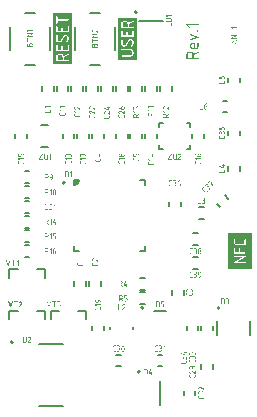
<source format=gbr>
%TF.GenerationSoftware,Altium Limited,Altium Designer,22.11.1 (43)*%
G04 Layer_Color=65535*
%FSLAX45Y45*%
%MOMM*%
%TF.SameCoordinates,9689AE11-03B8-4921-899C-892E986EC91F*%
%TF.FilePolarity,Positive*%
%TF.FileFunction,Legend,Top*%
%TF.Part,Single*%
G01*
G75*
%TA.AperFunction,NonConductor*%
%ADD48C,0.20000*%
G36*
X625000Y1960000D02*
X632956D01*
X647658Y1966089D01*
X658910Y1977341D01*
X665000Y1992043D01*
Y2000000D01*
D01*
X625000D01*
Y1960000D01*
D02*
G37*
G36*
X2125000Y1250001D02*
X1925000D01*
Y1550001D01*
X2125000D01*
Y1250001D01*
D02*
G37*
G36*
X1673261Y3322005D02*
X1674093Y3321866D01*
X1674926Y3321450D01*
X1675896Y3320895D01*
X1676728Y3319925D01*
X1677283Y3318676D01*
X1677561Y3316873D01*
Y3316596D01*
X1677422Y3316041D01*
X1677283Y3315209D01*
X1676867Y3314238D01*
X1676312Y3313268D01*
X1675342Y3312436D01*
X1674093Y3311881D01*
X1672429Y3311603D01*
X1590467D01*
X1602532Y3299399D01*
X1602810Y3299122D01*
X1603226Y3298429D01*
X1603781Y3297180D01*
X1603919Y3296487D01*
X1604058Y3295794D01*
Y3295516D01*
X1603919Y3294961D01*
X1603781Y3294129D01*
X1603365Y3293159D01*
X1602810Y3292188D01*
X1601839Y3291356D01*
X1600591Y3290801D01*
X1598788Y3290524D01*
X1598649D01*
X1598372D01*
X1597540Y3290662D01*
X1596292Y3291217D01*
X1595737Y3291494D01*
X1595182Y3292049D01*
X1574518Y3312574D01*
X1574380Y3312713D01*
X1574241Y3312990D01*
X1573825Y3313406D01*
X1573409Y3313961D01*
X1572715Y3315209D01*
X1572577Y3316041D01*
X1572438Y3316873D01*
Y3317151D01*
X1572577Y3317706D01*
X1572715Y3318538D01*
X1573131Y3319508D01*
X1573686Y3320479D01*
X1574657Y3321311D01*
X1575905Y3321866D01*
X1577708Y3322143D01*
X1672429D01*
X1672707D01*
X1673261Y3322005D01*
D02*
G37*
G36*
X1673123Y3269582D02*
X1673955Y3269444D01*
X1674926Y3269027D01*
X1675896Y3268473D01*
X1676728Y3267502D01*
X1677283Y3266254D01*
X1677561Y3264451D01*
Y3264174D01*
X1677422Y3263619D01*
X1677283Y3262787D01*
X1676867Y3261816D01*
X1676312Y3260845D01*
X1675342Y3260013D01*
X1674093Y3259458D01*
X1672291Y3259181D01*
X1667021D01*
X1666743D01*
X1666188Y3259320D01*
X1665356Y3259458D01*
X1664386Y3259874D01*
X1663415Y3260429D01*
X1662583Y3261400D01*
X1662028Y3262648D01*
X1661751Y3264451D01*
Y3264728D01*
X1661889Y3265283D01*
X1662028Y3266115D01*
X1662444Y3267086D01*
X1662999Y3268057D01*
X1663969Y3268889D01*
X1665218Y3269444D01*
X1667021Y3269721D01*
X1672291D01*
X1672568D01*
X1673123Y3269582D01*
D02*
G37*
G36*
X1610299Y3237824D02*
X1610854Y3237685D01*
X1673261Y3217021D01*
X1673400D01*
X1673955Y3216744D01*
X1674648Y3216328D01*
X1675342Y3215773D01*
X1676174Y3215079D01*
X1676867Y3214109D01*
X1677422Y3212999D01*
X1677561Y3211751D01*
Y3211612D01*
X1677422Y3211196D01*
X1677283Y3210503D01*
X1677006Y3209671D01*
X1676451Y3208700D01*
X1675758Y3207868D01*
X1674648Y3207174D01*
X1673261Y3206481D01*
X1610854Y3185817D01*
X1610715D01*
X1610299Y3185678D01*
X1609744Y3185540D01*
X1609189Y3185401D01*
X1609051D01*
X1608773D01*
X1608357Y3185540D01*
X1607941D01*
X1606693Y3186094D01*
X1606000Y3186372D01*
X1605445Y3186927D01*
X1605306Y3187065D01*
X1605167Y3187204D01*
X1604613Y3188036D01*
X1604197Y3189146D01*
X1603919Y3189978D01*
Y3191364D01*
X1604058Y3191919D01*
X1604335Y3192751D01*
X1604751Y3193583D01*
X1605445Y3194416D01*
X1606277Y3195109D01*
X1607525Y3195664D01*
X1655648Y3211751D01*
X1607525Y3227700D01*
X1607386D01*
X1606970Y3227977D01*
X1606416Y3228254D01*
X1605722Y3228809D01*
X1605029Y3229364D01*
X1604474Y3230335D01*
X1604058Y3231305D01*
X1603919Y3232692D01*
Y3232970D01*
X1604058Y3233524D01*
X1604197Y3234356D01*
X1604613Y3235327D01*
X1605167Y3236298D01*
X1606138Y3237130D01*
X1607386Y3237685D01*
X1609189Y3237962D01*
X1609328D01*
X1609744D01*
X1610299Y3237824D01*
D02*
G37*
G36*
X1673123Y3164321D02*
X1673955Y3164182D01*
X1674926Y3163766D01*
X1675896Y3163212D01*
X1676728Y3162241D01*
X1677283Y3160993D01*
X1677561Y3159190D01*
Y3132008D01*
X1677422Y3131453D01*
X1677283Y3129789D01*
X1676867Y3127709D01*
X1676035Y3125351D01*
X1675064Y3122855D01*
X1673539Y3120358D01*
X1672707Y3119110D01*
X1671597Y3118001D01*
X1671458D01*
X1671320Y3117723D01*
X1670488Y3117030D01*
X1669239Y3116059D01*
X1667437Y3114950D01*
X1665218Y3113840D01*
X1662721Y3112869D01*
X1659809Y3112176D01*
X1658283Y3112037D01*
X1656619Y3111899D01*
X1630269D01*
X1630131D01*
X1629715D01*
X1629160D01*
X1628466Y3112037D01*
X1627496Y3112176D01*
X1626386Y3112315D01*
X1623890Y3112869D01*
X1620977Y3113701D01*
X1617788Y3115088D01*
X1616262Y3116059D01*
X1614737Y3117030D01*
X1613211Y3118139D01*
X1611686Y3119526D01*
X1611547Y3119665D01*
X1611408Y3119942D01*
X1610992Y3120358D01*
X1610437Y3120913D01*
X1609883Y3121606D01*
X1609189Y3122577D01*
X1608496Y3123548D01*
X1607802Y3124796D01*
X1606416Y3127431D01*
X1605167Y3130621D01*
X1604197Y3134227D01*
X1604058Y3136168D01*
X1603919Y3138110D01*
Y3139219D01*
X1604058Y3139913D01*
X1604197Y3140883D01*
X1604335Y3141993D01*
X1604890Y3144628D01*
X1605722Y3147540D01*
X1607109Y3150730D01*
X1607941Y3152256D01*
X1609051Y3153781D01*
X1610160Y3155307D01*
X1611547Y3156832D01*
X1611686Y3156971D01*
X1611824Y3157110D01*
X1612379Y3157526D01*
X1612934Y3158080D01*
X1613627Y3158635D01*
X1614598Y3159190D01*
X1615569Y3159883D01*
X1616678Y3160715D01*
X1619452Y3162102D01*
X1622642Y3163212D01*
X1626247Y3164182D01*
X1628189Y3164321D01*
X1630269Y3164460D01*
X1646079D01*
Y3122439D01*
X1656619D01*
X1656758D01*
X1657313D01*
X1658145Y3122577D01*
X1659116Y3122855D01*
X1660364Y3123132D01*
X1661473Y3123687D01*
X1662721Y3124519D01*
X1663969Y3125490D01*
X1664108Y3125628D01*
X1664386Y3126044D01*
X1664940Y3126738D01*
X1665495Y3127570D01*
X1666050Y3128679D01*
X1666604Y3129927D01*
X1666882Y3131314D01*
X1667021Y3132840D01*
Y3159467D01*
X1667159Y3160022D01*
X1667298Y3160854D01*
X1667714Y3161825D01*
X1668269Y3162796D01*
X1669239Y3163628D01*
X1670488Y3164182D01*
X1672291Y3164460D01*
X1672568D01*
X1673123Y3164321D01*
D02*
G37*
G36*
X1673677Y3090680D02*
X1674787Y3090125D01*
X1675480Y3089709D01*
X1676035Y3089154D01*
Y3089016D01*
X1676312Y3088877D01*
X1676728Y3088045D01*
X1677283Y3086935D01*
X1677422Y3086103D01*
X1677561Y3085410D01*
Y3084855D01*
X1677422Y3084300D01*
X1677144Y3083607D01*
X1676867Y3082775D01*
X1676312Y3082081D01*
X1675619Y3081249D01*
X1674648Y3080695D01*
X1635539Y3061140D01*
Y3038396D01*
X1672429D01*
X1672707D01*
X1673261Y3038257D01*
X1674093Y3038119D01*
X1674926Y3037703D01*
X1675896Y3037148D01*
X1676728Y3036177D01*
X1677283Y3034929D01*
X1677561Y3033126D01*
Y3032849D01*
X1677422Y3032294D01*
X1677283Y3031462D01*
X1676867Y3030491D01*
X1676312Y3029520D01*
X1675342Y3028688D01*
X1674093Y3028133D01*
X1672429Y3027856D01*
X1577708D01*
X1577431D01*
X1576876Y3027995D01*
X1576044Y3028133D01*
X1575073Y3028549D01*
X1574102Y3029104D01*
X1573270Y3030075D01*
X1572715Y3031323D01*
X1572438Y3032987D01*
Y3060585D01*
X1572577Y3061556D01*
X1572715Y3062666D01*
X1572993Y3063914D01*
X1573270Y3065439D01*
X1573548Y3066965D01*
X1574657Y3070432D01*
X1575489Y3072374D01*
X1576321Y3074176D01*
X1577431Y3076118D01*
X1578679Y3077921D01*
X1580066Y3079724D01*
X1581730Y3081527D01*
X1581869Y3081665D01*
X1582146Y3081943D01*
X1582701Y3082359D01*
X1583394Y3083052D01*
X1584226Y3083746D01*
X1585336Y3084439D01*
X1586584Y3085271D01*
X1587971Y3086242D01*
X1589496Y3087074D01*
X1591160Y3087906D01*
X1593102Y3088600D01*
X1595044Y3089432D01*
X1597124Y3089986D01*
X1599343Y3090403D01*
X1601700Y3090680D01*
X1604058Y3090819D01*
X1604335D01*
X1605029D01*
X1606138Y3090680D01*
X1607525Y3090541D01*
X1609328Y3090264D01*
X1611270Y3089848D01*
X1613489Y3089154D01*
X1615846Y3088461D01*
X1618342Y3087351D01*
X1620700Y3086103D01*
X1623196Y3084578D01*
X1625554Y3082775D01*
X1627773Y3080556D01*
X1629853Y3078060D01*
X1631795Y3075009D01*
X1633320Y3071680D01*
X1669933Y3090125D01*
X1670210Y3090264D01*
X1670765Y3090541D01*
X1671597Y3090680D01*
X1672429Y3090819D01*
X1672568D01*
X1672707D01*
X1673677Y3090680D01*
D02*
G37*
G36*
X1152561Y3022656D02*
X997439D01*
Y3377344D01*
X1152561D01*
Y3022656D01*
D02*
G37*
G36*
X602561Y3414165D02*
Y2985835D01*
X447439D01*
Y3414165D01*
X602561D01*
D02*
G37*
G36*
X1687688Y1226211D02*
X1688173Y1226142D01*
X1688728Y1226072D01*
X1689976Y1225795D01*
X1691432Y1225379D01*
X1693027Y1224686D01*
X1693790Y1224270D01*
X1694552Y1223715D01*
X1695315Y1223160D01*
X1696078Y1222467D01*
X1696147Y1222397D01*
X1696217Y1222328D01*
X1696425Y1222051D01*
X1696702Y1221773D01*
X1696979Y1221427D01*
X1697326Y1220941D01*
X1697673Y1220456D01*
X1698019Y1219901D01*
X1698713Y1218514D01*
X1699337Y1216919D01*
X1699822Y1215116D01*
X1699892Y1214215D01*
X1699961Y1213175D01*
Y1197365D01*
Y1197296D01*
Y1197226D01*
Y1197018D01*
Y1196810D01*
X1699892Y1196047D01*
X1699753Y1195146D01*
X1699614Y1194036D01*
X1699337Y1192719D01*
X1698921Y1191263D01*
X1698436Y1189737D01*
X1697742Y1188073D01*
X1696910Y1186340D01*
X1695939Y1184537D01*
X1694691Y1182803D01*
X1693235Y1181070D01*
X1691571Y1179336D01*
X1689698Y1177741D01*
X1688589Y1176978D01*
X1687479Y1176216D01*
X1687410D01*
X1687271Y1176077D01*
X1687063Y1176008D01*
X1686855Y1175800D01*
X1686093Y1175453D01*
X1685261Y1174967D01*
X1684290Y1174482D01*
X1683250Y1174135D01*
X1682348Y1173858D01*
X1681516Y1173719D01*
X1681377D01*
X1680892Y1173789D01*
X1680337Y1174066D01*
X1679991Y1174205D01*
X1679713Y1174482D01*
Y1174551D01*
X1679574Y1174621D01*
X1679366Y1174967D01*
X1679089Y1175592D01*
X1679020Y1175938D01*
X1678950Y1176285D01*
Y1176354D01*
Y1176562D01*
X1679020Y1176909D01*
X1679089Y1177256D01*
X1679228Y1177672D01*
X1679505Y1178018D01*
X1679783Y1178365D01*
X1680199Y1178573D01*
X1680337Y1178643D01*
X1680684Y1178781D01*
X1681239Y1178920D01*
X1681863Y1179197D01*
X1682626Y1179544D01*
X1683458Y1179891D01*
X1684220Y1180307D01*
X1684983Y1180792D01*
X1685053Y1180861D01*
X1685330Y1181070D01*
X1685746Y1181347D01*
X1686301Y1181763D01*
X1686994Y1182318D01*
X1687688Y1182942D01*
X1688520Y1183705D01*
X1689352Y1184606D01*
X1690184Y1185577D01*
X1691016Y1186617D01*
X1691848Y1187726D01*
X1692541Y1188975D01*
X1693235Y1190292D01*
X1693790Y1191679D01*
X1694206Y1193204D01*
X1694483Y1194730D01*
X1686231D01*
X1685885Y1194799D01*
X1685399Y1194869D01*
X1684844Y1194938D01*
X1683596Y1195215D01*
X1682140Y1195631D01*
X1680545Y1196325D01*
X1679783Y1196810D01*
X1679020Y1197296D01*
X1678257Y1197850D01*
X1677494Y1198544D01*
X1677425Y1198613D01*
X1677356Y1198752D01*
X1677148Y1198960D01*
X1676870Y1199237D01*
X1676593Y1199584D01*
X1676315Y1200069D01*
X1675969Y1200555D01*
X1675622Y1201109D01*
X1674859Y1202496D01*
X1674304Y1204091D01*
X1673819Y1205894D01*
X1673750Y1206865D01*
X1673680Y1207836D01*
Y1213106D01*
Y1213175D01*
Y1213383D01*
Y1213660D01*
X1673750Y1214007D01*
X1673819Y1214492D01*
X1673888Y1215047D01*
X1674166Y1216295D01*
X1674582Y1217751D01*
X1675275Y1219346D01*
X1675761Y1220109D01*
X1676246Y1220872D01*
X1676801Y1221635D01*
X1677494Y1222397D01*
X1677564Y1222467D01*
X1677702Y1222536D01*
X1677910Y1222744D01*
X1678188Y1223021D01*
X1678534Y1223299D01*
X1679020Y1223646D01*
X1679505Y1223992D01*
X1680060Y1224339D01*
X1681447Y1225032D01*
X1683042Y1225656D01*
X1684844Y1226142D01*
X1685815Y1226211D01*
X1686786Y1226281D01*
X1687341D01*
X1687688Y1226211D01*
D02*
G37*
G36*
X1650867D02*
X1651352Y1226142D01*
X1651907Y1226072D01*
X1653155Y1225795D01*
X1654611Y1225310D01*
X1656137Y1224616D01*
X1656969Y1224200D01*
X1657732Y1223715D01*
X1658495Y1223091D01*
X1659257Y1222397D01*
X1659327Y1222328D01*
X1659396Y1222189D01*
X1659604Y1221981D01*
X1659881Y1221704D01*
X1660159Y1221357D01*
X1660505Y1220872D01*
X1660852Y1220386D01*
X1661199Y1219762D01*
X1661892Y1218445D01*
X1662516Y1216850D01*
X1663002Y1215047D01*
X1663071Y1214076D01*
X1663140Y1213106D01*
Y1213036D01*
Y1212828D01*
Y1212481D01*
X1663071Y1211996D01*
X1663002Y1211441D01*
X1662863Y1210817D01*
X1662724Y1210124D01*
X1662516Y1209361D01*
X1662239Y1208529D01*
X1661823Y1207697D01*
X1661407Y1206795D01*
X1660921Y1205963D01*
X1660297Y1205062D01*
X1659604Y1204230D01*
X1658772Y1203398D01*
X1657870Y1202635D01*
X1657940Y1202566D01*
X1658078Y1202427D01*
X1658356Y1202219D01*
X1658703Y1201941D01*
X1659119Y1201525D01*
X1659535Y1201040D01*
X1660020Y1200485D01*
X1660505Y1199792D01*
X1660991Y1199098D01*
X1661476Y1198266D01*
X1661892Y1197434D01*
X1662308Y1196463D01*
X1662655Y1195493D01*
X1662932Y1194453D01*
X1663071Y1193274D01*
X1663140Y1192095D01*
Y1186825D01*
Y1186756D01*
Y1186617D01*
Y1186270D01*
X1663071Y1185923D01*
X1663002Y1185438D01*
X1662932Y1184883D01*
X1662655Y1183635D01*
X1662170Y1182179D01*
X1661476Y1180584D01*
X1661060Y1179821D01*
X1660575Y1179059D01*
X1659951Y1178296D01*
X1659257Y1177533D01*
X1659188Y1177464D01*
X1659049Y1177394D01*
X1658841Y1177186D01*
X1658564Y1176909D01*
X1658217Y1176632D01*
X1657732Y1176354D01*
X1657246Y1176008D01*
X1656622Y1175661D01*
X1655305Y1174898D01*
X1653710Y1174343D01*
X1651907Y1173858D01*
X1650936Y1173789D01*
X1649965Y1173719D01*
X1639287D01*
X1639009Y1173789D01*
X1638593Y1173858D01*
X1638108Y1174066D01*
X1637623Y1174343D01*
X1637207Y1174829D01*
X1636929Y1175453D01*
X1636790Y1176354D01*
Y1176493D01*
X1636860Y1176770D01*
X1636929Y1177186D01*
X1637137Y1177672D01*
X1637415Y1178157D01*
X1637900Y1178573D01*
X1638524Y1178851D01*
X1639425Y1178989D01*
X1650104D01*
X1650520Y1179059D01*
X1651144Y1179128D01*
X1651907Y1179267D01*
X1652739Y1179544D01*
X1653710Y1179960D01*
X1654611Y1180515D01*
X1655513Y1181278D01*
X1655582Y1181416D01*
X1655860Y1181694D01*
X1656276Y1182179D01*
X1656692Y1182803D01*
X1657108Y1183635D01*
X1657524Y1184606D01*
X1657801Y1185646D01*
X1657870Y1186825D01*
Y1192095D01*
Y1192164D01*
Y1192234D01*
Y1192650D01*
X1657732Y1193274D01*
X1657593Y1194036D01*
X1657316Y1194869D01*
X1656900Y1195839D01*
X1656276Y1196741D01*
X1655513Y1197642D01*
X1655443Y1197712D01*
X1655097Y1197989D01*
X1654611Y1198405D01*
X1653987Y1198821D01*
X1653155Y1199237D01*
X1652184Y1199653D01*
X1651144Y1199931D01*
X1649965Y1200000D01*
X1644557D01*
X1644279Y1200069D01*
X1643863Y1200139D01*
X1643378Y1200347D01*
X1642893Y1200624D01*
X1642477Y1201109D01*
X1642199Y1201733D01*
X1642060Y1202635D01*
Y1202774D01*
X1642130Y1203051D01*
X1642199Y1203467D01*
X1642407Y1203952D01*
X1642685Y1204438D01*
X1643170Y1204854D01*
X1643794Y1205131D01*
X1644695Y1205270D01*
X1650104D01*
X1650520Y1205339D01*
X1651144Y1205409D01*
X1651907Y1205547D01*
X1652739Y1205825D01*
X1653710Y1206241D01*
X1654611Y1206726D01*
X1655513Y1207489D01*
X1655582Y1207628D01*
X1655860Y1207905D01*
X1656276Y1208390D01*
X1656692Y1209084D01*
X1657108Y1209846D01*
X1657524Y1210817D01*
X1657801Y1211927D01*
X1657870Y1213106D01*
Y1213175D01*
Y1213244D01*
Y1213660D01*
X1657732Y1214284D01*
X1657593Y1215047D01*
X1657316Y1215879D01*
X1656900Y1216850D01*
X1656276Y1217751D01*
X1655513Y1218653D01*
X1655443Y1218722D01*
X1655097Y1219000D01*
X1654611Y1219416D01*
X1653987Y1219832D01*
X1653155Y1220248D01*
X1652184Y1220664D01*
X1651144Y1220941D01*
X1649965Y1221011D01*
X1639287D01*
X1639009Y1221080D01*
X1638593Y1221149D01*
X1638108Y1221357D01*
X1637623Y1221635D01*
X1637207Y1222120D01*
X1636929Y1222744D01*
X1636790Y1223646D01*
Y1223784D01*
X1636860Y1224062D01*
X1636929Y1224478D01*
X1637137Y1224963D01*
X1637415Y1225448D01*
X1637900Y1225864D01*
X1638524Y1226142D01*
X1639425Y1226281D01*
X1650520D01*
X1650867Y1226211D01*
D02*
G37*
G36*
X1624101D02*
X1624517Y1226142D01*
X1625002Y1225934D01*
X1625488Y1225656D01*
X1625904Y1225171D01*
X1626181Y1224547D01*
X1626320Y1223646D01*
Y1223507D01*
X1626250Y1223229D01*
X1626181Y1222813D01*
X1625973Y1222328D01*
X1625696Y1221843D01*
X1625210Y1221427D01*
X1624586Y1221149D01*
X1623685Y1221011D01*
X1612590D01*
X1611966Y1220872D01*
X1611203Y1220733D01*
X1610371Y1220456D01*
X1609400Y1220040D01*
X1608499Y1219416D01*
X1607597Y1218653D01*
X1607528Y1218584D01*
X1607251Y1218237D01*
X1606904Y1217751D01*
X1606488Y1217127D01*
X1606003Y1216295D01*
X1605656Y1215324D01*
X1605379Y1214284D01*
X1605309Y1213106D01*
Y1186825D01*
Y1186756D01*
Y1186686D01*
X1605379Y1186270D01*
X1605448Y1185646D01*
X1605587Y1184883D01*
X1605864Y1184051D01*
X1606280Y1183080D01*
X1606835Y1182179D01*
X1607597Y1181278D01*
X1607736Y1181208D01*
X1608014Y1180931D01*
X1608499Y1180584D01*
X1609123Y1180168D01*
X1609955Y1179683D01*
X1610926Y1179336D01*
X1611966Y1179059D01*
X1613145Y1178989D01*
X1623824D01*
X1624101Y1178920D01*
X1624517Y1178851D01*
X1625002Y1178643D01*
X1625488Y1178365D01*
X1625904Y1177880D01*
X1626181Y1177256D01*
X1626320Y1176354D01*
Y1176216D01*
X1626250Y1175938D01*
X1626181Y1175522D01*
X1625973Y1175037D01*
X1625696Y1174551D01*
X1625210Y1174135D01*
X1624586Y1173858D01*
X1623685Y1173719D01*
X1612590D01*
X1612243Y1173789D01*
X1611758Y1173858D01*
X1611203Y1173927D01*
X1609955Y1174205D01*
X1608499Y1174621D01*
X1606973Y1175314D01*
X1606141Y1175800D01*
X1605379Y1176285D01*
X1604616Y1176840D01*
X1603853Y1177533D01*
X1603784Y1177602D01*
X1603714Y1177741D01*
X1603506Y1177949D01*
X1603229Y1178226D01*
X1602952Y1178573D01*
X1602674Y1179059D01*
X1602328Y1179544D01*
X1601981Y1180099D01*
X1601218Y1181486D01*
X1600663Y1183080D01*
X1600178Y1184883D01*
X1600109Y1185854D01*
X1600039Y1186825D01*
Y1213106D01*
Y1213175D01*
Y1213383D01*
Y1213660D01*
X1600109Y1214007D01*
X1600178Y1214492D01*
X1600247Y1215047D01*
X1600525Y1216295D01*
X1600941Y1217751D01*
X1601634Y1219346D01*
X1602119Y1220109D01*
X1602605Y1220872D01*
X1603160Y1221635D01*
X1603853Y1222397D01*
X1603922Y1222467D01*
X1604061Y1222536D01*
X1604269Y1222744D01*
X1604546Y1223021D01*
X1604893Y1223299D01*
X1605379Y1223646D01*
X1605864Y1223992D01*
X1606488Y1224339D01*
X1607806Y1225032D01*
X1609400Y1225656D01*
X1611203Y1226142D01*
X1612174Y1226211D01*
X1613145Y1226281D01*
X1623824D01*
X1624101Y1226211D01*
D02*
G37*
G36*
X1687688Y1426211D02*
X1688173Y1426142D01*
X1688728Y1426073D01*
X1689976Y1425795D01*
X1691432Y1425310D01*
X1693027Y1424616D01*
X1693790Y1424200D01*
X1694552Y1423715D01*
X1695315Y1423091D01*
X1696078Y1422397D01*
X1696147Y1422328D01*
X1696217Y1422259D01*
X1696425Y1421981D01*
X1696702Y1421704D01*
X1696979Y1421357D01*
X1697326Y1420872D01*
X1697673Y1420387D01*
X1698019Y1419832D01*
X1698713Y1418445D01*
X1699337Y1416850D01*
X1699822Y1415047D01*
X1699892Y1414146D01*
X1699961Y1413106D01*
Y1413036D01*
Y1412828D01*
Y1412482D01*
X1699892Y1411996D01*
X1699822Y1411441D01*
X1699684Y1410817D01*
X1699545Y1410124D01*
X1699337Y1409361D01*
X1699060Y1408529D01*
X1698644Y1407697D01*
X1698227Y1406796D01*
X1697742Y1405894D01*
X1697118Y1405062D01*
X1696425Y1404161D01*
X1695592Y1403328D01*
X1694691Y1402566D01*
X1694760D01*
X1694830Y1402427D01*
X1695315Y1402080D01*
X1695939Y1401456D01*
X1696702Y1400624D01*
X1697534Y1399584D01*
X1698297Y1398405D01*
X1698990Y1397088D01*
X1699476Y1395562D01*
Y1395493D01*
X1699545Y1395146D01*
X1699614Y1394869D01*
Y1394522D01*
X1699684Y1394106D01*
X1699753Y1393690D01*
Y1393135D01*
X1699822Y1392511D01*
Y1391748D01*
X1699892Y1390986D01*
Y1390084D01*
X1699961Y1389113D01*
Y1388004D01*
Y1386825D01*
Y1386756D01*
Y1386617D01*
Y1386270D01*
X1699892Y1385924D01*
X1699822Y1385438D01*
X1699753Y1384883D01*
X1699476Y1383635D01*
X1698990Y1382179D01*
X1698297Y1380584D01*
X1697881Y1379821D01*
X1697395Y1379059D01*
X1696771Y1378296D01*
X1696078Y1377533D01*
X1696009Y1377464D01*
X1695939Y1377395D01*
X1695662Y1377186D01*
X1695384Y1376909D01*
X1695038Y1376632D01*
X1694552Y1376354D01*
X1694067Y1376008D01*
X1693512Y1375661D01*
X1692125Y1374898D01*
X1690531Y1374343D01*
X1688728Y1373858D01*
X1687826Y1373789D01*
X1686786Y1373719D01*
X1686231D01*
X1685885Y1373789D01*
X1685399Y1373858D01*
X1684844Y1373927D01*
X1683596Y1374205D01*
X1682140Y1374621D01*
X1680545Y1375314D01*
X1679783Y1375800D01*
X1679020Y1376285D01*
X1678257Y1376840D01*
X1677494Y1377533D01*
X1677425Y1377603D01*
X1677356Y1377741D01*
X1677148Y1377949D01*
X1676870Y1378227D01*
X1676593Y1378573D01*
X1676315Y1379059D01*
X1675969Y1379544D01*
X1675622Y1380099D01*
X1674859Y1381486D01*
X1674304Y1383081D01*
X1673819Y1384883D01*
X1673750Y1385854D01*
X1673680Y1386825D01*
Y1392095D01*
Y1392164D01*
Y1392372D01*
X1673750Y1392719D01*
Y1393204D01*
X1673819Y1393759D01*
X1673958Y1394383D01*
X1674096Y1395077D01*
X1674374Y1395839D01*
X1674651Y1396672D01*
X1674998Y1397504D01*
X1675414Y1398405D01*
X1675899Y1399237D01*
X1676523Y1400139D01*
X1677217Y1400971D01*
X1678049Y1401803D01*
X1678950Y1402566D01*
X1678881Y1402635D01*
X1678742Y1402774D01*
X1678465Y1402982D01*
X1678118Y1403328D01*
X1677702Y1403675D01*
X1677286Y1404161D01*
X1676801Y1404715D01*
X1676315Y1405409D01*
X1675830Y1406102D01*
X1675345Y1406934D01*
X1674929Y1407766D01*
X1674513Y1408737D01*
X1674166Y1409708D01*
X1673888Y1410817D01*
X1673750Y1411927D01*
X1673680Y1413106D01*
Y1413175D01*
Y1413383D01*
Y1413660D01*
X1673750Y1414007D01*
X1673819Y1414492D01*
X1673888Y1415047D01*
X1674166Y1416295D01*
X1674582Y1417752D01*
X1675275Y1419346D01*
X1675761Y1420109D01*
X1676246Y1420872D01*
X1676801Y1421635D01*
X1677494Y1422397D01*
X1677564Y1422467D01*
X1677702Y1422536D01*
X1677910Y1422744D01*
X1678188Y1423022D01*
X1678534Y1423299D01*
X1679020Y1423646D01*
X1679505Y1423992D01*
X1680060Y1424339D01*
X1681447Y1425032D01*
X1683042Y1425657D01*
X1684844Y1426142D01*
X1685815Y1426211D01*
X1686786Y1426281D01*
X1687341D01*
X1687688Y1426211D01*
D02*
G37*
G36*
X1650867D02*
X1651352Y1426142D01*
X1651907Y1426073D01*
X1653155Y1425795D01*
X1654611Y1425310D01*
X1656137Y1424616D01*
X1656969Y1424200D01*
X1657732Y1423715D01*
X1658495Y1423091D01*
X1659257Y1422397D01*
X1659327Y1422328D01*
X1659396Y1422189D01*
X1659604Y1421981D01*
X1659881Y1421704D01*
X1660159Y1421357D01*
X1660505Y1420872D01*
X1660852Y1420387D01*
X1661199Y1419762D01*
X1661892Y1418445D01*
X1662516Y1416850D01*
X1663002Y1415047D01*
X1663071Y1414076D01*
X1663140Y1413106D01*
Y1413036D01*
Y1412828D01*
Y1412482D01*
X1663071Y1411996D01*
X1663002Y1411441D01*
X1662863Y1410817D01*
X1662724Y1410124D01*
X1662516Y1409361D01*
X1662239Y1408529D01*
X1661823Y1407697D01*
X1661407Y1406796D01*
X1660921Y1405963D01*
X1660297Y1405062D01*
X1659604Y1404230D01*
X1658772Y1403398D01*
X1657870Y1402635D01*
X1657940Y1402566D01*
X1658078Y1402427D01*
X1658356Y1402219D01*
X1658703Y1401942D01*
X1659119Y1401526D01*
X1659535Y1401040D01*
X1660020Y1400485D01*
X1660505Y1399792D01*
X1660991Y1399099D01*
X1661476Y1398266D01*
X1661892Y1397434D01*
X1662308Y1396464D01*
X1662655Y1395493D01*
X1662932Y1394453D01*
X1663071Y1393274D01*
X1663140Y1392095D01*
Y1386825D01*
Y1386756D01*
Y1386617D01*
Y1386270D01*
X1663071Y1385924D01*
X1663002Y1385438D01*
X1662932Y1384883D01*
X1662655Y1383635D01*
X1662170Y1382179D01*
X1661476Y1380584D01*
X1661060Y1379821D01*
X1660575Y1379059D01*
X1659951Y1378296D01*
X1659257Y1377533D01*
X1659188Y1377464D01*
X1659049Y1377395D01*
X1658841Y1377186D01*
X1658564Y1376909D01*
X1658217Y1376632D01*
X1657732Y1376354D01*
X1657246Y1376008D01*
X1656622Y1375661D01*
X1655305Y1374898D01*
X1653710Y1374343D01*
X1651907Y1373858D01*
X1650936Y1373789D01*
X1649965Y1373719D01*
X1639287D01*
X1639009Y1373789D01*
X1638593Y1373858D01*
X1638108Y1374066D01*
X1637623Y1374343D01*
X1637207Y1374829D01*
X1636929Y1375453D01*
X1636790Y1376354D01*
Y1376493D01*
X1636860Y1376770D01*
X1636929Y1377186D01*
X1637137Y1377672D01*
X1637415Y1378157D01*
X1637900Y1378573D01*
X1638524Y1378851D01*
X1639425Y1378989D01*
X1650104D01*
X1650520Y1379059D01*
X1651144Y1379128D01*
X1651907Y1379267D01*
X1652739Y1379544D01*
X1653710Y1379960D01*
X1654611Y1380515D01*
X1655513Y1381278D01*
X1655582Y1381416D01*
X1655860Y1381694D01*
X1656276Y1382179D01*
X1656692Y1382803D01*
X1657108Y1383635D01*
X1657524Y1384606D01*
X1657801Y1385646D01*
X1657870Y1386825D01*
Y1392095D01*
Y1392164D01*
Y1392234D01*
Y1392650D01*
X1657732Y1393274D01*
X1657593Y1394037D01*
X1657316Y1394869D01*
X1656900Y1395839D01*
X1656276Y1396741D01*
X1655513Y1397642D01*
X1655443Y1397712D01*
X1655097Y1397989D01*
X1654611Y1398405D01*
X1653987Y1398821D01*
X1653155Y1399237D01*
X1652184Y1399653D01*
X1651144Y1399931D01*
X1649965Y1400000D01*
X1644557D01*
X1644279Y1400069D01*
X1643863Y1400139D01*
X1643378Y1400347D01*
X1642893Y1400624D01*
X1642477Y1401109D01*
X1642199Y1401734D01*
X1642060Y1402635D01*
Y1402774D01*
X1642130Y1403051D01*
X1642199Y1403467D01*
X1642407Y1403952D01*
X1642685Y1404438D01*
X1643170Y1404854D01*
X1643794Y1405131D01*
X1644695Y1405270D01*
X1650104D01*
X1650520Y1405339D01*
X1651144Y1405409D01*
X1651907Y1405547D01*
X1652739Y1405825D01*
X1653710Y1406241D01*
X1654611Y1406726D01*
X1655513Y1407489D01*
X1655582Y1407628D01*
X1655860Y1407905D01*
X1656276Y1408390D01*
X1656692Y1409084D01*
X1657108Y1409847D01*
X1657524Y1410817D01*
X1657801Y1411927D01*
X1657870Y1413106D01*
Y1413175D01*
Y1413244D01*
Y1413660D01*
X1657732Y1414284D01*
X1657593Y1415047D01*
X1657316Y1415879D01*
X1656900Y1416850D01*
X1656276Y1417752D01*
X1655513Y1418653D01*
X1655443Y1418722D01*
X1655097Y1419000D01*
X1654611Y1419416D01*
X1653987Y1419832D01*
X1653155Y1420248D01*
X1652184Y1420664D01*
X1651144Y1420941D01*
X1649965Y1421011D01*
X1639287D01*
X1639009Y1421080D01*
X1638593Y1421149D01*
X1638108Y1421357D01*
X1637623Y1421635D01*
X1637207Y1422120D01*
X1636929Y1422744D01*
X1636790Y1423646D01*
Y1423784D01*
X1636860Y1424062D01*
X1636929Y1424478D01*
X1637137Y1424963D01*
X1637415Y1425449D01*
X1637900Y1425865D01*
X1638524Y1426142D01*
X1639425Y1426281D01*
X1650520D01*
X1650867Y1426211D01*
D02*
G37*
G36*
X1624101D02*
X1624517Y1426142D01*
X1625002Y1425934D01*
X1625488Y1425657D01*
X1625904Y1425171D01*
X1626181Y1424547D01*
X1626320Y1423646D01*
Y1423507D01*
X1626250Y1423230D01*
X1626181Y1422814D01*
X1625973Y1422328D01*
X1625696Y1421843D01*
X1625210Y1421427D01*
X1624586Y1421149D01*
X1623685Y1421011D01*
X1612590D01*
X1611966Y1420872D01*
X1611203Y1420733D01*
X1610371Y1420456D01*
X1609400Y1420040D01*
X1608499Y1419416D01*
X1607597Y1418653D01*
X1607528Y1418584D01*
X1607251Y1418237D01*
X1606904Y1417752D01*
X1606488Y1417127D01*
X1606003Y1416295D01*
X1605656Y1415325D01*
X1605379Y1414284D01*
X1605309Y1413106D01*
Y1386825D01*
Y1386756D01*
Y1386686D01*
X1605379Y1386270D01*
X1605448Y1385646D01*
X1605587Y1384883D01*
X1605864Y1384051D01*
X1606280Y1383081D01*
X1606835Y1382179D01*
X1607597Y1381278D01*
X1607736Y1381208D01*
X1608014Y1380931D01*
X1608499Y1380584D01*
X1609123Y1380168D01*
X1609955Y1379683D01*
X1610926Y1379336D01*
X1611966Y1379059D01*
X1613145Y1378989D01*
X1623824D01*
X1624101Y1378920D01*
X1624517Y1378851D01*
X1625002Y1378643D01*
X1625488Y1378365D01*
X1625904Y1377880D01*
X1626181Y1377256D01*
X1626320Y1376354D01*
Y1376216D01*
X1626250Y1375938D01*
X1626181Y1375522D01*
X1625973Y1375037D01*
X1625696Y1374551D01*
X1625210Y1374135D01*
X1624586Y1373858D01*
X1623685Y1373719D01*
X1612590D01*
X1612243Y1373789D01*
X1611758Y1373858D01*
X1611203Y1373927D01*
X1609955Y1374205D01*
X1608499Y1374621D01*
X1606973Y1375314D01*
X1606141Y1375800D01*
X1605379Y1376285D01*
X1604616Y1376840D01*
X1603853Y1377533D01*
X1603784Y1377603D01*
X1603714Y1377741D01*
X1603506Y1377949D01*
X1603229Y1378227D01*
X1602952Y1378573D01*
X1602674Y1379059D01*
X1602328Y1379544D01*
X1601981Y1380099D01*
X1601218Y1381486D01*
X1600663Y1383081D01*
X1600178Y1384883D01*
X1600109Y1385854D01*
X1600039Y1386825D01*
Y1413106D01*
Y1413175D01*
Y1413383D01*
Y1413660D01*
X1600109Y1414007D01*
X1600178Y1414492D01*
X1600247Y1415047D01*
X1600525Y1416295D01*
X1600941Y1417752D01*
X1601634Y1419346D01*
X1602119Y1420109D01*
X1602605Y1420872D01*
X1603160Y1421635D01*
X1603853Y1422397D01*
X1603922Y1422467D01*
X1604061Y1422536D01*
X1604269Y1422744D01*
X1604546Y1423022D01*
X1604893Y1423299D01*
X1605379Y1423646D01*
X1605864Y1423992D01*
X1606488Y1424339D01*
X1607806Y1425032D01*
X1609400Y1425657D01*
X1611203Y1426142D01*
X1612174Y1426211D01*
X1613145Y1426281D01*
X1623824D01*
X1624101Y1426211D01*
D02*
G37*
G36*
X1742511Y2651211D02*
X1742927Y2651142D01*
X1743413Y2650934D01*
X1743898Y2650657D01*
X1744314Y2650171D01*
X1744591Y2649547D01*
X1744730Y2648646D01*
Y2648576D01*
Y2648368D01*
X1744661Y2648022D01*
X1744591Y2647606D01*
X1744383Y2647259D01*
X1744175Y2646843D01*
X1743829Y2646565D01*
X1743413Y2646357D01*
X1743343D01*
X1743135Y2646288D01*
X1742858Y2646219D01*
X1742442Y2646080D01*
X1741887Y2645872D01*
X1741332Y2645595D01*
X1740639Y2645317D01*
X1739945Y2644971D01*
X1739113Y2644485D01*
X1738351Y2644000D01*
X1737449Y2643445D01*
X1736617Y2642821D01*
X1735716Y2642058D01*
X1734814Y2641226D01*
X1733982Y2640325D01*
X1733150Y2639354D01*
X1733081Y2639285D01*
X1733011Y2639146D01*
X1732803Y2638938D01*
X1732595Y2638591D01*
X1732318Y2638175D01*
X1732040Y2637759D01*
X1731416Y2636580D01*
X1730723Y2635193D01*
X1730030Y2633668D01*
X1729544Y2632004D01*
X1729197Y2630270D01*
X1737380D01*
X1737796Y2630201D01*
X1738212Y2630131D01*
X1738836Y2630062D01*
X1740084Y2629785D01*
X1741610Y2629299D01*
X1743135Y2628606D01*
X1743967Y2628190D01*
X1744730Y2627704D01*
X1745493Y2627080D01*
X1746186Y2626387D01*
X1746256Y2626318D01*
X1746325Y2626248D01*
X1746533Y2625971D01*
X1746810Y2625694D01*
X1747088Y2625347D01*
X1747365Y2624861D01*
X1747712Y2624376D01*
X1748128Y2623821D01*
X1748821Y2622434D01*
X1749376Y2620840D01*
X1749861Y2619037D01*
X1749931Y2618135D01*
X1750000Y2617095D01*
Y2611825D01*
Y2611756D01*
Y2611617D01*
Y2611270D01*
X1749931Y2610924D01*
X1749861Y2610438D01*
X1749792Y2609884D01*
X1749515Y2608635D01*
X1749029Y2607179D01*
X1748336Y2605584D01*
X1747920Y2604822D01*
X1747434Y2604059D01*
X1746810Y2603296D01*
X1746117Y2602533D01*
X1746048Y2602464D01*
X1745978Y2602395D01*
X1745701Y2602187D01*
X1745423Y2601909D01*
X1745077Y2601632D01*
X1744591Y2601354D01*
X1744106Y2601008D01*
X1743551Y2600661D01*
X1742164Y2599898D01*
X1740570Y2599344D01*
X1738767Y2598858D01*
X1737865Y2598789D01*
X1736825Y2598719D01*
X1736270D01*
X1735924Y2598789D01*
X1735438Y2598858D01*
X1734884Y2598927D01*
X1733635Y2599205D01*
X1732179Y2599621D01*
X1730584Y2600314D01*
X1729822Y2600730D01*
X1729059Y2601216D01*
X1728296Y2601840D01*
X1727533Y2602464D01*
X1727464Y2602533D01*
X1727395Y2602672D01*
X1727187Y2602880D01*
X1726909Y2603157D01*
X1726632Y2603504D01*
X1726354Y2603989D01*
X1726008Y2604475D01*
X1725661Y2605030D01*
X1724898Y2606416D01*
X1724344Y2608011D01*
X1723858Y2609814D01*
X1723789Y2610785D01*
X1723719Y2611756D01*
Y2627566D01*
Y2627704D01*
Y2627982D01*
X1723789Y2628467D01*
Y2629091D01*
X1723927Y2629854D01*
X1724066Y2630755D01*
X1724205Y2631796D01*
X1724482Y2632905D01*
X1724760Y2634084D01*
X1725176Y2635332D01*
X1725661Y2636650D01*
X1726216Y2637967D01*
X1726909Y2639285D01*
X1727672Y2640602D01*
X1728573Y2641989D01*
X1729614Y2643237D01*
X1729683Y2643306D01*
X1729822Y2643445D01*
X1730099Y2643722D01*
X1730446Y2644069D01*
X1730862Y2644485D01*
X1731347Y2644971D01*
X1731971Y2645525D01*
X1732595Y2646149D01*
X1734121Y2647328D01*
X1735785Y2648576D01*
X1737657Y2649686D01*
X1738697Y2650241D01*
X1739668Y2650657D01*
X1739737D01*
X1739945Y2650726D01*
X1740223Y2650865D01*
X1740570Y2651003D01*
X1741402Y2651211D01*
X1741748Y2651281D01*
X1742234D01*
X1742511Y2651211D01*
D02*
G37*
G36*
X1689950D02*
X1690366Y2651142D01*
X1690851Y2650934D01*
X1691337Y2650657D01*
X1691753Y2650171D01*
X1692030Y2649547D01*
X1692169Y2648646D01*
Y2603989D01*
X1710683D01*
X1710961Y2603920D01*
X1711377Y2603851D01*
X1711862Y2603643D01*
X1712347Y2603365D01*
X1712763Y2602880D01*
X1713041Y2602256D01*
X1713179Y2601354D01*
Y2601216D01*
X1713110Y2600938D01*
X1713041Y2600522D01*
X1712833Y2600037D01*
X1712555Y2599552D01*
X1712070Y2599136D01*
X1711446Y2598858D01*
X1710544Y2598719D01*
X1689395D01*
X1689118Y2598789D01*
X1688702Y2598858D01*
X1688216Y2599066D01*
X1687731Y2599344D01*
X1687315Y2599829D01*
X1687038Y2600453D01*
X1686899Y2601285D01*
Y2648646D01*
Y2648784D01*
X1686968Y2649062D01*
X1687038Y2649478D01*
X1687246Y2649963D01*
X1687523Y2650449D01*
X1688008Y2650865D01*
X1688632Y2651142D01*
X1689534Y2651281D01*
X1689673D01*
X1689950Y2651211D01*
D02*
G37*
G36*
X1889076Y2881481D02*
X1889562Y2881412D01*
X1890116Y2881343D01*
X1891365Y2881065D01*
X1892821Y2880580D01*
X1894416Y2879887D01*
X1895178Y2879470D01*
X1895941Y2878985D01*
X1896704Y2878361D01*
X1897467Y2877668D01*
X1897536Y2877598D01*
X1897605Y2877460D01*
X1897813Y2877252D01*
X1898091Y2876974D01*
X1898368Y2876627D01*
X1898645Y2876142D01*
X1898992Y2875657D01*
X1899339Y2875033D01*
X1900102Y2873715D01*
X1900656Y2872120D01*
X1901142Y2870317D01*
X1901211Y2869347D01*
X1901280Y2868376D01*
Y2857697D01*
X1901211Y2857420D01*
X1901142Y2857004D01*
X1900934Y2856588D01*
X1900656Y2856102D01*
X1900171Y2855686D01*
X1899547Y2855409D01*
X1898645Y2855270D01*
X1898507D01*
X1898229Y2855339D01*
X1897813Y2855409D01*
X1897328Y2855617D01*
X1896843Y2855894D01*
X1896426Y2856380D01*
X1896149Y2857004D01*
X1896010Y2857836D01*
Y2868514D01*
X1895941Y2868931D01*
X1895872Y2869555D01*
X1895733Y2870317D01*
X1895456Y2871219D01*
X1895040Y2872120D01*
X1894485Y2873091D01*
X1893722Y2873992D01*
X1893583Y2874062D01*
X1893306Y2874339D01*
X1892821Y2874686D01*
X1892197Y2875171D01*
X1891365Y2875587D01*
X1890394Y2875934D01*
X1889354Y2876211D01*
X1888175Y2876281D01*
X1882905D01*
X1882835D01*
X1882766D01*
X1882350D01*
X1881726Y2876142D01*
X1880963Y2876003D01*
X1880131Y2875726D01*
X1879160Y2875310D01*
X1878259Y2874686D01*
X1877357Y2873923D01*
X1877288Y2873854D01*
X1877011Y2873507D01*
X1876595Y2873022D01*
X1876179Y2872398D01*
X1875763Y2871566D01*
X1875347Y2870595D01*
X1875069Y2869555D01*
X1875000Y2868376D01*
Y2857697D01*
X1874930Y2857420D01*
X1874861Y2857004D01*
X1874653Y2856588D01*
X1874376Y2856102D01*
X1873890Y2855686D01*
X1873266Y2855409D01*
X1872434Y2855270D01*
X1851354D01*
X1851215D01*
X1850938Y2855339D01*
X1850522Y2855409D01*
X1850037Y2855617D01*
X1849551Y2855894D01*
X1849135Y2856380D01*
X1848858Y2857004D01*
X1848719Y2857836D01*
Y2876419D01*
X1848789Y2876697D01*
X1848858Y2877113D01*
X1849066Y2877598D01*
X1849343Y2878014D01*
X1849829Y2878430D01*
X1850453Y2878708D01*
X1851354Y2878846D01*
X1851493D01*
X1851770Y2878777D01*
X1852186Y2878708D01*
X1852672Y2878500D01*
X1853157Y2878222D01*
X1853573Y2877737D01*
X1853850Y2877113D01*
X1853989Y2876281D01*
Y2860540D01*
X1869730D01*
Y2868931D01*
X1869799Y2869277D01*
X1869868Y2869763D01*
X1869938Y2870317D01*
X1870215Y2871566D01*
X1870701Y2873022D01*
X1871394Y2874617D01*
X1871810Y2875379D01*
X1872295Y2876142D01*
X1872920Y2876905D01*
X1873613Y2877668D01*
X1873682Y2877737D01*
X1873821Y2877806D01*
X1874029Y2878014D01*
X1874306Y2878292D01*
X1874653Y2878569D01*
X1875138Y2878916D01*
X1875624Y2879262D01*
X1876248Y2879609D01*
X1877565Y2880303D01*
X1879160Y2880927D01*
X1880963Y2881412D01*
X1881934Y2881481D01*
X1882905Y2881551D01*
X1888175D01*
X1888244D01*
X1888383D01*
X1888730D01*
X1889076Y2881481D01*
D02*
G37*
G36*
X1899061Y2844661D02*
X1899478Y2844591D01*
X1899963Y2844383D01*
X1900448Y2844106D01*
X1900864Y2843621D01*
X1901142Y2842997D01*
X1901280Y2842095D01*
Y2820946D01*
X1901211Y2820668D01*
X1901142Y2820252D01*
X1900934Y2819767D01*
X1900656Y2819282D01*
X1900171Y2818866D01*
X1899547Y2818588D01*
X1898715Y2818450D01*
X1851354D01*
X1851215D01*
X1850938Y2818519D01*
X1850522Y2818588D01*
X1850037Y2818796D01*
X1849551Y2819074D01*
X1849135Y2819559D01*
X1848858Y2820183D01*
X1848719Y2821085D01*
Y2821223D01*
X1848789Y2821501D01*
X1848858Y2821917D01*
X1849066Y2822402D01*
X1849343Y2822887D01*
X1849829Y2823303D01*
X1850453Y2823581D01*
X1851354Y2823720D01*
X1896010D01*
Y2842234D01*
X1896080Y2842511D01*
X1896149Y2842927D01*
X1896357Y2843413D01*
X1896635Y2843898D01*
X1897120Y2844314D01*
X1897744Y2844591D01*
X1898645Y2844730D01*
X1898784D01*
X1899061Y2844661D01*
D02*
G37*
G36*
X1888591Y2134082D02*
X1889007Y2134012D01*
X1889493Y2133804D01*
X1889978Y2133527D01*
X1890394Y2133041D01*
X1890671Y2132417D01*
X1890810Y2131516D01*
Y2126315D01*
X1898715D01*
X1898854D01*
X1899131Y2126246D01*
X1899547Y2126177D01*
X1899963Y2125969D01*
X1900449Y2125691D01*
X1900865Y2125206D01*
X1901142Y2124582D01*
X1901281Y2123680D01*
Y2123542D01*
X1901211Y2123264D01*
X1901142Y2122848D01*
X1900934Y2122363D01*
X1900657Y2121877D01*
X1900171Y2121461D01*
X1899547Y2121184D01*
X1898715Y2121045D01*
X1890810D01*
Y2105097D01*
X1890741Y2104819D01*
X1890671Y2104403D01*
X1890463Y2103918D01*
X1890186Y2103432D01*
X1889701Y2103016D01*
X1889076Y2102739D01*
X1888244Y2102600D01*
X1888175D01*
X1887967D01*
X1887690D01*
X1887482Y2102670D01*
X1850661Y2113210D01*
X1850592D01*
X1850384Y2113348D01*
X1850037Y2113487D01*
X1849690Y2113764D01*
X1849344Y2114111D01*
X1848997Y2114527D01*
X1848789Y2115082D01*
X1848719Y2115775D01*
Y2115914D01*
X1848789Y2116191D01*
X1848858Y2116607D01*
X1849066Y2117093D01*
X1849344Y2117578D01*
X1849829Y2117994D01*
X1850453Y2118272D01*
X1851354Y2118410D01*
X1851424D01*
X1851632D01*
X1852117Y2118272D01*
X1885540Y2108702D01*
Y2121045D01*
X1877704D01*
X1877566D01*
X1877288Y2121115D01*
X1876872Y2121184D01*
X1876387Y2121392D01*
X1875902Y2121669D01*
X1875485Y2122155D01*
X1875208Y2122779D01*
X1875069Y2123680D01*
Y2123819D01*
X1875139Y2124096D01*
X1875208Y2124512D01*
X1875416Y2124998D01*
X1875693Y2125483D01*
X1876179Y2125899D01*
X1876803Y2126177D01*
X1877704Y2126315D01*
X1885540D01*
Y2131655D01*
X1885609Y2131932D01*
X1885679Y2132348D01*
X1885887Y2132833D01*
X1886164Y2133319D01*
X1886650Y2133735D01*
X1887274Y2134012D01*
X1888175Y2134151D01*
X1888314D01*
X1888591Y2134082D01*
D02*
G37*
G36*
X1899062Y2092060D02*
X1899478Y2091991D01*
X1899963Y2091783D01*
X1900449Y2091506D01*
X1900865Y2091020D01*
X1901142Y2090396D01*
X1901281Y2089495D01*
Y2068345D01*
X1901211Y2068068D01*
X1901142Y2067652D01*
X1900934Y2067167D01*
X1900657Y2066681D01*
X1900171Y2066265D01*
X1899547Y2065988D01*
X1898715Y2065849D01*
X1851354D01*
X1851216D01*
X1850938Y2065918D01*
X1850522Y2065988D01*
X1850037Y2066196D01*
X1849552Y2066473D01*
X1849135Y2066959D01*
X1848858Y2067583D01*
X1848719Y2068484D01*
Y2068623D01*
X1848789Y2068900D01*
X1848858Y2069316D01*
X1849066Y2069802D01*
X1849344Y2070287D01*
X1849829Y2070703D01*
X1850453Y2070980D01*
X1851354Y2071119D01*
X1896011D01*
Y2089633D01*
X1896080Y2089911D01*
X1896149Y2090327D01*
X1896357Y2090812D01*
X1896635Y2091298D01*
X1897120Y2091714D01*
X1897744Y2091991D01*
X1898646Y2092130D01*
X1898784D01*
X1899062Y2092060D01*
D02*
G37*
G36*
X1719277Y1851211D02*
X1719762Y1851142D01*
X1720317Y1851073D01*
X1721565Y1850795D01*
X1723021Y1850310D01*
X1724547Y1849617D01*
X1725379Y1849201D01*
X1726142Y1848715D01*
X1726905Y1848091D01*
X1727667Y1847398D01*
X1727737Y1847328D01*
X1727806Y1847190D01*
X1728014Y1846982D01*
X1728291Y1846704D01*
X1728569Y1846357D01*
X1728916Y1845872D01*
X1729262Y1845387D01*
X1729609Y1844763D01*
X1730302Y1843445D01*
X1730926Y1841850D01*
X1731412Y1840047D01*
X1731481Y1839077D01*
X1731551Y1838106D01*
Y1838036D01*
Y1837828D01*
Y1837482D01*
X1731481Y1836996D01*
X1731412Y1836442D01*
X1731273Y1835818D01*
X1731134Y1835124D01*
X1730926Y1834361D01*
X1730649Y1833529D01*
X1730233Y1832697D01*
X1729817Y1831796D01*
X1729332Y1830964D01*
X1728707Y1830062D01*
X1728014Y1829230D01*
X1727182Y1828398D01*
X1726281Y1827635D01*
X1726350Y1827566D01*
X1726489Y1827427D01*
X1726766Y1827219D01*
X1727113Y1826942D01*
X1727529Y1826526D01*
X1727945Y1826040D01*
X1728430Y1825486D01*
X1728916Y1824792D01*
X1729401Y1824099D01*
X1729886Y1823267D01*
X1730302Y1822435D01*
X1730718Y1821464D01*
X1731065Y1820493D01*
X1731342Y1819453D01*
X1731481Y1818274D01*
X1731551Y1817095D01*
Y1811825D01*
Y1811756D01*
Y1811617D01*
Y1811270D01*
X1731481Y1810924D01*
X1731412Y1810438D01*
X1731342Y1809884D01*
X1731065Y1808635D01*
X1730580Y1807179D01*
X1729886Y1805584D01*
X1729470Y1804822D01*
X1728985Y1804059D01*
X1728361Y1803296D01*
X1727667Y1802533D01*
X1727598Y1802464D01*
X1727459Y1802395D01*
X1727251Y1802187D01*
X1726974Y1801909D01*
X1726627Y1801632D01*
X1726142Y1801355D01*
X1725656Y1801008D01*
X1725032Y1800661D01*
X1723715Y1799898D01*
X1722120Y1799344D01*
X1720317Y1798858D01*
X1719346Y1798789D01*
X1718376Y1798720D01*
X1707697D01*
X1707419Y1798789D01*
X1707003Y1798858D01*
X1706518Y1799066D01*
X1706033Y1799344D01*
X1705617Y1799829D01*
X1705339Y1800453D01*
X1705201Y1801355D01*
Y1801493D01*
X1705270Y1801771D01*
X1705339Y1802187D01*
X1705547Y1802672D01*
X1705825Y1803157D01*
X1706310Y1803573D01*
X1706934Y1803851D01*
X1707836Y1803990D01*
X1718514D01*
X1718930Y1804059D01*
X1719554Y1804128D01*
X1720317Y1804267D01*
X1721149Y1804544D01*
X1722120Y1804960D01*
X1723021Y1805515D01*
X1723923Y1806278D01*
X1723992Y1806417D01*
X1724270Y1806694D01*
X1724686Y1807179D01*
X1725102Y1807803D01*
X1725518Y1808635D01*
X1725934Y1809606D01*
X1726211Y1810646D01*
X1726281Y1811825D01*
Y1817095D01*
Y1817165D01*
Y1817234D01*
Y1817650D01*
X1726142Y1818274D01*
X1726003Y1819037D01*
X1725726Y1819869D01*
X1725310Y1820840D01*
X1724686Y1821741D01*
X1723923Y1822643D01*
X1723854Y1822712D01*
X1723507Y1822989D01*
X1723021Y1823405D01*
X1722397Y1823821D01*
X1721565Y1824237D01*
X1720594Y1824653D01*
X1719554Y1824931D01*
X1718376Y1825000D01*
X1712967D01*
X1712689Y1825070D01*
X1712273Y1825139D01*
X1711788Y1825347D01*
X1711303Y1825624D01*
X1710887Y1826110D01*
X1710609Y1826734D01*
X1710471Y1827635D01*
Y1827774D01*
X1710540Y1828051D01*
X1710609Y1828467D01*
X1710817Y1828953D01*
X1711095Y1829438D01*
X1711580Y1829854D01*
X1712204Y1830131D01*
X1713106Y1830270D01*
X1718514D01*
X1718930Y1830339D01*
X1719554Y1830409D01*
X1720317Y1830548D01*
X1721149Y1830825D01*
X1722120Y1831241D01*
X1723021Y1831726D01*
X1723923Y1832489D01*
X1723992Y1832628D01*
X1724270Y1832905D01*
X1724686Y1833391D01*
X1725102Y1834084D01*
X1725518Y1834847D01*
X1725934Y1835818D01*
X1726211Y1836927D01*
X1726281Y1838106D01*
Y1838175D01*
Y1838244D01*
Y1838661D01*
X1726142Y1839285D01*
X1726003Y1840047D01*
X1725726Y1840879D01*
X1725310Y1841850D01*
X1724686Y1842752D01*
X1723923Y1843653D01*
X1723854Y1843723D01*
X1723507Y1844000D01*
X1723021Y1844416D01*
X1722397Y1844832D01*
X1721565Y1845248D01*
X1720594Y1845664D01*
X1719554Y1845941D01*
X1718376Y1846011D01*
X1707697D01*
X1707419Y1846080D01*
X1707003Y1846149D01*
X1706518Y1846357D01*
X1706033Y1846635D01*
X1705617Y1847120D01*
X1705339Y1847744D01*
X1705201Y1848646D01*
Y1848784D01*
X1705270Y1849062D01*
X1705339Y1849478D01*
X1705547Y1849963D01*
X1705825Y1850449D01*
X1706310Y1850865D01*
X1706934Y1851142D01*
X1707836Y1851281D01*
X1718930D01*
X1719277Y1851211D01*
D02*
G37*
G36*
X1671500D02*
X1671916Y1851142D01*
X1672402Y1850934D01*
X1672887Y1850657D01*
X1673303Y1850171D01*
X1673581Y1849547D01*
X1673719Y1848646D01*
Y1803990D01*
X1692234D01*
X1692511Y1803920D01*
X1692927Y1803851D01*
X1693412Y1803643D01*
X1693898Y1803365D01*
X1694314Y1802880D01*
X1694591Y1802256D01*
X1694730Y1801355D01*
Y1801216D01*
X1694661Y1800938D01*
X1694591Y1800522D01*
X1694383Y1800037D01*
X1694106Y1799552D01*
X1693620Y1799136D01*
X1692996Y1798858D01*
X1692095Y1798720D01*
X1670946D01*
X1670668Y1798789D01*
X1670252Y1798858D01*
X1669767Y1799066D01*
X1669281Y1799344D01*
X1668865Y1799829D01*
X1668588Y1800453D01*
X1668449Y1801285D01*
Y1848646D01*
Y1848784D01*
X1668519Y1849062D01*
X1668588Y1849478D01*
X1668796Y1849963D01*
X1669073Y1850449D01*
X1669559Y1850865D01*
X1670183Y1851142D01*
X1671084Y1851281D01*
X1671223D01*
X1671500Y1851211D01*
D02*
G37*
G36*
X1771496Y1998515D02*
X1772134Y1998270D01*
X1772820Y1997779D01*
X1772869Y1997730D01*
X1772967Y1997632D01*
X1773163Y1997240D01*
X1784441Y1979588D01*
X1785961Y1981108D01*
X1786206Y1981255D01*
X1786549Y1981500D01*
X1787040Y1981697D01*
X1787579Y1981844D01*
X1788216Y1981795D01*
X1788854Y1981550D01*
X1789589Y1981010D01*
X1789687Y1980912D01*
X1789834Y1980667D01*
X1790079Y1980324D01*
X1790276Y1979833D01*
X1790423Y1979294D01*
X1790374Y1978657D01*
X1790129Y1978019D01*
X1789589Y1977284D01*
X1787334Y1975028D01*
X1799249Y1956347D01*
X1799298Y1956298D01*
X1799347Y1956053D01*
X1799494Y1955710D01*
X1799592Y1955317D01*
X1799641Y1954778D01*
X1799543Y1954288D01*
X1799347Y1953699D01*
X1798905Y1953160D01*
X1798807Y1953062D01*
X1798562Y1952915D01*
X1798219Y1952670D01*
X1797728Y1952474D01*
X1797189Y1952327D01*
X1796552Y1952376D01*
X1795914Y1952621D01*
X1795228Y1953111D01*
X1795179Y1953160D01*
X1795081Y1953258D01*
X1794934Y1953405D01*
X1794836Y1953601D01*
X1783558Y1971253D01*
X1782087Y1969782D01*
X1781842Y1969635D01*
X1781499Y1969390D01*
X1781009Y1969193D01*
X1780469Y1969046D01*
X1779832Y1969095D01*
X1779194Y1969341D01*
X1778459Y1969880D01*
X1778361Y1969978D01*
X1778214Y1970223D01*
X1777969Y1970567D01*
X1777772Y1971057D01*
X1777625Y1971596D01*
X1777674Y1972234D01*
X1777919Y1972871D01*
X1778410Y1973557D01*
X1780616Y1975764D01*
X1770516Y1991650D01*
X1757914Y1979049D01*
X1757669Y1978902D01*
X1757326Y1978657D01*
X1756836Y1978461D01*
X1756296Y1978314D01*
X1755659Y1978363D01*
X1755021Y1978608D01*
X1754286Y1979147D01*
X1754188Y1979245D01*
X1754041Y1979490D01*
X1753796Y1979833D01*
X1753599Y1980324D01*
X1753452Y1980863D01*
X1753501Y1981500D01*
X1753747Y1982138D01*
X1754286Y1982874D01*
X1769241Y1997828D01*
X1769486Y1997975D01*
X1769829Y1998221D01*
X1770320Y1998417D01*
X1770859Y1998564D01*
X1771496Y1998515D01*
D02*
G37*
G36*
X1745215Y1968017D02*
X1745902D01*
X1746343Y1967968D01*
X1746931Y1967870D01*
X1747519Y1967772D01*
X1748206Y1967575D01*
X1749628Y1967134D01*
X1751197Y1966448D01*
X1752815Y1965516D01*
X1753550Y1964879D01*
X1754286Y1964241D01*
X1754335Y1964192D01*
X1754482Y1964045D01*
X1754727Y1963800D01*
X1755021Y1963408D01*
X1755365Y1962966D01*
X1755708Y1962427D01*
X1756100Y1961839D01*
X1756493Y1961152D01*
X1756885Y1960368D01*
X1757179Y1959485D01*
X1757522Y1958554D01*
X1757767Y1957622D01*
X1757963Y1956543D01*
X1758062Y1955464D01*
Y1954288D01*
X1757963Y1953111D01*
X1758258D01*
X1758601Y1953160D01*
X1759042Y1953209D01*
X1759630D01*
X1760268Y1953160D01*
X1761003Y1953111D01*
X1761837Y1952964D01*
X1762671Y1952817D01*
X1763602Y1952572D01*
X1764485Y1952278D01*
X1765465Y1951885D01*
X1766397Y1951444D01*
X1767328Y1950904D01*
X1768260Y1950169D01*
X1769143Y1949384D01*
X1772869Y1945658D01*
X1772918Y1945609D01*
X1773016Y1945511D01*
X1773261Y1945266D01*
X1773457Y1944972D01*
X1773752Y1944579D01*
X1774095Y1944138D01*
X1774782Y1943059D01*
X1775468Y1941686D01*
X1776105Y1940069D01*
X1776351Y1939235D01*
X1776547Y1938352D01*
X1776645Y1937372D01*
X1776694Y1936342D01*
Y1936244D01*
X1776645Y1936097D01*
Y1935803D01*
Y1935410D01*
X1776596Y1934969D01*
X1776449Y1934430D01*
X1776351Y1933841D01*
X1776154Y1933155D01*
X1775762Y1931684D01*
X1775027Y1930164D01*
X1774095Y1928546D01*
X1773457Y1927810D01*
X1772820Y1927075D01*
X1765269Y1919524D01*
X1765024Y1919377D01*
X1764681Y1919132D01*
X1764191Y1918935D01*
X1763651Y1918788D01*
X1763014Y1918837D01*
X1762376Y1919083D01*
X1761641Y1919622D01*
X1761543Y1919720D01*
X1761396Y1919965D01*
X1761150Y1920308D01*
X1760954Y1920799D01*
X1760807Y1921338D01*
X1760856Y1921976D01*
X1761101Y1922613D01*
X1761641Y1923348D01*
X1769192Y1930899D01*
X1769437Y1931243D01*
X1769829Y1931733D01*
X1770271Y1932370D01*
X1770663Y1933155D01*
X1771055Y1934136D01*
X1771300Y1935165D01*
X1771398Y1936342D01*
X1771349Y1936489D01*
Y1936881D01*
X1771300Y1937519D01*
X1771153Y1938254D01*
X1770859Y1939137D01*
X1770467Y1940118D01*
X1769927Y1941049D01*
X1769143Y1941932D01*
X1765416Y1945658D01*
X1765367Y1945707D01*
X1765318Y1945756D01*
X1765024Y1946050D01*
X1764485Y1946394D01*
X1763847Y1946835D01*
X1763063Y1947227D01*
X1762082Y1947619D01*
X1761003Y1947816D01*
X1759827Y1947914D01*
X1759729D01*
X1759287Y1947865D01*
X1758650Y1947816D01*
X1757914Y1947668D01*
X1757032Y1947374D01*
X1756051Y1946982D01*
X1755119Y1946443D01*
X1754237Y1945658D01*
X1750413Y1941834D01*
X1750167Y1941686D01*
X1749824Y1941441D01*
X1749334Y1941245D01*
X1748794Y1941098D01*
X1748157Y1941147D01*
X1747519Y1941392D01*
X1746784Y1941932D01*
X1746686Y1942030D01*
X1746539Y1942275D01*
X1746294Y1942618D01*
X1746098Y1943108D01*
X1745951Y1943648D01*
X1746000Y1944285D01*
X1746245Y1944923D01*
X1746784Y1945658D01*
X1750609Y1949483D01*
X1750854Y1949826D01*
X1751246Y1950316D01*
X1751687Y1950953D01*
X1752080Y1951738D01*
X1752472Y1952719D01*
X1752766Y1953699D01*
X1752864Y1954876D01*
X1752815Y1955023D01*
Y1955415D01*
X1752766Y1956053D01*
X1752570Y1956837D01*
X1752325Y1957671D01*
X1751932Y1958652D01*
X1751344Y1959632D01*
X1750560Y1960515D01*
X1750511Y1960564D01*
X1750462Y1960613D01*
X1750167Y1960907D01*
X1749628Y1961250D01*
X1748990Y1961692D01*
X1748206Y1962084D01*
X1747225Y1962476D01*
X1746147Y1962672D01*
X1744970Y1962770D01*
X1744872D01*
X1744431Y1962721D01*
X1743793Y1962672D01*
X1743058Y1962525D01*
X1742175Y1962231D01*
X1741194Y1961839D01*
X1740263Y1961299D01*
X1739380Y1960515D01*
X1731829Y1952964D01*
X1731584Y1952817D01*
X1731241Y1952572D01*
X1730750Y1952376D01*
X1730211Y1952229D01*
X1729574Y1952278D01*
X1728936Y1952523D01*
X1728201Y1953062D01*
X1728103Y1953160D01*
X1727956Y1953405D01*
X1727711Y1953748D01*
X1727514Y1954239D01*
X1727367Y1954778D01*
X1727416Y1955415D01*
X1727662Y1956053D01*
X1728201Y1956788D01*
X1736046Y1964634D01*
X1736340Y1964830D01*
X1736732Y1965124D01*
X1737174Y1965467D01*
X1738253Y1966154D01*
X1739625Y1966840D01*
X1741194Y1967428D01*
X1742077Y1967723D01*
X1742959Y1967919D01*
X1743940Y1968017D01*
X1744970Y1968066D01*
X1745068D01*
X1745215Y1968017D01*
D02*
G37*
G36*
X1719424Y1946443D02*
X1720062Y1946198D01*
X1720797Y1945658D01*
X1720895Y1945560D01*
X1721042Y1945315D01*
X1721287Y1944972D01*
X1721483Y1944481D01*
X1721631Y1943942D01*
X1721582Y1943304D01*
X1721336Y1942667D01*
X1720797Y1941932D01*
X1712952Y1934087D01*
X1712609Y1933547D01*
X1712167Y1932910D01*
X1711775Y1932125D01*
X1711383Y1931144D01*
X1711187Y1930066D01*
X1711089Y1928889D01*
Y1928791D01*
X1711138Y1928350D01*
X1711236Y1927761D01*
X1711383Y1927026D01*
X1711628Y1926094D01*
X1712069Y1925163D01*
X1712609Y1924231D01*
X1713393Y1923348D01*
X1731976Y1904765D01*
X1732025Y1904716D01*
X1732075Y1904667D01*
X1732418Y1904422D01*
X1732908Y1904030D01*
X1733545Y1903589D01*
X1734330Y1903196D01*
X1735310Y1902804D01*
X1736340Y1902559D01*
X1737517Y1902461D01*
X1737664Y1902510D01*
X1738056D01*
X1738645Y1902608D01*
X1739380Y1902755D01*
X1740312Y1903000D01*
X1741243Y1903441D01*
X1742175Y1903981D01*
X1743058Y1904765D01*
X1750609Y1912316D01*
X1750854Y1912463D01*
X1751197Y1912708D01*
X1751687Y1912904D01*
X1752227Y1913052D01*
X1752864Y1913003D01*
X1753501Y1912757D01*
X1754237Y1912218D01*
X1754335Y1912120D01*
X1754482Y1911875D01*
X1754727Y1911532D01*
X1754923Y1911041D01*
X1755070Y1910502D01*
X1755021Y1909865D01*
X1754776Y1909227D01*
X1754237Y1908492D01*
X1746392Y1900646D01*
X1746098Y1900450D01*
X1745705Y1900156D01*
X1745264Y1899813D01*
X1744185Y1899127D01*
X1742861Y1898391D01*
X1741292Y1897803D01*
X1740361Y1897558D01*
X1739478Y1897361D01*
X1738547Y1897214D01*
X1737517Y1897165D01*
X1737419D01*
X1737272Y1897214D01*
X1736585D01*
X1736144Y1897263D01*
X1735605Y1897410D01*
X1735016Y1897509D01*
X1734379Y1897656D01*
X1732859Y1898097D01*
X1731339Y1898832D01*
X1729721Y1899764D01*
X1728985Y1900401D01*
X1728250Y1901039D01*
X1709667Y1919622D01*
X1709618Y1919671D01*
X1709471Y1919818D01*
X1709274Y1920014D01*
X1709078Y1920308D01*
X1708784Y1920701D01*
X1708441Y1921142D01*
X1707755Y1922221D01*
X1707019Y1923545D01*
X1706382Y1925163D01*
X1706185Y1926045D01*
X1705989Y1926928D01*
X1705842Y1927859D01*
X1705793Y1928889D01*
Y1928987D01*
X1705842Y1929134D01*
Y1929428D01*
Y1929821D01*
X1705891Y1930262D01*
X1705989Y1930850D01*
X1706087Y1931439D01*
X1706283Y1932125D01*
X1706725Y1933547D01*
X1707411Y1935116D01*
X1708343Y1936734D01*
X1708980Y1937470D01*
X1709618Y1938205D01*
X1717169Y1945756D01*
X1717414Y1945903D01*
X1717757Y1946149D01*
X1718247Y1946345D01*
X1718787Y1946492D01*
X1719424Y1946443D01*
D02*
G37*
G36*
X1517433Y2001211D02*
X1517849Y2001142D01*
X1518335Y2000934D01*
X1518820Y2000656D01*
X1519236Y2000171D01*
X1519513Y1999547D01*
X1519652Y1998645D01*
Y1998576D01*
Y1998368D01*
X1519583Y1998021D01*
X1519513Y1997605D01*
X1519305Y1997259D01*
X1519097Y1996843D01*
X1518751Y1996565D01*
X1518335Y1996357D01*
X1518265D01*
X1518057Y1996288D01*
X1517780Y1996219D01*
X1517364Y1996080D01*
X1516809Y1995872D01*
X1516254Y1995594D01*
X1515561Y1995317D01*
X1514867Y1994970D01*
X1514035Y1994485D01*
X1513273Y1994000D01*
X1512371Y1993445D01*
X1511539Y1992821D01*
X1510638Y1992058D01*
X1509736Y1991226D01*
X1508904Y1990324D01*
X1508072Y1989354D01*
X1508003Y1989284D01*
X1507933Y1989146D01*
X1507725Y1988938D01*
X1507517Y1988591D01*
X1507240Y1988175D01*
X1506962Y1987759D01*
X1506338Y1986580D01*
X1505645Y1985193D01*
X1504952Y1983668D01*
X1504466Y1982003D01*
X1504119Y1980270D01*
X1512302D01*
X1512718Y1980201D01*
X1513134Y1980131D01*
X1513758Y1980062D01*
X1515006Y1979784D01*
X1516532Y1979299D01*
X1518057Y1978606D01*
X1518889Y1978190D01*
X1519652Y1977704D01*
X1520415Y1977080D01*
X1521108Y1976387D01*
X1521178Y1976317D01*
X1521247Y1976248D01*
X1521455Y1975971D01*
X1521732Y1975693D01*
X1522010Y1975347D01*
X1522287Y1974861D01*
X1522634Y1974376D01*
X1523050Y1973821D01*
X1523743Y1972434D01*
X1524298Y1970839D01*
X1524783Y1969036D01*
X1524853Y1968135D01*
X1524922Y1967095D01*
Y1961825D01*
Y1961756D01*
Y1961617D01*
Y1961270D01*
X1524853Y1960923D01*
X1524783Y1960438D01*
X1524714Y1959883D01*
X1524437Y1958635D01*
X1523951Y1957179D01*
X1523258Y1955584D01*
X1522842Y1954821D01*
X1522356Y1954059D01*
X1521732Y1953296D01*
X1521039Y1952533D01*
X1520970Y1952464D01*
X1520900Y1952394D01*
X1520623Y1952186D01*
X1520345Y1951909D01*
X1519999Y1951632D01*
X1519513Y1951354D01*
X1519028Y1951008D01*
X1518473Y1950661D01*
X1517086Y1949898D01*
X1515492Y1949343D01*
X1513689Y1948858D01*
X1512787Y1948789D01*
X1511747Y1948719D01*
X1511192D01*
X1510846Y1948789D01*
X1510360Y1948858D01*
X1509805Y1948927D01*
X1508557Y1949205D01*
X1507101Y1949621D01*
X1505506Y1950314D01*
X1504743Y1950730D01*
X1503981Y1951216D01*
X1503218Y1951840D01*
X1502455Y1952464D01*
X1502386Y1952533D01*
X1502317Y1952672D01*
X1502109Y1952880D01*
X1501831Y1953157D01*
X1501554Y1953504D01*
X1501276Y1953989D01*
X1500930Y1954475D01*
X1500583Y1955029D01*
X1499820Y1956416D01*
X1499265Y1958011D01*
X1498780Y1959814D01*
X1498711Y1960785D01*
X1498641Y1961756D01*
Y1977566D01*
Y1977704D01*
Y1977982D01*
X1498711Y1978467D01*
Y1979091D01*
X1498849Y1979854D01*
X1498988Y1980755D01*
X1499127Y1981795D01*
X1499404Y1982905D01*
X1499682Y1984084D01*
X1500098Y1985332D01*
X1500583Y1986649D01*
X1501138Y1987967D01*
X1501831Y1989284D01*
X1502594Y1990602D01*
X1503495Y1991989D01*
X1504535Y1993237D01*
X1504605Y1993306D01*
X1504743Y1993445D01*
X1505021Y1993722D01*
X1505368Y1994069D01*
X1505784Y1994485D01*
X1506269Y1994970D01*
X1506893Y1995525D01*
X1507517Y1996149D01*
X1509043Y1997328D01*
X1510707Y1998576D01*
X1512579Y1999686D01*
X1513619Y2000240D01*
X1514590Y2000656D01*
X1514659D01*
X1514867Y2000726D01*
X1515145Y2000864D01*
X1515492Y2001003D01*
X1516324Y2001211D01*
X1516670Y2001280D01*
X1517156D01*
X1517433Y2001211D01*
D02*
G37*
G36*
X1475828D02*
X1476313Y2001142D01*
X1476868Y2001072D01*
X1478116Y2000795D01*
X1479572Y2000310D01*
X1481098Y1999616D01*
X1481930Y1999200D01*
X1482693Y1998715D01*
X1483456Y1998091D01*
X1484218Y1997397D01*
X1484288Y1997328D01*
X1484357Y1997189D01*
X1484565Y1996981D01*
X1484842Y1996704D01*
X1485120Y1996357D01*
X1485466Y1995872D01*
X1485813Y1995386D01*
X1486160Y1994762D01*
X1486853Y1993445D01*
X1487477Y1991850D01*
X1487963Y1990047D01*
X1488032Y1989076D01*
X1488101Y1988105D01*
Y1988036D01*
Y1987828D01*
Y1987481D01*
X1488032Y1986996D01*
X1487963Y1986441D01*
X1487824Y1985817D01*
X1487685Y1985124D01*
X1487477Y1984361D01*
X1487200Y1983529D01*
X1486784Y1982697D01*
X1486368Y1981795D01*
X1485882Y1980963D01*
X1485258Y1980062D01*
X1484565Y1979230D01*
X1483733Y1978398D01*
X1482831Y1977635D01*
X1482901Y1977566D01*
X1483039Y1977427D01*
X1483317Y1977219D01*
X1483664Y1976941D01*
X1484080Y1976525D01*
X1484496Y1976040D01*
X1484981Y1975485D01*
X1485466Y1974792D01*
X1485952Y1974098D01*
X1486437Y1973266D01*
X1486853Y1972434D01*
X1487269Y1971463D01*
X1487616Y1970493D01*
X1487893Y1969452D01*
X1488032Y1968274D01*
X1488101Y1967095D01*
Y1961825D01*
Y1961756D01*
Y1961617D01*
Y1961270D01*
X1488032Y1960923D01*
X1487963Y1960438D01*
X1487893Y1959883D01*
X1487616Y1958635D01*
X1487131Y1957179D01*
X1486437Y1955584D01*
X1486021Y1954821D01*
X1485536Y1954059D01*
X1484912Y1953296D01*
X1484218Y1952533D01*
X1484149Y1952464D01*
X1484010Y1952394D01*
X1483802Y1952186D01*
X1483525Y1951909D01*
X1483178Y1951632D01*
X1482693Y1951354D01*
X1482207Y1951008D01*
X1481583Y1950661D01*
X1480266Y1949898D01*
X1478671Y1949343D01*
X1476868Y1948858D01*
X1475897Y1948789D01*
X1474926Y1948719D01*
X1464248D01*
X1463970Y1948789D01*
X1463554Y1948858D01*
X1463069Y1949066D01*
X1462584Y1949343D01*
X1462168Y1949829D01*
X1461890Y1950453D01*
X1461751Y1951354D01*
Y1951493D01*
X1461821Y1951770D01*
X1461890Y1952186D01*
X1462098Y1952672D01*
X1462376Y1953157D01*
X1462861Y1953573D01*
X1463485Y1953851D01*
X1464386Y1953989D01*
X1475065D01*
X1475481Y1954059D01*
X1476105Y1954128D01*
X1476868Y1954267D01*
X1477700Y1954544D01*
X1478671Y1954960D01*
X1479572Y1955515D01*
X1480474Y1956278D01*
X1480543Y1956416D01*
X1480821Y1956694D01*
X1481237Y1957179D01*
X1481653Y1957803D01*
X1482069Y1958635D01*
X1482485Y1959606D01*
X1482762Y1960646D01*
X1482831Y1961825D01*
Y1967095D01*
Y1967164D01*
Y1967234D01*
Y1967650D01*
X1482693Y1968274D01*
X1482554Y1969036D01*
X1482277Y1969869D01*
X1481861Y1970839D01*
X1481237Y1971741D01*
X1480474Y1972642D01*
X1480404Y1972712D01*
X1480058Y1972989D01*
X1479572Y1973405D01*
X1478948Y1973821D01*
X1478116Y1974237D01*
X1477145Y1974653D01*
X1476105Y1974931D01*
X1474926Y1975000D01*
X1469518D01*
X1469240Y1975069D01*
X1468824Y1975139D01*
X1468339Y1975347D01*
X1467854Y1975624D01*
X1467438Y1976109D01*
X1467160Y1976733D01*
X1467021Y1977635D01*
Y1977774D01*
X1467091Y1978051D01*
X1467160Y1978467D01*
X1467368Y1978952D01*
X1467646Y1979438D01*
X1468131Y1979854D01*
X1468755Y1980131D01*
X1469656Y1980270D01*
X1475065D01*
X1475481Y1980339D01*
X1476105Y1980409D01*
X1476868Y1980547D01*
X1477700Y1980825D01*
X1478671Y1981241D01*
X1479572Y1981726D01*
X1480474Y1982489D01*
X1480543Y1982627D01*
X1480821Y1982905D01*
X1481237Y1983390D01*
X1481653Y1984084D01*
X1482069Y1984846D01*
X1482485Y1985817D01*
X1482762Y1986927D01*
X1482831Y1988105D01*
Y1988175D01*
Y1988244D01*
Y1988660D01*
X1482693Y1989284D01*
X1482554Y1990047D01*
X1482277Y1990879D01*
X1481861Y1991850D01*
X1481237Y1992751D01*
X1480474Y1993653D01*
X1480404Y1993722D01*
X1480058Y1994000D01*
X1479572Y1994416D01*
X1478948Y1994832D01*
X1478116Y1995248D01*
X1477145Y1995664D01*
X1476105Y1995941D01*
X1474926Y1996010D01*
X1464248D01*
X1463970Y1996080D01*
X1463554Y1996149D01*
X1463069Y1996357D01*
X1462584Y1996635D01*
X1462168Y1997120D01*
X1461890Y1997744D01*
X1461751Y1998645D01*
Y1998784D01*
X1461821Y1999062D01*
X1461890Y1999478D01*
X1462098Y1999963D01*
X1462376Y2000448D01*
X1462861Y2000864D01*
X1463485Y2001142D01*
X1464386Y2001280D01*
X1475481D01*
X1475828Y2001211D01*
D02*
G37*
G36*
X1449062D02*
X1449478Y2001142D01*
X1449963Y2000934D01*
X1450449Y2000656D01*
X1450865Y2000171D01*
X1451142Y1999547D01*
X1451281Y1998645D01*
Y1998507D01*
X1451211Y1998229D01*
X1451142Y1997813D01*
X1450934Y1997328D01*
X1450657Y1996843D01*
X1450171Y1996427D01*
X1449547Y1996149D01*
X1448646Y1996010D01*
X1437551D01*
X1436927Y1995872D01*
X1436164Y1995733D01*
X1435332Y1995456D01*
X1434361Y1995040D01*
X1433460Y1994416D01*
X1432558Y1993653D01*
X1432489Y1993584D01*
X1432212Y1993237D01*
X1431865Y1992751D01*
X1431449Y1992127D01*
X1430964Y1991295D01*
X1430617Y1990324D01*
X1430340Y1989284D01*
X1430270Y1988105D01*
Y1961825D01*
Y1961756D01*
Y1961686D01*
X1430340Y1961270D01*
X1430409Y1960646D01*
X1430548Y1959883D01*
X1430825Y1959051D01*
X1431241Y1958080D01*
X1431796Y1957179D01*
X1432558Y1956278D01*
X1432697Y1956208D01*
X1432975Y1955931D01*
X1433460Y1955584D01*
X1434084Y1955168D01*
X1434916Y1954683D01*
X1435887Y1954336D01*
X1436927Y1954059D01*
X1438106Y1953989D01*
X1448785D01*
X1449062Y1953920D01*
X1449478Y1953851D01*
X1449963Y1953643D01*
X1450449Y1953365D01*
X1450865Y1952880D01*
X1451142Y1952256D01*
X1451281Y1951354D01*
Y1951216D01*
X1451211Y1950938D01*
X1451142Y1950522D01*
X1450934Y1950037D01*
X1450657Y1949551D01*
X1450171Y1949135D01*
X1449547Y1948858D01*
X1448646Y1948719D01*
X1437551D01*
X1437204Y1948789D01*
X1436719Y1948858D01*
X1436164Y1948927D01*
X1434916Y1949205D01*
X1433460Y1949621D01*
X1431934Y1950314D01*
X1431102Y1950800D01*
X1430340Y1951285D01*
X1429577Y1951840D01*
X1428814Y1952533D01*
X1428745Y1952602D01*
X1428675Y1952741D01*
X1428467Y1952949D01*
X1428190Y1953226D01*
X1427913Y1953573D01*
X1427635Y1954059D01*
X1427288Y1954544D01*
X1426942Y1955099D01*
X1426179Y1956486D01*
X1425624Y1958080D01*
X1425139Y1959883D01*
X1425070Y1960854D01*
X1425000Y1961825D01*
Y1988105D01*
Y1988175D01*
Y1988383D01*
Y1988660D01*
X1425070Y1989007D01*
X1425139Y1989492D01*
X1425208Y1990047D01*
X1425486Y1991295D01*
X1425902Y1992751D01*
X1426595Y1994346D01*
X1427080Y1995109D01*
X1427566Y1995872D01*
X1428121Y1996635D01*
X1428814Y1997397D01*
X1428883Y1997467D01*
X1429022Y1997536D01*
X1429230Y1997744D01*
X1429507Y1998021D01*
X1429854Y1998299D01*
X1430340Y1998645D01*
X1430825Y1998992D01*
X1431449Y1999339D01*
X1432767Y2000032D01*
X1434361Y2000656D01*
X1436164Y2001142D01*
X1437135Y2001211D01*
X1438106Y2001280D01*
X1448785D01*
X1449062Y2001211D01*
D02*
G37*
G36*
X1889076Y2449892D02*
X1889562Y2449823D01*
X1890117Y2449753D01*
X1891365Y2449476D01*
X1892821Y2448991D01*
X1894416Y2448297D01*
X1895179Y2447881D01*
X1895941Y2447396D01*
X1896704Y2446772D01*
X1897467Y2446078D01*
X1897536Y2446009D01*
X1897606Y2445870D01*
X1897814Y2445662D01*
X1898091Y2445385D01*
X1898368Y2445038D01*
X1898646Y2444553D01*
X1898992Y2444067D01*
X1899339Y2443443D01*
X1900102Y2442126D01*
X1900657Y2440531D01*
X1901142Y2438728D01*
X1901211Y2437757D01*
X1901281Y2436786D01*
Y2426108D01*
X1901211Y2425830D01*
X1901142Y2425414D01*
X1900934Y2424998D01*
X1900657Y2424513D01*
X1900171Y2424097D01*
X1899547Y2423819D01*
X1898646Y2423681D01*
X1898507D01*
X1898230Y2423750D01*
X1897814Y2423819D01*
X1897328Y2424027D01*
X1896843Y2424305D01*
X1896427Y2424790D01*
X1896149Y2425414D01*
X1896011Y2426246D01*
Y2436925D01*
X1895941Y2437341D01*
X1895872Y2437965D01*
X1895733Y2438728D01*
X1895456Y2439629D01*
X1895040Y2440531D01*
X1894485Y2441502D01*
X1893722Y2442403D01*
X1893584Y2442472D01*
X1893306Y2442750D01*
X1892821Y2443096D01*
X1892197Y2443582D01*
X1891365Y2443998D01*
X1890394Y2444345D01*
X1889354Y2444622D01*
X1888175Y2444691D01*
X1882905D01*
X1882836D01*
X1882766D01*
X1882350D01*
X1881726Y2444553D01*
X1880963Y2444414D01*
X1880131Y2444137D01*
X1879161Y2443721D01*
X1878259Y2443096D01*
X1877358Y2442334D01*
X1877288Y2442264D01*
X1877011Y2441918D01*
X1876595Y2441432D01*
X1876179Y2440808D01*
X1875763Y2439976D01*
X1875347Y2439005D01*
X1875069Y2437965D01*
X1875000Y2436786D01*
Y2426108D01*
X1874931Y2425830D01*
X1874861Y2425414D01*
X1874653Y2424998D01*
X1874376Y2424513D01*
X1873891Y2424097D01*
X1873267Y2423819D01*
X1872434Y2423681D01*
X1851354D01*
X1851216D01*
X1850938Y2423750D01*
X1850522Y2423819D01*
X1850037Y2424027D01*
X1849552Y2424305D01*
X1849135Y2424790D01*
X1848858Y2425414D01*
X1848719Y2426246D01*
Y2444830D01*
X1848789Y2445107D01*
X1848858Y2445523D01*
X1849066Y2446009D01*
X1849344Y2446425D01*
X1849829Y2446841D01*
X1850453Y2447118D01*
X1851354Y2447257D01*
X1851493D01*
X1851770Y2447188D01*
X1852187Y2447118D01*
X1852672Y2446910D01*
X1853157Y2446633D01*
X1853573Y2446148D01*
X1853851Y2445523D01*
X1853989Y2444691D01*
Y2428951D01*
X1869730D01*
Y2437341D01*
X1869799Y2437688D01*
X1869869Y2438173D01*
X1869938Y2438728D01*
X1870215Y2439976D01*
X1870701Y2441432D01*
X1871394Y2443027D01*
X1871810Y2443790D01*
X1872296Y2444553D01*
X1872920Y2445315D01*
X1873613Y2446078D01*
X1873683Y2446148D01*
X1873821Y2446217D01*
X1874029Y2446425D01*
X1874307Y2446702D01*
X1874653Y2446980D01*
X1875139Y2447326D01*
X1875624Y2447673D01*
X1876248Y2448020D01*
X1877566Y2448713D01*
X1879161Y2449337D01*
X1880963Y2449823D01*
X1881934Y2449892D01*
X1882905Y2449961D01*
X1888175D01*
X1888244D01*
X1888383D01*
X1888730D01*
X1889076Y2449892D01*
D02*
G37*
G36*
Y2413071D02*
X1889562Y2413002D01*
X1890117Y2412933D01*
X1891365Y2412655D01*
X1892821Y2412170D01*
X1894416Y2411477D01*
X1895179Y2411060D01*
X1895941Y2410575D01*
X1896704Y2409951D01*
X1897467Y2409258D01*
X1897536Y2409188D01*
X1897606Y2409050D01*
X1897814Y2408842D01*
X1898091Y2408564D01*
X1898368Y2408217D01*
X1898646Y2407732D01*
X1898992Y2407247D01*
X1899339Y2406623D01*
X1900102Y2405305D01*
X1900657Y2403710D01*
X1901142Y2401907D01*
X1901211Y2400937D01*
X1901281Y2399966D01*
Y2389287D01*
X1901211Y2389010D01*
X1901142Y2388594D01*
X1900934Y2388108D01*
X1900657Y2387623D01*
X1900171Y2387207D01*
X1899547Y2386929D01*
X1898646Y2386791D01*
X1898507D01*
X1898230Y2386860D01*
X1897814Y2386929D01*
X1897328Y2387137D01*
X1896843Y2387415D01*
X1896427Y2387900D01*
X1896149Y2388524D01*
X1896011Y2389426D01*
Y2400104D01*
X1895941Y2400520D01*
X1895872Y2401145D01*
X1895733Y2401907D01*
X1895456Y2402739D01*
X1895040Y2403710D01*
X1894485Y2404612D01*
X1893722Y2405513D01*
X1893584Y2405582D01*
X1893306Y2405860D01*
X1892821Y2406276D01*
X1892197Y2406692D01*
X1891365Y2407108D01*
X1890394Y2407524D01*
X1889354Y2407801D01*
X1888175Y2407871D01*
X1882905D01*
X1882836D01*
X1882766D01*
X1882350D01*
X1881726Y2407732D01*
X1880963Y2407593D01*
X1880131Y2407316D01*
X1879161Y2406900D01*
X1878259Y2406276D01*
X1877358Y2405513D01*
X1877288Y2405444D01*
X1877011Y2405097D01*
X1876595Y2404612D01*
X1876179Y2403988D01*
X1875763Y2403155D01*
X1875347Y2402185D01*
X1875069Y2401145D01*
X1875000Y2399966D01*
Y2394557D01*
X1874931Y2394280D01*
X1874861Y2393864D01*
X1874653Y2393378D01*
X1874376Y2392893D01*
X1873891Y2392477D01*
X1873267Y2392199D01*
X1872365Y2392061D01*
X1872226D01*
X1871949Y2392130D01*
X1871533Y2392199D01*
X1871048Y2392407D01*
X1870562Y2392685D01*
X1870146Y2393170D01*
X1869869Y2393794D01*
X1869730Y2394696D01*
Y2400104D01*
X1869661Y2400520D01*
X1869591Y2401145D01*
X1869453Y2401907D01*
X1869175Y2402739D01*
X1868759Y2403710D01*
X1868274Y2404612D01*
X1867511Y2405513D01*
X1867372Y2405582D01*
X1867095Y2405860D01*
X1866610Y2406276D01*
X1865916Y2406692D01*
X1865153Y2407108D01*
X1864183Y2407524D01*
X1863073Y2407801D01*
X1861894Y2407871D01*
X1861825D01*
X1861756D01*
X1861340D01*
X1860716Y2407732D01*
X1859953Y2407593D01*
X1859121Y2407316D01*
X1858150Y2406900D01*
X1857249Y2406276D01*
X1856347Y2405513D01*
X1856278Y2405444D01*
X1856000Y2405097D01*
X1855584Y2404612D01*
X1855168Y2403988D01*
X1854752Y2403155D01*
X1854336Y2402185D01*
X1854059Y2401145D01*
X1853989Y2399966D01*
Y2389287D01*
X1853920Y2389010D01*
X1853851Y2388594D01*
X1853643Y2388108D01*
X1853365Y2387623D01*
X1852880Y2387207D01*
X1852256Y2386929D01*
X1851354Y2386791D01*
X1851216D01*
X1850938Y2386860D01*
X1850522Y2386929D01*
X1850037Y2387137D01*
X1849552Y2387415D01*
X1849135Y2387900D01*
X1848858Y2388524D01*
X1848719Y2389426D01*
Y2400520D01*
X1848789Y2400867D01*
X1848858Y2401353D01*
X1848927Y2401907D01*
X1849205Y2403155D01*
X1849690Y2404612D01*
X1850384Y2406137D01*
X1850800Y2406969D01*
X1851285Y2407732D01*
X1851909Y2408495D01*
X1852603Y2409258D01*
X1852672Y2409327D01*
X1852811Y2409396D01*
X1853019Y2409604D01*
X1853296Y2409882D01*
X1853643Y2410159D01*
X1854128Y2410506D01*
X1854614Y2410852D01*
X1855238Y2411199D01*
X1856555Y2411893D01*
X1858150Y2412517D01*
X1859953Y2413002D01*
X1860924Y2413071D01*
X1861894Y2413141D01*
X1861964D01*
X1862172D01*
X1862519D01*
X1863004Y2413071D01*
X1863559Y2413002D01*
X1864183Y2412863D01*
X1864876Y2412725D01*
X1865639Y2412517D01*
X1866471Y2412239D01*
X1867303Y2411823D01*
X1868205Y2411407D01*
X1869037Y2410922D01*
X1869938Y2410298D01*
X1870770Y2409604D01*
X1871602Y2408772D01*
X1872365Y2407871D01*
X1872434Y2407940D01*
X1872573Y2408079D01*
X1872781Y2408356D01*
X1873058Y2408703D01*
X1873475Y2409119D01*
X1873960Y2409535D01*
X1874515Y2410020D01*
X1875208Y2410506D01*
X1875902Y2410991D01*
X1876734Y2411477D01*
X1877566Y2411893D01*
X1878537Y2412309D01*
X1879507Y2412655D01*
X1880547Y2412933D01*
X1881726Y2413071D01*
X1882905Y2413141D01*
X1888175D01*
X1888244D01*
X1888383D01*
X1888730D01*
X1889076Y2413071D01*
D02*
G37*
G36*
X1899062Y2376251D02*
X1899478Y2376181D01*
X1899963Y2375973D01*
X1900449Y2375696D01*
X1900865Y2375211D01*
X1901142Y2374587D01*
X1901281Y2373685D01*
Y2362590D01*
X1901211Y2362244D01*
X1901142Y2361758D01*
X1901073Y2361204D01*
X1900795Y2359955D01*
X1900379Y2358499D01*
X1899686Y2356974D01*
X1899200Y2356142D01*
X1898715Y2355379D01*
X1898160Y2354616D01*
X1897467Y2353853D01*
X1897398Y2353784D01*
X1897259Y2353715D01*
X1897051Y2353507D01*
X1896773Y2353229D01*
X1896427Y2352952D01*
X1895941Y2352674D01*
X1895456Y2352328D01*
X1894901Y2351981D01*
X1893514Y2351218D01*
X1891920Y2350664D01*
X1890117Y2350178D01*
X1889146Y2350109D01*
X1888175Y2350039D01*
X1861894D01*
X1861825D01*
X1861617D01*
X1861340D01*
X1860993Y2350109D01*
X1860508Y2350178D01*
X1859953Y2350248D01*
X1858705Y2350525D01*
X1857249Y2350941D01*
X1855654Y2351634D01*
X1854891Y2352120D01*
X1854128Y2352605D01*
X1853365Y2353160D01*
X1852603Y2353853D01*
X1852533Y2353923D01*
X1852464Y2354061D01*
X1852256Y2354269D01*
X1851979Y2354547D01*
X1851701Y2354893D01*
X1851354Y2355379D01*
X1851008Y2355864D01*
X1850661Y2356488D01*
X1849968Y2357806D01*
X1849344Y2359401D01*
X1848858Y2361204D01*
X1848789Y2362174D01*
X1848719Y2363145D01*
Y2373824D01*
X1848789Y2374101D01*
X1848858Y2374517D01*
X1849066Y2375003D01*
X1849344Y2375488D01*
X1849829Y2375904D01*
X1850453Y2376181D01*
X1851354Y2376320D01*
X1851493D01*
X1851770Y2376251D01*
X1852187Y2376181D01*
X1852672Y2375973D01*
X1853157Y2375696D01*
X1853573Y2375211D01*
X1853851Y2374587D01*
X1853989Y2373685D01*
Y2362590D01*
X1854128Y2361966D01*
X1854267Y2361204D01*
X1854544Y2360371D01*
X1854960Y2359401D01*
X1855584Y2358499D01*
X1856347Y2357598D01*
X1856416Y2357528D01*
X1856763Y2357251D01*
X1857249Y2356904D01*
X1857873Y2356488D01*
X1858705Y2356003D01*
X1859675Y2355656D01*
X1860716Y2355379D01*
X1861894Y2355309D01*
X1888175D01*
X1888244D01*
X1888314D01*
X1888730Y2355379D01*
X1889354Y2355448D01*
X1890117Y2355587D01*
X1890949Y2355864D01*
X1891920Y2356280D01*
X1892821Y2356835D01*
X1893722Y2357598D01*
X1893792Y2357736D01*
X1894069Y2358014D01*
X1894416Y2358499D01*
X1894832Y2359123D01*
X1895317Y2359955D01*
X1895664Y2360926D01*
X1895941Y2361966D01*
X1896011Y2363145D01*
Y2373824D01*
X1896080Y2374101D01*
X1896149Y2374517D01*
X1896357Y2375003D01*
X1896635Y2375488D01*
X1897120Y2375904D01*
X1897744Y2376181D01*
X1898646Y2376320D01*
X1898784D01*
X1899062Y2376251D01*
D02*
G37*
G36*
X1999131Y3298502D02*
X1999547Y3298433D01*
X1999963Y3298225D01*
X2000449Y3297948D01*
X2000865Y3297462D01*
X2001142Y3296838D01*
X2001281Y3295937D01*
Y3295798D01*
X2001211Y3295521D01*
X2001142Y3295105D01*
X2000934Y3294619D01*
X2000657Y3294134D01*
X2000171Y3293718D01*
X1999547Y3293440D01*
X1998715Y3293302D01*
X1957734D01*
X1963767Y3287200D01*
X1963905Y3287061D01*
X1964113Y3286714D01*
X1964391Y3286090D01*
X1964460Y3285743D01*
X1964529Y3285397D01*
Y3285258D01*
X1964460Y3284981D01*
X1964391Y3284565D01*
X1964183Y3284079D01*
X1963905Y3283594D01*
X1963420Y3283178D01*
X1962796Y3282900D01*
X1961894Y3282762D01*
X1961825D01*
X1961686D01*
X1961270Y3282831D01*
X1960646Y3283108D01*
X1960369Y3283247D01*
X1960092Y3283525D01*
X1949760Y3293787D01*
X1949690Y3293857D01*
X1949621Y3293995D01*
X1949413Y3294203D01*
X1949205Y3294481D01*
X1948858Y3295105D01*
X1948789Y3295521D01*
X1948719Y3295937D01*
Y3296075D01*
X1948789Y3296353D01*
X1948858Y3296769D01*
X1949066Y3297254D01*
X1949344Y3297740D01*
X1949829Y3298156D01*
X1950453Y3298433D01*
X1951354Y3298572D01*
X1998715D01*
X1998854D01*
X1999131Y3298502D01*
D02*
G37*
G36*
X1951771Y3272222D02*
X1952187Y3272152D01*
X1952672Y3271944D01*
X1953157Y3271667D01*
X1953573Y3271182D01*
X1953851Y3270558D01*
X1953989Y3269656D01*
Y3259186D01*
X1998715D01*
X1998854D01*
X1999131Y3259116D01*
X1999547Y3259047D01*
X1999963Y3258839D01*
X2000449Y3258561D01*
X2000865Y3258076D01*
X2001142Y3257452D01*
X2001281Y3256551D01*
Y3256412D01*
X2001211Y3256134D01*
X2001142Y3255718D01*
X2000934Y3255233D01*
X2000657Y3254748D01*
X2000171Y3254332D01*
X1999547Y3254054D01*
X1998715Y3253916D01*
X1953989D01*
Y3243237D01*
X1953920Y3242959D01*
X1953851Y3242543D01*
X1953643Y3242058D01*
X1953365Y3241573D01*
X1952880Y3241157D01*
X1952256Y3240879D01*
X1951354Y3240741D01*
X1951216D01*
X1950938Y3240810D01*
X1950522Y3240879D01*
X1950037Y3241087D01*
X1949552Y3241365D01*
X1949136Y3241850D01*
X1948858Y3242474D01*
X1948719Y3243376D01*
Y3269795D01*
X1948789Y3270072D01*
X1948858Y3270488D01*
X1949066Y3270974D01*
X1949344Y3271459D01*
X1949829Y3271875D01*
X1950453Y3272152D01*
X1951354Y3272291D01*
X1951493D01*
X1951771Y3272222D01*
D02*
G37*
G36*
X1999131Y3230201D02*
X1999547Y3230131D01*
X1999963Y3229923D01*
X2000449Y3229646D01*
X2000865Y3229160D01*
X2001142Y3228536D01*
X2001281Y3227635D01*
Y3227358D01*
X2001211Y3227080D01*
X2001142Y3226733D01*
X2001003Y3226387D01*
X2000726Y3225971D01*
X2000449Y3225624D01*
X2000033Y3225347D01*
X1961478Y3204059D01*
X1998715D01*
X1998854D01*
X1999131Y3203989D01*
X1999547Y3203920D01*
X1999963Y3203712D01*
X2000449Y3203435D01*
X2000865Y3202949D01*
X2001142Y3202325D01*
X2001281Y3201424D01*
Y3201285D01*
X2001211Y3201008D01*
X2001142Y3200592D01*
X2000934Y3200106D01*
X2000657Y3199621D01*
X2000171Y3199205D01*
X1999547Y3198927D01*
X1998715Y3198789D01*
X1951354D01*
X1951216D01*
X1950938Y3198858D01*
X1950522Y3198927D01*
X1950037Y3199135D01*
X1949552Y3199413D01*
X1949136Y3199898D01*
X1948858Y3200522D01*
X1948719Y3201354D01*
Y3201632D01*
X1948789Y3201909D01*
X1948928Y3202256D01*
X1949136Y3202672D01*
X1949413Y3203088D01*
X1949760Y3203504D01*
X1950314Y3203851D01*
X1988522Y3225000D01*
X1951354D01*
X1951216D01*
X1950938Y3225069D01*
X1950522Y3225139D01*
X1950037Y3225347D01*
X1949552Y3225624D01*
X1949136Y3226109D01*
X1948858Y3226733D01*
X1948719Y3227635D01*
Y3227774D01*
X1948789Y3228051D01*
X1948858Y3228467D01*
X1949066Y3228952D01*
X1949344Y3229438D01*
X1949829Y3229854D01*
X1950453Y3230131D01*
X1951354Y3230270D01*
X1998715D01*
X1998854D01*
X1999131Y3230201D01*
D02*
G37*
G36*
Y3188179D02*
X1999547Y3188110D01*
X1999963Y3187902D01*
X2000449Y3187625D01*
X2000865Y3187139D01*
X2001142Y3186515D01*
X2001281Y3185614D01*
Y3185336D01*
X2001211Y3184990D01*
X2001073Y3184574D01*
X2000865Y3184157D01*
X2000518Y3183741D01*
X2000102Y3183395D01*
X1999547Y3183117D01*
X1988175Y3179304D01*
Y3160373D01*
X1999547Y3156559D01*
X1999617D01*
X1999825Y3156421D01*
X2000102Y3156282D01*
X2000379Y3156074D01*
X2000726Y3155727D01*
X2001003Y3155242D01*
X2001211Y3154756D01*
X2001281Y3154063D01*
Y3153924D01*
X2001211Y3153647D01*
X2001142Y3153231D01*
X2000934Y3152746D01*
X2000657Y3152260D01*
X2000171Y3151844D01*
X1999547Y3151567D01*
X1998715Y3151428D01*
X1998646D01*
X1998438D01*
X1997883Y3151567D01*
X1950869Y3167238D01*
X1950800Y3167307D01*
X1950522Y3167377D01*
X1950176Y3167585D01*
X1949760Y3167862D01*
X1949413Y3168209D01*
X1949066Y3168625D01*
X1948789Y3169180D01*
X1948719Y3169873D01*
Y3170150D01*
X1948858Y3170497D01*
X1948997Y3170913D01*
X1949205Y3171329D01*
X1949621Y3171745D01*
X1950106Y3172161D01*
X1950800Y3172439D01*
X1997883Y3188110D01*
X1997952D01*
X1998091Y3188179D01*
X1998368Y3188249D01*
X1998715D01*
X1998854D01*
X1999131Y3188179D01*
D02*
G37*
G36*
X1517958Y2226211D02*
X1518443Y2226142D01*
X1518998Y2226073D01*
X1520246Y2225795D01*
X1521702Y2225310D01*
X1523228Y2224616D01*
X1523990Y2224200D01*
X1524822Y2223715D01*
X1525516Y2223091D01*
X1526279Y2222397D01*
X1526348Y2222328D01*
X1526417Y2222259D01*
X1526625Y2221981D01*
X1526903Y2221704D01*
X1527180Y2221357D01*
X1527527Y2220872D01*
X1527874Y2220386D01*
X1528220Y2219832D01*
X1528914Y2218445D01*
X1529538Y2216850D01*
X1530023Y2215047D01*
X1530092Y2214146D01*
X1530162Y2213106D01*
Y2213036D01*
Y2212967D01*
Y2212759D01*
Y2212481D01*
X1530023Y2211719D01*
X1529884Y2210748D01*
X1529607Y2209638D01*
X1529191Y2208321D01*
X1528567Y2207003D01*
X1527804Y2205547D01*
X1511231Y2178989D01*
X1527665D01*
X1527943Y2178920D01*
X1528359Y2178851D01*
X1528844Y2178643D01*
X1529330Y2178365D01*
X1529746Y2177880D01*
X1530023Y2177256D01*
X1530162Y2176354D01*
Y2176216D01*
X1530092Y2175938D01*
X1530023Y2175522D01*
X1529815Y2175037D01*
X1529538Y2174551D01*
X1529052Y2174135D01*
X1528428Y2173858D01*
X1527527Y2173719D01*
X1506377D01*
X1506100Y2173789D01*
X1505684Y2173858D01*
X1505199Y2174066D01*
X1504713Y2174343D01*
X1504297Y2174829D01*
X1504020Y2175453D01*
X1503881Y2176285D01*
Y2176354D01*
Y2176424D01*
X1503951Y2176770D01*
X1504089Y2177256D01*
X1504367Y2177810D01*
X1523644Y2208737D01*
X1523713Y2208806D01*
X1523852Y2209084D01*
X1524060Y2209569D01*
X1524268Y2210124D01*
X1524476Y2210748D01*
X1524684Y2211511D01*
X1524822Y2212273D01*
X1524892Y2213106D01*
Y2213175D01*
Y2213244D01*
Y2213660D01*
X1524753Y2214284D01*
X1524614Y2215047D01*
X1524337Y2215879D01*
X1523921Y2216850D01*
X1523366Y2217751D01*
X1522604Y2218653D01*
X1522534Y2218722D01*
X1522187Y2219000D01*
X1521702Y2219416D01*
X1521078Y2219832D01*
X1520246Y2220248D01*
X1519275Y2220664D01*
X1518235Y2220941D01*
X1517056Y2221011D01*
X1516848D01*
X1516640Y2220941D01*
X1516293D01*
X1515877Y2220803D01*
X1515461Y2220664D01*
X1514907Y2220456D01*
X1514352Y2220178D01*
X1513728Y2219832D01*
X1513034Y2219416D01*
X1512410Y2218861D01*
X1511647Y2218237D01*
X1510954Y2217474D01*
X1510261Y2216573D01*
X1509498Y2215533D01*
X1508804Y2214354D01*
Y2214284D01*
X1508666Y2214146D01*
X1508527Y2213938D01*
X1508250Y2213730D01*
X1507972Y2213522D01*
X1507556Y2213314D01*
X1507071Y2213175D01*
X1506516Y2213106D01*
X1506377D01*
X1506100Y2213175D01*
X1505684Y2213244D01*
X1505199Y2213452D01*
X1504713Y2213730D01*
X1504297Y2214215D01*
X1504020Y2214839D01*
X1503881Y2215741D01*
Y2215810D01*
X1503951Y2216087D01*
X1504020Y2216434D01*
X1504159Y2216781D01*
X1504228Y2216919D01*
X1504367Y2217197D01*
X1504644Y2217682D01*
X1505060Y2218237D01*
X1505545Y2219000D01*
X1506100Y2219762D01*
X1506794Y2220664D01*
X1507626Y2221565D01*
X1508458Y2222397D01*
X1509429Y2223299D01*
X1510469Y2224062D01*
X1511647Y2224824D01*
X1512896Y2225379D01*
X1514213Y2225864D01*
X1515600Y2226142D01*
X1517056Y2226281D01*
X1517611D01*
X1517958Y2226211D01*
D02*
G37*
G36*
X1478779D02*
X1479334Y2226142D01*
X1479958Y2226003D01*
X1480721Y2225864D01*
X1481484Y2225726D01*
X1483217Y2225171D01*
X1484188Y2224755D01*
X1485089Y2224339D01*
X1486060Y2223784D01*
X1486962Y2223160D01*
X1487863Y2222467D01*
X1488765Y2221635D01*
X1488834Y2221565D01*
X1488973Y2221427D01*
X1489181Y2221149D01*
X1489527Y2220803D01*
X1489874Y2220386D01*
X1490221Y2219832D01*
X1490637Y2219208D01*
X1491122Y2218514D01*
X1491538Y2217751D01*
X1491954Y2216919D01*
X1492301Y2215949D01*
X1492717Y2214978D01*
X1492994Y2213938D01*
X1493202Y2212828D01*
X1493341Y2211649D01*
X1493411Y2210471D01*
Y2189460D01*
Y2189321D01*
Y2188975D01*
X1493341Y2188420D01*
X1493272Y2187657D01*
X1493133Y2186825D01*
X1492925Y2185854D01*
X1492648Y2184814D01*
X1492301Y2183705D01*
X1497779Y2178227D01*
X1497848Y2178157D01*
X1497918Y2178088D01*
X1498195Y2177672D01*
X1498472Y2177048D01*
X1498611Y2176701D01*
Y2176285D01*
Y2176146D01*
X1498542Y2175869D01*
X1498472Y2175453D01*
X1498264Y2175037D01*
X1497987Y2174551D01*
X1497502Y2174135D01*
X1496878Y2173858D01*
X1495976Y2173719D01*
X1495768D01*
X1495560Y2173789D01*
X1495283D01*
X1494659Y2174066D01*
X1494312Y2174205D01*
X1494035Y2174482D01*
X1489458Y2179059D01*
X1489389Y2178989D01*
X1489250Y2178851D01*
X1488973Y2178573D01*
X1488626Y2178227D01*
X1488141Y2177810D01*
X1487586Y2177394D01*
X1486962Y2176909D01*
X1486268Y2176424D01*
X1485436Y2175869D01*
X1484535Y2175384D01*
X1483564Y2174967D01*
X1482524Y2174551D01*
X1481414Y2174205D01*
X1480236Y2173927D01*
X1478987Y2173789D01*
X1477670Y2173719D01*
X1477046D01*
X1476560Y2173789D01*
X1476006Y2173858D01*
X1475312Y2173997D01*
X1474619Y2174135D01*
X1473787Y2174274D01*
X1472053Y2174829D01*
X1471152Y2175175D01*
X1470181Y2175661D01*
X1469210Y2176146D01*
X1468309Y2176770D01*
X1467407Y2177464D01*
X1466506Y2178296D01*
X1466436Y2178365D01*
X1466298Y2178504D01*
X1466090Y2178781D01*
X1465812Y2179128D01*
X1465466Y2179544D01*
X1465050Y2180099D01*
X1464634Y2180723D01*
X1464218Y2181416D01*
X1463801Y2182248D01*
X1463385Y2183080D01*
X1462623Y2184953D01*
X1462345Y2185993D01*
X1462137Y2187102D01*
X1461999Y2188281D01*
X1461929Y2189460D01*
Y2210471D01*
Y2210540D01*
Y2210748D01*
Y2211095D01*
X1461999Y2211580D01*
X1462068Y2212135D01*
X1462207Y2212759D01*
X1462345Y2213522D01*
X1462484Y2214284D01*
X1463039Y2216087D01*
X1463385Y2216989D01*
X1463871Y2217959D01*
X1464356Y2218861D01*
X1464980Y2219832D01*
X1465674Y2220733D01*
X1466506Y2221635D01*
X1466575Y2221704D01*
X1466714Y2221843D01*
X1466991Y2222051D01*
X1467338Y2222397D01*
X1467754Y2222744D01*
X1468309Y2223091D01*
X1468933Y2223507D01*
X1469626Y2223992D01*
X1470389Y2224408D01*
X1471221Y2224824D01*
X1472192Y2225171D01*
X1473163Y2225587D01*
X1474203Y2225864D01*
X1475312Y2226073D01*
X1476491Y2226211D01*
X1477670Y2226281D01*
X1478294D01*
X1478779Y2226211D01*
D02*
G37*
G36*
X1449170D02*
X1449586Y2226142D01*
X1450072Y2225934D01*
X1450557Y2225656D01*
X1450973Y2225171D01*
X1451251Y2224547D01*
X1451389Y2223646D01*
Y2223507D01*
X1451320Y2223160D01*
X1451181Y2222675D01*
X1450904Y2222051D01*
X1426981Y2178989D01*
X1448893D01*
X1449170Y2178920D01*
X1449586Y2178851D01*
X1450072Y2178643D01*
X1450557Y2178365D01*
X1450973Y2177880D01*
X1451251Y2177256D01*
X1451389Y2176354D01*
Y2176216D01*
X1451320Y2175938D01*
X1451251Y2175522D01*
X1451043Y2175037D01*
X1450765Y2174551D01*
X1450280Y2174135D01*
X1449656Y2173858D01*
X1448754Y2173719D01*
X1422335D01*
X1422058Y2173789D01*
X1421642Y2173858D01*
X1421156Y2174066D01*
X1420671Y2174343D01*
X1420255Y2174829D01*
X1419977Y2175453D01*
X1419839Y2176285D01*
Y2176424D01*
X1419908Y2176770D01*
X1420047Y2177256D01*
X1420393Y2177880D01*
X1444316Y2221011D01*
X1422335D01*
X1422058Y2221080D01*
X1421642Y2221149D01*
X1421156Y2221357D01*
X1420671Y2221635D01*
X1420255Y2222120D01*
X1419977Y2222744D01*
X1419839Y2223646D01*
Y2223784D01*
X1419908Y2224062D01*
X1419977Y2224478D01*
X1420185Y2224963D01*
X1420463Y2225448D01*
X1420948Y2225864D01*
X1421572Y2226142D01*
X1422474Y2226281D01*
X1448893D01*
X1449170Y2226211D01*
D02*
G37*
G36*
X422707D02*
X423123Y2226142D01*
X423609Y2225934D01*
X424094Y2225656D01*
X424510Y2225171D01*
X424788Y2224547D01*
X424926Y2223646D01*
Y2176285D01*
Y2176146D01*
X424857Y2175869D01*
X424788Y2175453D01*
X424580Y2175037D01*
X424302Y2174551D01*
X423817Y2174135D01*
X423193Y2173858D01*
X422291Y2173719D01*
X422153D01*
X421875Y2173789D01*
X421459Y2173858D01*
X420974Y2174066D01*
X420488Y2174343D01*
X420072Y2174829D01*
X419795Y2175453D01*
X419656Y2176285D01*
Y2217266D01*
X413554Y2211233D01*
X413415Y2211095D01*
X413069Y2210887D01*
X412445Y2210609D01*
X412098Y2210540D01*
X411751Y2210471D01*
X411613D01*
X411335Y2210540D01*
X410919Y2210609D01*
X410434Y2210817D01*
X409948Y2211095D01*
X409532Y2211580D01*
X409255Y2212204D01*
X409116Y2213106D01*
Y2213175D01*
Y2213314D01*
X409186Y2213730D01*
X409463Y2214354D01*
X409602Y2214631D01*
X409879Y2214908D01*
X420142Y2225240D01*
X420211Y2225310D01*
X420350Y2225379D01*
X420558Y2225587D01*
X420835Y2225795D01*
X421459Y2226142D01*
X421875Y2226211D01*
X422291Y2226281D01*
X422430D01*
X422707Y2226211D01*
D02*
G37*
G36*
X384014D02*
X384569Y2226142D01*
X385193Y2226003D01*
X385956Y2225864D01*
X386719Y2225726D01*
X388452Y2225171D01*
X389423Y2224755D01*
X390325Y2224339D01*
X391295Y2223784D01*
X392197Y2223160D01*
X393098Y2222467D01*
X394000Y2221635D01*
X394069Y2221565D01*
X394208Y2221427D01*
X394416Y2221149D01*
X394762Y2220803D01*
X395109Y2220386D01*
X395456Y2219832D01*
X395872Y2219208D01*
X396357Y2218514D01*
X396773Y2217751D01*
X397189Y2216919D01*
X397536Y2215949D01*
X397952Y2214978D01*
X398230Y2213938D01*
X398438Y2212828D01*
X398576Y2211649D01*
X398646Y2210471D01*
Y2189460D01*
Y2189321D01*
Y2188975D01*
X398576Y2188420D01*
X398507Y2187657D01*
X398368Y2186825D01*
X398160Y2185854D01*
X397883Y2184814D01*
X397536Y2183705D01*
X403014Y2178227D01*
X403084Y2178157D01*
X403153Y2178088D01*
X403430Y2177672D01*
X403708Y2177048D01*
X403846Y2176701D01*
Y2176285D01*
Y2176146D01*
X403777Y2175869D01*
X403708Y2175453D01*
X403500Y2175037D01*
X403222Y2174551D01*
X402737Y2174135D01*
X402113Y2173858D01*
X401211Y2173719D01*
X401003D01*
X400795Y2173789D01*
X400518D01*
X399894Y2174066D01*
X399547Y2174205D01*
X399270Y2174482D01*
X394693Y2179059D01*
X394624Y2178989D01*
X394485Y2178851D01*
X394208Y2178573D01*
X393861Y2178227D01*
X393376Y2177810D01*
X392821Y2177394D01*
X392197Y2176909D01*
X391503Y2176424D01*
X390671Y2175869D01*
X389770Y2175384D01*
X388799Y2174967D01*
X387759Y2174551D01*
X386649Y2174205D01*
X385471Y2173927D01*
X384222Y2173789D01*
X382905Y2173719D01*
X382281D01*
X381796Y2173789D01*
X381241Y2173858D01*
X380547Y2173997D01*
X379854Y2174135D01*
X379022Y2174274D01*
X377288Y2174829D01*
X376387Y2175175D01*
X375416Y2175661D01*
X374445Y2176146D01*
X373544Y2176770D01*
X372642Y2177464D01*
X371741Y2178296D01*
X371672Y2178365D01*
X371533Y2178504D01*
X371325Y2178781D01*
X371048Y2179128D01*
X370701Y2179544D01*
X370285Y2180099D01*
X369869Y2180723D01*
X369453Y2181416D01*
X369037Y2182248D01*
X368621Y2183080D01*
X367858Y2184953D01*
X367580Y2185993D01*
X367372Y2187102D01*
X367234Y2188281D01*
X367164Y2189460D01*
Y2210471D01*
Y2210540D01*
Y2210748D01*
Y2211095D01*
X367234Y2211580D01*
X367303Y2212135D01*
X367442Y2212759D01*
X367580Y2213522D01*
X367719Y2214284D01*
X368274Y2216087D01*
X368621Y2216989D01*
X369106Y2217959D01*
X369591Y2218861D01*
X370215Y2219832D01*
X370909Y2220733D01*
X371741Y2221635D01*
X371810Y2221704D01*
X371949Y2221843D01*
X372226Y2222051D01*
X372573Y2222397D01*
X372989Y2222744D01*
X373544Y2223091D01*
X374168Y2223507D01*
X374861Y2223992D01*
X375624Y2224408D01*
X376456Y2224824D01*
X377427Y2225171D01*
X378398Y2225587D01*
X379438Y2225864D01*
X380547Y2226073D01*
X381726Y2226211D01*
X382905Y2226281D01*
X383529D01*
X384014Y2226211D01*
D02*
G37*
G36*
X354405D02*
X354821Y2226142D01*
X355307Y2225934D01*
X355792Y2225656D01*
X356208Y2225171D01*
X356486Y2224547D01*
X356624Y2223646D01*
Y2223507D01*
X356555Y2223160D01*
X356416Y2222675D01*
X356139Y2222051D01*
X332216Y2178989D01*
X354128D01*
X354405Y2178920D01*
X354821Y2178851D01*
X355307Y2178643D01*
X355792Y2178365D01*
X356208Y2177880D01*
X356486Y2177256D01*
X356624Y2176354D01*
Y2176216D01*
X356555Y2175938D01*
X356486Y2175522D01*
X356278Y2175037D01*
X356000Y2174551D01*
X355515Y2174135D01*
X354891Y2173858D01*
X353989Y2173719D01*
X327570D01*
X327293Y2173789D01*
X326877Y2173858D01*
X326391Y2174066D01*
X325906Y2174343D01*
X325490Y2174829D01*
X325212Y2175453D01*
X325074Y2176285D01*
Y2176424D01*
X325143Y2176770D01*
X325282Y2177256D01*
X325629Y2177880D01*
X349551Y2221011D01*
X327570D01*
X327293Y2221080D01*
X326877Y2221149D01*
X326391Y2221357D01*
X325906Y2221635D01*
X325490Y2222120D01*
X325212Y2222744D01*
X325074Y2223646D01*
Y2223784D01*
X325143Y2224062D01*
X325212Y2224478D01*
X325420Y2224963D01*
X325698Y2225448D01*
X326183Y2225864D01*
X326807Y2226142D01*
X327709Y2226281D01*
X354128D01*
X354405Y2226211D01*
D02*
G37*
G36*
X426771Y976211D02*
X427187Y976142D01*
X427672Y975934D01*
X428157Y975656D01*
X428573Y975171D01*
X428851Y974547D01*
X428989Y973645D01*
Y973576D01*
Y973368D01*
X428851Y972813D01*
X413180Y925730D01*
Y925661D01*
X413041Y925453D01*
X412833Y925106D01*
X412625Y924759D01*
X412278Y924343D01*
X411793Y924066D01*
X411238Y923789D01*
X410614Y923719D01*
X410336D01*
X409990Y923858D01*
X409574Y923997D01*
X409088Y924205D01*
X408672Y924551D01*
X408326Y925037D01*
X407979Y925730D01*
X392308Y972813D01*
Y972883D01*
X392238Y973021D01*
X392169Y973299D01*
Y973645D01*
Y973784D01*
X392238Y974062D01*
X392308Y974478D01*
X392516Y974963D01*
X392793Y975448D01*
X393278Y975864D01*
X393902Y976142D01*
X394804Y976280D01*
X395151D01*
X395428Y976211D01*
X395844Y976072D01*
X396260Y975864D01*
X396676Y975518D01*
X397023Y975102D01*
X397300Y974478D01*
X410614Y934675D01*
X423858Y974478D01*
Y974547D01*
X423997Y974755D01*
X424136Y975032D01*
X424413Y975379D01*
X424690Y975726D01*
X425176Y976003D01*
X425661Y976211D01*
X426354Y976280D01*
X426493D01*
X426771Y976211D01*
D02*
G37*
G36*
X495558D02*
X496043Y976142D01*
X496598Y976072D01*
X497846Y975795D01*
X499302Y975310D01*
X500828Y974616D01*
X501660Y974200D01*
X502423Y973715D01*
X503185Y973091D01*
X503948Y972397D01*
X504018Y972328D01*
X504087Y972189D01*
X504295Y971981D01*
X504572Y971704D01*
X504850Y971357D01*
X505196Y970872D01*
X505543Y970386D01*
X505890Y969762D01*
X506583Y968445D01*
X507207Y966850D01*
X507693Y965047D01*
X507762Y964076D01*
X507831Y963106D01*
Y963036D01*
Y962828D01*
Y962481D01*
X507762Y961996D01*
X507693Y961441D01*
X507554Y960817D01*
X507415Y960124D01*
X507207Y959361D01*
X506930Y958529D01*
X506514Y957697D01*
X506098Y956795D01*
X505612Y955963D01*
X504988Y955062D01*
X504295Y954230D01*
X503463Y953398D01*
X502561Y952635D01*
X502631Y952566D01*
X502769Y952427D01*
X503047Y952219D01*
X503393Y951941D01*
X503810Y951525D01*
X504226Y951040D01*
X504711Y950485D01*
X505196Y949792D01*
X505682Y949098D01*
X506167Y948266D01*
X506583Y947434D01*
X506999Y946463D01*
X507346Y945493D01*
X507623Y944453D01*
X507762Y943274D01*
X507831Y942095D01*
Y936825D01*
Y936756D01*
Y936617D01*
Y936270D01*
X507762Y935923D01*
X507693Y935438D01*
X507623Y934883D01*
X507346Y933635D01*
X506861Y932179D01*
X506167Y930584D01*
X505751Y929821D01*
X505266Y929059D01*
X504642Y928296D01*
X503948Y927533D01*
X503879Y927464D01*
X503740Y927394D01*
X503532Y927186D01*
X503255Y926909D01*
X502908Y926632D01*
X502423Y926354D01*
X501937Y926008D01*
X501313Y925661D01*
X499996Y924898D01*
X498401Y924343D01*
X496598Y923858D01*
X495627Y923789D01*
X494656Y923719D01*
X483978D01*
X483700Y923789D01*
X483284Y923858D01*
X482799Y924066D01*
X482313Y924343D01*
X481897Y924829D01*
X481620Y925453D01*
X481481Y926354D01*
Y926493D01*
X481551Y926770D01*
X481620Y927186D01*
X481828Y927672D01*
X482105Y928157D01*
X482591Y928573D01*
X483215Y928851D01*
X484116Y928989D01*
X494795D01*
X495211Y929059D01*
X495835Y929128D01*
X496598Y929267D01*
X497430Y929544D01*
X498401Y929960D01*
X499302Y930515D01*
X500204Y931278D01*
X500273Y931416D01*
X500550Y931694D01*
X500966Y932179D01*
X501383Y932803D01*
X501799Y933635D01*
X502215Y934606D01*
X502492Y935646D01*
X502561Y936825D01*
Y942095D01*
Y942164D01*
Y942234D01*
Y942650D01*
X502423Y943274D01*
X502284Y944036D01*
X502007Y944869D01*
X501591Y945839D01*
X500966Y946741D01*
X500204Y947642D01*
X500134Y947712D01*
X499788Y947989D01*
X499302Y948405D01*
X498678Y948821D01*
X497846Y949237D01*
X496875Y949653D01*
X495835Y949931D01*
X494656Y950000D01*
X489248D01*
X488970Y950069D01*
X488554Y950139D01*
X488069Y950347D01*
X487583Y950624D01*
X487167Y951109D01*
X486890Y951733D01*
X486751Y952635D01*
Y952774D01*
X486821Y953051D01*
X486890Y953467D01*
X487098Y953952D01*
X487375Y954438D01*
X487861Y954854D01*
X488485Y955131D01*
X489386Y955270D01*
X494795D01*
X495211Y955339D01*
X495835Y955409D01*
X496598Y955547D01*
X497430Y955825D01*
X498401Y956241D01*
X499302Y956726D01*
X500204Y957489D01*
X500273Y957627D01*
X500550Y957905D01*
X500966Y958390D01*
X501383Y959084D01*
X501799Y959846D01*
X502215Y960817D01*
X502492Y961927D01*
X502561Y963106D01*
Y963175D01*
Y963244D01*
Y963660D01*
X502423Y964284D01*
X502284Y965047D01*
X502007Y965879D01*
X501591Y966850D01*
X500966Y967751D01*
X500204Y968653D01*
X500134Y968722D01*
X499788Y969000D01*
X499302Y969416D01*
X498678Y969832D01*
X497846Y970248D01*
X496875Y970664D01*
X495835Y970941D01*
X494656Y971011D01*
X483978D01*
X483700Y971080D01*
X483284Y971149D01*
X482799Y971357D01*
X482313Y971635D01*
X481897Y972120D01*
X481620Y972744D01*
X481481Y973645D01*
Y973784D01*
X481551Y974062D01*
X481620Y974478D01*
X481828Y974963D01*
X482105Y975448D01*
X482591Y975864D01*
X483215Y976142D01*
X484116Y976280D01*
X495211D01*
X495558Y976211D01*
D02*
G37*
G36*
X468792D02*
X469208Y976142D01*
X469693Y975934D01*
X470179Y975656D01*
X470595Y975171D01*
X470872Y974547D01*
X471011Y973645D01*
Y973507D01*
X470941Y973229D01*
X470872Y972813D01*
X470664Y972328D01*
X470387Y971843D01*
X469901Y971427D01*
X469277Y971149D01*
X468376Y971011D01*
X457905D01*
Y926285D01*
Y926146D01*
X457836Y925869D01*
X457766Y925453D01*
X457558Y925037D01*
X457281Y924551D01*
X456796Y924135D01*
X456172Y923858D01*
X455270Y923719D01*
X455131D01*
X454854Y923789D01*
X454438Y923858D01*
X453953Y924066D01*
X453467Y924343D01*
X453051Y924829D01*
X452774Y925453D01*
X452635Y926285D01*
Y971011D01*
X441956D01*
X441679Y971080D01*
X441263Y971149D01*
X440778Y971357D01*
X440292Y971635D01*
X439876Y972120D01*
X439599Y972744D01*
X439460Y973645D01*
Y973784D01*
X439529Y974062D01*
X439599Y974478D01*
X439807Y974963D01*
X440084Y975448D01*
X440570Y975864D01*
X441194Y976142D01*
X442095Y976280D01*
X468514D01*
X468792Y976211D01*
D02*
G37*
G36*
X101805D02*
X102221Y976142D01*
X102707Y975934D01*
X103192Y975656D01*
X103608Y975171D01*
X103885Y974547D01*
X104024Y973645D01*
Y973576D01*
Y973368D01*
X103885Y972813D01*
X88214Y925730D01*
Y925661D01*
X88076Y925453D01*
X87867Y925106D01*
X87659Y924759D01*
X87313Y924343D01*
X86827Y924066D01*
X86273Y923789D01*
X85649Y923719D01*
X85371D01*
X85024Y923858D01*
X84608Y923997D01*
X84123Y924205D01*
X83707Y924551D01*
X83360Y925037D01*
X83014Y925730D01*
X67342Y972813D01*
Y972883D01*
X67273Y973021D01*
X67204Y973299D01*
Y973645D01*
Y973784D01*
X67273Y974062D01*
X67342Y974478D01*
X67550Y974963D01*
X67828Y975448D01*
X68313Y975864D01*
X68937Y976142D01*
X69839Y976280D01*
X70185D01*
X70463Y976211D01*
X70879Y976072D01*
X71295Y975864D01*
X71711Y975518D01*
X72058Y975102D01*
X72335Y974478D01*
X85649Y934675D01*
X98893Y974478D01*
Y974547D01*
X99032Y974755D01*
X99170Y975032D01*
X99448Y975379D01*
X99725Y975726D01*
X100210Y976003D01*
X100696Y976211D01*
X101389Y976280D01*
X101528D01*
X101805Y976211D01*
D02*
G37*
G36*
X170592D02*
X171078Y976142D01*
X171633Y976072D01*
X172881Y975795D01*
X174337Y975310D01*
X175862Y974616D01*
X176625Y974200D01*
X177457Y973715D01*
X178151Y973091D01*
X178914Y972397D01*
X178983Y972328D01*
X179052Y972259D01*
X179260Y971981D01*
X179538Y971704D01*
X179815Y971357D01*
X180162Y970872D01*
X180508Y970386D01*
X180855Y969832D01*
X181549Y968445D01*
X182173Y966850D01*
X182658Y965047D01*
X182727Y964146D01*
X182797Y963106D01*
Y963036D01*
Y962967D01*
Y962759D01*
Y962481D01*
X182658Y961719D01*
X182519Y960748D01*
X182242Y959638D01*
X181826Y958321D01*
X181202Y957003D01*
X180439Y955547D01*
X163866Y928989D01*
X180300D01*
X180578Y928920D01*
X180994Y928851D01*
X181479Y928643D01*
X181965Y928365D01*
X182381Y927880D01*
X182658Y927256D01*
X182797Y926354D01*
Y926216D01*
X182727Y925938D01*
X182658Y925522D01*
X182450Y925037D01*
X182173Y924551D01*
X181687Y924135D01*
X181063Y923858D01*
X180162Y923719D01*
X159012D01*
X158735Y923789D01*
X158319Y923858D01*
X157834Y924066D01*
X157348Y924343D01*
X156932Y924829D01*
X156655Y925453D01*
X156516Y926285D01*
Y926354D01*
Y926424D01*
X156585Y926770D01*
X156724Y927256D01*
X157001Y927810D01*
X176279Y958737D01*
X176348Y958806D01*
X176487Y959084D01*
X176695Y959569D01*
X176903Y960124D01*
X177111Y960748D01*
X177319Y961511D01*
X177457Y962273D01*
X177527Y963106D01*
Y963175D01*
Y963244D01*
Y963660D01*
X177388Y964284D01*
X177249Y965047D01*
X176972Y965879D01*
X176556Y966850D01*
X176001Y967751D01*
X175238Y968653D01*
X175169Y968722D01*
X174822Y969000D01*
X174337Y969416D01*
X173713Y969832D01*
X172881Y970248D01*
X171910Y970664D01*
X170870Y970941D01*
X169691Y971011D01*
X169483D01*
X169275Y970941D01*
X168928D01*
X168512Y970802D01*
X168096Y970664D01*
X167541Y970456D01*
X166987Y970178D01*
X166363Y969832D01*
X165669Y969416D01*
X165045Y968861D01*
X164282Y968237D01*
X163589Y967474D01*
X162896Y966573D01*
X162133Y965532D01*
X161439Y964354D01*
Y964284D01*
X161301Y964146D01*
X161162Y963938D01*
X160885Y963730D01*
X160607Y963522D01*
X160191Y963314D01*
X159706Y963175D01*
X159151Y963106D01*
X159012D01*
X158735Y963175D01*
X158319Y963244D01*
X157834Y963452D01*
X157348Y963730D01*
X156932Y964215D01*
X156655Y964839D01*
X156516Y965741D01*
Y965810D01*
X156585Y966087D01*
X156655Y966434D01*
X156793Y966781D01*
X156863Y966919D01*
X157001Y967197D01*
X157279Y967682D01*
X157695Y968237D01*
X158180Y969000D01*
X158735Y969762D01*
X159428Y970664D01*
X160261Y971565D01*
X161093Y972397D01*
X162063Y973299D01*
X163104Y974062D01*
X164282Y974824D01*
X165531Y975379D01*
X166848Y975864D01*
X168235Y976142D01*
X169691Y976280D01*
X170246D01*
X170592Y976211D01*
D02*
G37*
G36*
X143826D02*
X144243Y976142D01*
X144728Y975934D01*
X145213Y975656D01*
X145629Y975171D01*
X145907Y974547D01*
X146045Y973645D01*
Y973507D01*
X145976Y973229D01*
X145907Y972813D01*
X145699Y972328D01*
X145421Y971843D01*
X144936Y971427D01*
X144312Y971149D01*
X143410Y971011D01*
X132940D01*
Y926285D01*
Y926146D01*
X132870Y925869D01*
X132801Y925453D01*
X132593Y925037D01*
X132316Y924551D01*
X131830Y924135D01*
X131206Y923858D01*
X130305Y923719D01*
X130166D01*
X129889Y923789D01*
X129473Y923858D01*
X128987Y924066D01*
X128502Y924343D01*
X128086Y924829D01*
X127808Y925453D01*
X127670Y926285D01*
Y971011D01*
X116991D01*
X116714Y971080D01*
X116298Y971149D01*
X115812Y971357D01*
X115327Y971635D01*
X114911Y972120D01*
X114634Y972744D01*
X114495Y973645D01*
Y973784D01*
X114564Y974062D01*
X114634Y974478D01*
X114842Y974963D01*
X115119Y975448D01*
X115604Y975864D01*
X116228Y976142D01*
X117130Y976280D01*
X143549D01*
X143826Y976211D01*
D02*
G37*
G36*
X82040Y1326211D02*
X82457Y1326142D01*
X82942Y1325934D01*
X83427Y1325656D01*
X83843Y1325171D01*
X84121Y1324547D01*
X84259Y1323646D01*
Y1323576D01*
Y1323368D01*
X84121Y1322813D01*
X68449Y1275730D01*
Y1275661D01*
X68311Y1275453D01*
X68103Y1275106D01*
X67895Y1274759D01*
X67548Y1274343D01*
X67063Y1274066D01*
X66508Y1273789D01*
X65884Y1273719D01*
X65606D01*
X65260Y1273858D01*
X64844Y1273997D01*
X64358Y1274205D01*
X63942Y1274551D01*
X63596Y1275037D01*
X63249Y1275730D01*
X47578Y1322813D01*
Y1322883D01*
X47508Y1323021D01*
X47439Y1323299D01*
Y1323646D01*
Y1323784D01*
X47508Y1324062D01*
X47578Y1324478D01*
X47786Y1324963D01*
X48063Y1325448D01*
X48548Y1325865D01*
X49172Y1326142D01*
X50074Y1326281D01*
X50421D01*
X50698Y1326211D01*
X51114Y1326073D01*
X51530Y1325865D01*
X51946Y1325518D01*
X52293Y1325102D01*
X52570Y1324478D01*
X65884Y1284675D01*
X79128Y1324478D01*
Y1324547D01*
X79267Y1324755D01*
X79405Y1325032D01*
X79683Y1325379D01*
X79960Y1325726D01*
X80446Y1326003D01*
X80931Y1326211D01*
X81624Y1326281D01*
X81763D01*
X82040Y1326211D01*
D02*
G37*
G36*
X150342D02*
X150758Y1326142D01*
X151244Y1325934D01*
X151729Y1325656D01*
X152145Y1325171D01*
X152423Y1324547D01*
X152561Y1323646D01*
Y1276285D01*
Y1276146D01*
X152492Y1275869D01*
X152423Y1275453D01*
X152215Y1275037D01*
X151937Y1274551D01*
X151452Y1274135D01*
X150828Y1273858D01*
X149926Y1273719D01*
X149788D01*
X149510Y1273789D01*
X149094Y1273858D01*
X148609Y1274066D01*
X148123Y1274343D01*
X147707Y1274829D01*
X147430Y1275453D01*
X147291Y1276285D01*
Y1317266D01*
X141189Y1311233D01*
X141051Y1311095D01*
X140704Y1310887D01*
X140080Y1310609D01*
X139733Y1310540D01*
X139386Y1310471D01*
X139248D01*
X138970Y1310540D01*
X138554Y1310609D01*
X138069Y1310817D01*
X137583Y1311095D01*
X137167Y1311580D01*
X136890Y1312204D01*
X136751Y1313106D01*
Y1313175D01*
Y1313314D01*
X136821Y1313730D01*
X137098Y1314354D01*
X137237Y1314631D01*
X137514Y1314908D01*
X147777Y1325240D01*
X147846Y1325310D01*
X147985Y1325379D01*
X148193Y1325587D01*
X148470Y1325795D01*
X149094Y1326142D01*
X149510Y1326211D01*
X149926Y1326281D01*
X150065D01*
X150342Y1326211D01*
D02*
G37*
G36*
X124062D02*
X124478Y1326142D01*
X124963Y1325934D01*
X125449Y1325656D01*
X125865Y1325171D01*
X126142Y1324547D01*
X126281Y1323646D01*
Y1323507D01*
X126211Y1323230D01*
X126142Y1322813D01*
X125934Y1322328D01*
X125657Y1321843D01*
X125171Y1321427D01*
X124547Y1321149D01*
X123646Y1321011D01*
X113175D01*
Y1276285D01*
Y1276146D01*
X113106Y1275869D01*
X113036Y1275453D01*
X112828Y1275037D01*
X112551Y1274551D01*
X112066Y1274135D01*
X111441Y1273858D01*
X110540Y1273719D01*
X110401D01*
X110124Y1273789D01*
X109708Y1273858D01*
X109223Y1274066D01*
X108737Y1274343D01*
X108321Y1274829D01*
X108044Y1275453D01*
X107905Y1276285D01*
Y1321011D01*
X97226D01*
X96949Y1321080D01*
X96533Y1321149D01*
X96048Y1321357D01*
X95562Y1321635D01*
X95146Y1322120D01*
X94869Y1322744D01*
X94730Y1323646D01*
Y1323784D01*
X94799Y1324062D01*
X94869Y1324478D01*
X95077Y1324963D01*
X95354Y1325448D01*
X95840Y1325865D01*
X96464Y1326142D01*
X97365Y1326281D01*
X123784D01*
X124062Y1326211D01*
D02*
G37*
G36*
X462094Y1426211D02*
X462510Y1426142D01*
X462995Y1425934D01*
X463480Y1425657D01*
X463896Y1425171D01*
X464174Y1424547D01*
X464313Y1423646D01*
Y1423576D01*
Y1423368D01*
X464243Y1423022D01*
X464174Y1422605D01*
X463966Y1422259D01*
X463758Y1421843D01*
X463411Y1421565D01*
X462995Y1421357D01*
X462926D01*
X462718Y1421288D01*
X462440Y1421219D01*
X462024Y1421080D01*
X461469Y1420872D01*
X460915Y1420595D01*
X460221Y1420317D01*
X459528Y1419970D01*
X458696Y1419485D01*
X457933Y1419000D01*
X457032Y1418445D01*
X456199Y1417821D01*
X455298Y1417058D01*
X454397Y1416226D01*
X453564Y1415325D01*
X452732Y1414354D01*
X452663Y1414284D01*
X452594Y1414146D01*
X452386Y1413938D01*
X452178Y1413591D01*
X451900Y1413175D01*
X451623Y1412759D01*
X450999Y1411580D01*
X450305Y1410193D01*
X449612Y1408668D01*
X449127Y1407004D01*
X448780Y1405270D01*
X456962D01*
X457378Y1405201D01*
X457794Y1405131D01*
X458418Y1405062D01*
X459667Y1404785D01*
X461192Y1404299D01*
X462718Y1403606D01*
X463550Y1403190D01*
X464313Y1402704D01*
X465075Y1402080D01*
X465769Y1401387D01*
X465838Y1401317D01*
X465907Y1401248D01*
X466115Y1400971D01*
X466393Y1400693D01*
X466670Y1400347D01*
X466948Y1399861D01*
X467294Y1399376D01*
X467710Y1398821D01*
X468404Y1397434D01*
X468958Y1395839D01*
X469444Y1394037D01*
X469513Y1393135D01*
X469583Y1392095D01*
Y1386825D01*
Y1386756D01*
Y1386617D01*
Y1386270D01*
X469513Y1385924D01*
X469444Y1385438D01*
X469374Y1384883D01*
X469097Y1383635D01*
X468612Y1382179D01*
X467918Y1380584D01*
X467502Y1379821D01*
X467017Y1379059D01*
X466393Y1378296D01*
X465699Y1377533D01*
X465630Y1377464D01*
X465561Y1377395D01*
X465283Y1377186D01*
X465006Y1376909D01*
X464659Y1376632D01*
X464174Y1376354D01*
X463688Y1376008D01*
X463134Y1375661D01*
X461747Y1374898D01*
X460152Y1374343D01*
X458349Y1373858D01*
X457448Y1373789D01*
X456408Y1373719D01*
X455853D01*
X455506Y1373789D01*
X455021Y1373858D01*
X454466Y1373927D01*
X453218Y1374205D01*
X451762Y1374621D01*
X450167Y1375314D01*
X449404Y1375730D01*
X448641Y1376216D01*
X447878Y1376840D01*
X447116Y1377464D01*
X447046Y1377533D01*
X446977Y1377672D01*
X446769Y1377880D01*
X446492Y1378157D01*
X446214Y1378504D01*
X445937Y1378989D01*
X445590Y1379475D01*
X445243Y1380029D01*
X444481Y1381416D01*
X443926Y1383011D01*
X443441Y1384814D01*
X443371Y1385785D01*
X443302Y1386756D01*
Y1402566D01*
Y1402704D01*
Y1402982D01*
X443371Y1403467D01*
Y1404091D01*
X443510Y1404854D01*
X443649Y1405755D01*
X443787Y1406796D01*
X444065Y1407905D01*
X444342Y1409084D01*
X444758Y1410332D01*
X445243Y1411649D01*
X445798Y1412967D01*
X446492Y1414284D01*
X447254Y1415602D01*
X448156Y1416989D01*
X449196Y1418237D01*
X449265Y1418306D01*
X449404Y1418445D01*
X449681Y1418722D01*
X450028Y1419069D01*
X450444Y1419485D01*
X450930Y1419970D01*
X451554Y1420525D01*
X452178Y1421149D01*
X453703Y1422328D01*
X455367Y1423576D01*
X457240Y1424686D01*
X458280Y1425240D01*
X459251Y1425657D01*
X459320D01*
X459528Y1425726D01*
X459805Y1425865D01*
X460152Y1426003D01*
X460984Y1426211D01*
X461331Y1426281D01*
X461816D01*
X462094Y1426211D01*
D02*
G37*
G36*
X430543D02*
X430959Y1426142D01*
X431444Y1425934D01*
X431930Y1425657D01*
X432346Y1425171D01*
X432623Y1424547D01*
X432762Y1423646D01*
Y1376285D01*
Y1376146D01*
X432693Y1375869D01*
X432623Y1375453D01*
X432415Y1375037D01*
X432138Y1374551D01*
X431652Y1374135D01*
X431028Y1373858D01*
X430127Y1373719D01*
X429988D01*
X429711Y1373789D01*
X429295Y1373858D01*
X428809Y1374066D01*
X428324Y1374343D01*
X427908Y1374829D01*
X427631Y1375453D01*
X427492Y1376285D01*
Y1417266D01*
X421390Y1411233D01*
X421251Y1411095D01*
X420904Y1410887D01*
X420280Y1410609D01*
X419934Y1410540D01*
X419587Y1410471D01*
X419448D01*
X419171Y1410540D01*
X418755Y1410609D01*
X418269Y1410817D01*
X417784Y1411095D01*
X417368Y1411580D01*
X417091Y1412204D01*
X416952Y1413106D01*
Y1413175D01*
Y1413314D01*
X417021Y1413730D01*
X417299Y1414354D01*
X417437Y1414631D01*
X417715Y1414909D01*
X427977Y1425240D01*
X428047Y1425310D01*
X428185Y1425379D01*
X428393Y1425587D01*
X428671Y1425795D01*
X429295Y1426142D01*
X429711Y1426211D01*
X430127Y1426281D01*
X430266D01*
X430543Y1426211D01*
D02*
G37*
G36*
X391850D02*
X392405Y1426142D01*
X393029Y1426003D01*
X393792Y1425865D01*
X394554Y1425726D01*
X396288Y1425171D01*
X397259Y1424755D01*
X398160Y1424339D01*
X399131Y1423784D01*
X400032Y1423160D01*
X400934Y1422467D01*
X401835Y1421635D01*
X401905Y1421565D01*
X402043Y1421427D01*
X402251Y1421149D01*
X402598Y1420803D01*
X402945Y1420387D01*
X403292Y1419832D01*
X403708Y1419208D01*
X404193Y1418514D01*
X404609Y1417752D01*
X405025Y1416919D01*
X405372Y1415949D01*
X405788Y1414978D01*
X406065Y1413938D01*
X406273Y1412828D01*
X406412Y1411649D01*
X406481Y1410471D01*
Y1410332D01*
Y1409985D01*
X406412Y1409431D01*
X406343Y1408737D01*
X406204Y1407836D01*
X405996Y1406865D01*
X405649Y1405755D01*
X405302Y1404577D01*
X404748Y1403328D01*
X404124Y1402150D01*
X403361Y1400901D01*
X402459Y1399723D01*
X401350Y1398613D01*
X400102Y1397573D01*
X398576Y1396602D01*
X396912Y1395839D01*
X406135Y1377533D01*
X406204Y1377395D01*
X406343Y1377117D01*
X406412Y1376701D01*
X406481Y1376285D01*
Y1376216D01*
Y1376146D01*
X406412Y1375661D01*
X406135Y1375106D01*
X405927Y1374760D01*
X405649Y1374482D01*
X405580D01*
X405510Y1374343D01*
X405094Y1374135D01*
X404540Y1373858D01*
X404124Y1373789D01*
X403777Y1373719D01*
X403500D01*
X403222Y1373789D01*
X402875Y1373927D01*
X402459Y1374066D01*
X402113Y1374343D01*
X401697Y1374690D01*
X401419Y1375176D01*
X391642Y1394730D01*
X380270D01*
Y1376285D01*
Y1376146D01*
X380201Y1375869D01*
X380131Y1375453D01*
X379923Y1375037D01*
X379646Y1374551D01*
X379161Y1374135D01*
X378536Y1373858D01*
X377635Y1373719D01*
X377496D01*
X377219Y1373789D01*
X376803Y1373858D01*
X376318Y1374066D01*
X375832Y1374343D01*
X375416Y1374829D01*
X375139Y1375453D01*
X375000Y1376285D01*
Y1423646D01*
Y1423784D01*
X375069Y1424062D01*
X375139Y1424478D01*
X375347Y1424963D01*
X375624Y1425449D01*
X376109Y1425865D01*
X376734Y1426142D01*
X377566Y1426281D01*
X391365D01*
X391850Y1426211D01*
D02*
G37*
G36*
X464729Y1551211D02*
X465145Y1551142D01*
X465630Y1550934D01*
X466046Y1550657D01*
X466462Y1550171D01*
X466739Y1549547D01*
X466878Y1548646D01*
Y1548507D01*
X466809Y1548230D01*
X466739Y1547814D01*
X466531Y1547328D01*
X466254Y1546843D01*
X465769Y1546427D01*
X465145Y1546149D01*
X464313Y1546011D01*
X448572D01*
Y1530270D01*
X456962D01*
X457309Y1530201D01*
X457794Y1530131D01*
X458349Y1530062D01*
X459597Y1529785D01*
X461053Y1529299D01*
X462648Y1528606D01*
X463411Y1528190D01*
X464174Y1527704D01*
X464937Y1527080D01*
X465699Y1526387D01*
X465769Y1526317D01*
X465838Y1526179D01*
X466046Y1525971D01*
X466323Y1525693D01*
X466601Y1525347D01*
X466948Y1524861D01*
X467294Y1524376D01*
X467641Y1523752D01*
X468334Y1522434D01*
X468958Y1520839D01*
X469444Y1519037D01*
X469513Y1518066D01*
X469583Y1517095D01*
Y1511825D01*
Y1511756D01*
Y1511617D01*
Y1511270D01*
X469513Y1510924D01*
X469444Y1510438D01*
X469374Y1509883D01*
X469097Y1508635D01*
X468612Y1507179D01*
X467918Y1505584D01*
X467502Y1504821D01*
X467017Y1504059D01*
X466393Y1503296D01*
X465699Y1502533D01*
X465630Y1502464D01*
X465491Y1502395D01*
X465283Y1502186D01*
X465006Y1501909D01*
X464659Y1501632D01*
X464174Y1501354D01*
X463688Y1501008D01*
X463064Y1500661D01*
X461747Y1499898D01*
X460152Y1499343D01*
X458349Y1498858D01*
X457378Y1498789D01*
X456408Y1498719D01*
X445729D01*
X445451Y1498789D01*
X445035Y1498858D01*
X444619Y1499066D01*
X444134Y1499343D01*
X443718Y1499829D01*
X443441Y1500453D01*
X443302Y1501354D01*
Y1501493D01*
X443371Y1501770D01*
X443441Y1502186D01*
X443649Y1502672D01*
X443926Y1503157D01*
X444411Y1503573D01*
X445035Y1503851D01*
X445868Y1503989D01*
X456546D01*
X456962Y1504059D01*
X457586Y1504128D01*
X458349Y1504267D01*
X459251Y1504544D01*
X460152Y1504960D01*
X461123Y1505515D01*
X462024Y1506278D01*
X462094Y1506416D01*
X462371Y1506694D01*
X462718Y1507179D01*
X463203Y1507803D01*
X463619Y1508635D01*
X463966Y1509606D01*
X464243Y1510646D01*
X464313Y1511825D01*
Y1517095D01*
Y1517164D01*
Y1517234D01*
Y1517650D01*
X464174Y1518274D01*
X464035Y1519037D01*
X463758Y1519869D01*
X463342Y1520839D01*
X462718Y1521741D01*
X461955Y1522642D01*
X461886Y1522712D01*
X461539Y1522989D01*
X461053Y1523405D01*
X460429Y1523821D01*
X459597Y1524237D01*
X458626Y1524653D01*
X457586Y1524931D01*
X456408Y1525000D01*
X445729D01*
X445451Y1525069D01*
X445035Y1525139D01*
X444619Y1525347D01*
X444134Y1525624D01*
X443718Y1526109D01*
X443441Y1526734D01*
X443302Y1527566D01*
Y1548646D01*
Y1548784D01*
X443371Y1549062D01*
X443441Y1549478D01*
X443649Y1549963D01*
X443926Y1550449D01*
X444411Y1550865D01*
X445035Y1551142D01*
X445868Y1551281D01*
X464451D01*
X464729Y1551211D01*
D02*
G37*
G36*
X430543D02*
X430959Y1551142D01*
X431444Y1550934D01*
X431930Y1550657D01*
X432346Y1550171D01*
X432623Y1549547D01*
X432762Y1548646D01*
Y1501285D01*
Y1501146D01*
X432693Y1500869D01*
X432623Y1500453D01*
X432415Y1500037D01*
X432138Y1499551D01*
X431652Y1499135D01*
X431028Y1498858D01*
X430127Y1498719D01*
X429988D01*
X429711Y1498789D01*
X429295Y1498858D01*
X428809Y1499066D01*
X428324Y1499343D01*
X427908Y1499829D01*
X427631Y1500453D01*
X427492Y1501285D01*
Y1542266D01*
X421390Y1536233D01*
X421251Y1536095D01*
X420904Y1535887D01*
X420280Y1535609D01*
X419934Y1535540D01*
X419587Y1535471D01*
X419448D01*
X419171Y1535540D01*
X418755Y1535609D01*
X418269Y1535817D01*
X417784Y1536095D01*
X417368Y1536580D01*
X417091Y1537204D01*
X416952Y1538106D01*
Y1538175D01*
Y1538314D01*
X417021Y1538730D01*
X417299Y1539354D01*
X417437Y1539631D01*
X417715Y1539909D01*
X427977Y1550240D01*
X428047Y1550310D01*
X428185Y1550379D01*
X428393Y1550587D01*
X428671Y1550795D01*
X429295Y1551142D01*
X429711Y1551211D01*
X430127Y1551281D01*
X430266D01*
X430543Y1551211D01*
D02*
G37*
G36*
X391850D02*
X392405Y1551142D01*
X393029Y1551003D01*
X393792Y1550865D01*
X394554Y1550726D01*
X396288Y1550171D01*
X397259Y1549755D01*
X398160Y1549339D01*
X399131Y1548784D01*
X400032Y1548160D01*
X400934Y1547467D01*
X401835Y1546635D01*
X401905Y1546565D01*
X402043Y1546427D01*
X402251Y1546149D01*
X402598Y1545803D01*
X402945Y1545387D01*
X403292Y1544832D01*
X403708Y1544208D01*
X404193Y1543514D01*
X404609Y1542752D01*
X405025Y1541919D01*
X405372Y1540949D01*
X405788Y1539978D01*
X406065Y1538938D01*
X406273Y1537828D01*
X406412Y1536649D01*
X406481Y1535471D01*
Y1535332D01*
Y1534985D01*
X406412Y1534431D01*
X406343Y1533737D01*
X406204Y1532836D01*
X405996Y1531865D01*
X405649Y1530755D01*
X405302Y1529577D01*
X404748Y1528328D01*
X404124Y1527150D01*
X403361Y1525901D01*
X402459Y1524723D01*
X401350Y1523613D01*
X400102Y1522573D01*
X398576Y1521602D01*
X396912Y1520839D01*
X406135Y1502533D01*
X406204Y1502395D01*
X406343Y1502117D01*
X406412Y1501701D01*
X406481Y1501285D01*
Y1501216D01*
Y1501146D01*
X406412Y1500661D01*
X406135Y1500106D01*
X405927Y1499760D01*
X405649Y1499482D01*
X405580D01*
X405510Y1499343D01*
X405094Y1499135D01*
X404540Y1498858D01*
X404124Y1498789D01*
X403777Y1498719D01*
X403500D01*
X403222Y1498789D01*
X402875Y1498927D01*
X402459Y1499066D01*
X402113Y1499343D01*
X401697Y1499690D01*
X401419Y1500176D01*
X391642Y1519730D01*
X380270D01*
Y1501285D01*
Y1501146D01*
X380201Y1500869D01*
X380131Y1500453D01*
X379923Y1500037D01*
X379646Y1499551D01*
X379161Y1499135D01*
X378536Y1498858D01*
X377635Y1498719D01*
X377496D01*
X377219Y1498789D01*
X376803Y1498858D01*
X376318Y1499066D01*
X375832Y1499343D01*
X375416Y1499829D01*
X375139Y1500453D01*
X375000Y1501285D01*
Y1548646D01*
Y1548784D01*
X375069Y1549062D01*
X375139Y1549478D01*
X375347Y1549963D01*
X375624Y1550449D01*
X376109Y1550865D01*
X376734Y1551142D01*
X377566Y1551281D01*
X391365D01*
X391850Y1551211D01*
D02*
G37*
G36*
X456824Y1676211D02*
X457240Y1676142D01*
X457725Y1675934D01*
X458210Y1675657D01*
X458626Y1675171D01*
X458904Y1674547D01*
X459043Y1673646D01*
Y1673576D01*
Y1673368D01*
X458904Y1672883D01*
X449335Y1639460D01*
X461678D01*
Y1647296D01*
Y1647434D01*
X461747Y1647712D01*
X461816Y1648128D01*
X462024Y1648613D01*
X462302Y1649099D01*
X462787Y1649515D01*
X463411Y1649792D01*
X464313Y1649931D01*
X464451D01*
X464729Y1649861D01*
X465145Y1649792D01*
X465630Y1649584D01*
X466115Y1649307D01*
X466531Y1648821D01*
X466809Y1648197D01*
X466948Y1647296D01*
Y1639460D01*
X472287D01*
X472564Y1639391D01*
X472980Y1639321D01*
X473466Y1639113D01*
X473951Y1638836D01*
X474367Y1638351D01*
X474644Y1637726D01*
X474783Y1636825D01*
Y1636686D01*
X474714Y1636409D01*
X474644Y1635993D01*
X474436Y1635508D01*
X474159Y1635022D01*
X473674Y1634606D01*
X473050Y1634329D01*
X472148Y1634190D01*
X466948D01*
Y1626285D01*
Y1626146D01*
X466878Y1625869D01*
X466809Y1625453D01*
X466601Y1625037D01*
X466323Y1624551D01*
X465838Y1624135D01*
X465214Y1623858D01*
X464313Y1623719D01*
X464174D01*
X463896Y1623789D01*
X463480Y1623858D01*
X462995Y1624066D01*
X462510Y1624343D01*
X462094Y1624829D01*
X461816Y1625453D01*
X461678Y1626285D01*
Y1634190D01*
X445729D01*
X445451Y1634259D01*
X445035Y1634329D01*
X444550Y1634537D01*
X444065Y1634814D01*
X443649Y1635299D01*
X443371Y1635924D01*
X443233Y1636756D01*
Y1636825D01*
Y1637033D01*
Y1637310D01*
X443302Y1637518D01*
X453842Y1674339D01*
Y1674408D01*
X453981Y1674616D01*
X454119Y1674963D01*
X454397Y1675310D01*
X454743Y1675657D01*
X455159Y1676003D01*
X455714Y1676211D01*
X456408Y1676281D01*
X456546D01*
X456824Y1676211D01*
D02*
G37*
G36*
X430543D02*
X430959Y1676142D01*
X431444Y1675934D01*
X431930Y1675657D01*
X432346Y1675171D01*
X432623Y1674547D01*
X432762Y1673646D01*
Y1626285D01*
Y1626146D01*
X432693Y1625869D01*
X432623Y1625453D01*
X432415Y1625037D01*
X432138Y1624551D01*
X431652Y1624135D01*
X431028Y1623858D01*
X430127Y1623719D01*
X429988D01*
X429711Y1623789D01*
X429295Y1623858D01*
X428809Y1624066D01*
X428324Y1624343D01*
X427908Y1624829D01*
X427631Y1625453D01*
X427492Y1626285D01*
Y1667266D01*
X421390Y1661233D01*
X421251Y1661095D01*
X420904Y1660887D01*
X420280Y1660609D01*
X419934Y1660540D01*
X419587Y1660471D01*
X419448D01*
X419171Y1660540D01*
X418755Y1660609D01*
X418269Y1660817D01*
X417784Y1661095D01*
X417368Y1661580D01*
X417091Y1662204D01*
X416952Y1663106D01*
Y1663175D01*
Y1663314D01*
X417021Y1663730D01*
X417299Y1664354D01*
X417437Y1664631D01*
X417715Y1664909D01*
X427977Y1675240D01*
X428047Y1675310D01*
X428185Y1675379D01*
X428393Y1675587D01*
X428671Y1675795D01*
X429295Y1676142D01*
X429711Y1676211D01*
X430127Y1676281D01*
X430266D01*
X430543Y1676211D01*
D02*
G37*
G36*
X391850D02*
X392405Y1676142D01*
X393029Y1676003D01*
X393792Y1675865D01*
X394554Y1675726D01*
X396288Y1675171D01*
X397259Y1674755D01*
X398160Y1674339D01*
X399131Y1673784D01*
X400032Y1673160D01*
X400934Y1672467D01*
X401835Y1671635D01*
X401905Y1671565D01*
X402043Y1671427D01*
X402251Y1671149D01*
X402598Y1670803D01*
X402945Y1670387D01*
X403292Y1669832D01*
X403708Y1669208D01*
X404193Y1668514D01*
X404609Y1667752D01*
X405025Y1666919D01*
X405372Y1665949D01*
X405788Y1664978D01*
X406065Y1663938D01*
X406273Y1662828D01*
X406412Y1661649D01*
X406481Y1660471D01*
Y1660332D01*
Y1659985D01*
X406412Y1659431D01*
X406343Y1658737D01*
X406204Y1657836D01*
X405996Y1656865D01*
X405649Y1655755D01*
X405302Y1654577D01*
X404748Y1653328D01*
X404124Y1652150D01*
X403361Y1650901D01*
X402459Y1649723D01*
X401350Y1648613D01*
X400102Y1647573D01*
X398576Y1646602D01*
X396912Y1645839D01*
X406135Y1627533D01*
X406204Y1627395D01*
X406343Y1627117D01*
X406412Y1626701D01*
X406481Y1626285D01*
Y1626216D01*
Y1626146D01*
X406412Y1625661D01*
X406135Y1625106D01*
X405927Y1624760D01*
X405649Y1624482D01*
X405580D01*
X405510Y1624343D01*
X405094Y1624135D01*
X404540Y1623858D01*
X404124Y1623789D01*
X403777Y1623719D01*
X403500D01*
X403222Y1623789D01*
X402875Y1623927D01*
X402459Y1624066D01*
X402113Y1624343D01*
X401697Y1624690D01*
X401419Y1625176D01*
X391642Y1644730D01*
X380270D01*
Y1626285D01*
Y1626146D01*
X380201Y1625869D01*
X380131Y1625453D01*
X379923Y1625037D01*
X379646Y1624551D01*
X379161Y1624135D01*
X378536Y1623858D01*
X377635Y1623719D01*
X377496D01*
X377219Y1623789D01*
X376803Y1623858D01*
X376318Y1624066D01*
X375832Y1624343D01*
X375416Y1624829D01*
X375139Y1625453D01*
X375000Y1626285D01*
Y1673646D01*
Y1673784D01*
X375069Y1674062D01*
X375139Y1674478D01*
X375347Y1674963D01*
X375624Y1675449D01*
X376109Y1675865D01*
X376734Y1676142D01*
X377566Y1676281D01*
X391365D01*
X391850Y1676211D01*
D02*
G37*
G36*
X1164076Y2624930D02*
X1164562Y2624861D01*
X1165116Y2624792D01*
X1166364Y2624514D01*
X1167821Y2624029D01*
X1169415Y2623336D01*
X1170178Y2622920D01*
X1170941Y2622434D01*
X1171704Y2621810D01*
X1172467Y2621117D01*
X1172536Y2621047D01*
X1172605Y2620909D01*
X1172813Y2620701D01*
X1173091Y2620423D01*
X1173368Y2620077D01*
X1173645Y2619591D01*
X1173992Y2619106D01*
X1174339Y2618482D01*
X1175102Y2617164D01*
X1175656Y2615569D01*
X1176142Y2613766D01*
X1176211Y2612796D01*
X1176280Y2611825D01*
Y2601146D01*
X1176211Y2600869D01*
X1176142Y2600453D01*
X1175934Y2599967D01*
X1175656Y2599482D01*
X1175171Y2599066D01*
X1174547Y2598789D01*
X1173645Y2598650D01*
X1173507D01*
X1173229Y2598719D01*
X1172813Y2598789D01*
X1172328Y2598997D01*
X1171842Y2599274D01*
X1171426Y2599759D01*
X1171149Y2600383D01*
X1171010Y2601285D01*
Y2611964D01*
X1170941Y2612380D01*
X1170872Y2613004D01*
X1170733Y2613766D01*
X1170456Y2614599D01*
X1170040Y2615569D01*
X1169485Y2616471D01*
X1168722Y2617372D01*
X1168583Y2617442D01*
X1168306Y2617719D01*
X1167821Y2618135D01*
X1167197Y2618551D01*
X1166364Y2618967D01*
X1165394Y2619383D01*
X1164354Y2619660D01*
X1163175Y2619730D01*
X1157905D01*
X1157835D01*
X1157766D01*
X1157350D01*
X1156726Y2619591D01*
X1155963Y2619452D01*
X1155131Y2619175D01*
X1154160Y2618759D01*
X1153259Y2618135D01*
X1152357Y2617372D01*
X1152288Y2617303D01*
X1152011Y2616956D01*
X1151595Y2616471D01*
X1151179Y2615847D01*
X1150762Y2615015D01*
X1150346Y2614044D01*
X1150069Y2613004D01*
X1150000Y2611825D01*
Y2606416D01*
X1149930Y2606139D01*
X1149861Y2605723D01*
X1149653Y2605237D01*
X1149376Y2604752D01*
X1148890Y2604336D01*
X1148266Y2604059D01*
X1147365Y2603920D01*
X1147226D01*
X1146949Y2603989D01*
X1146533Y2604059D01*
X1146047Y2604267D01*
X1145562Y2604544D01*
X1145146Y2605029D01*
X1144868Y2605653D01*
X1144730Y2606555D01*
Y2611964D01*
X1144660Y2612380D01*
X1144591Y2613004D01*
X1144452Y2613766D01*
X1144175Y2614599D01*
X1143759Y2615569D01*
X1143274Y2616471D01*
X1142511Y2617372D01*
X1142372Y2617442D01*
X1142095Y2617719D01*
X1141609Y2618135D01*
X1140916Y2618551D01*
X1140153Y2618967D01*
X1139182Y2619383D01*
X1138073Y2619660D01*
X1136894Y2619730D01*
X1136825D01*
X1136755D01*
X1136339D01*
X1135715Y2619591D01*
X1134953Y2619452D01*
X1134120Y2619175D01*
X1133150Y2618759D01*
X1132248Y2618135D01*
X1131347Y2617372D01*
X1131277Y2617303D01*
X1131000Y2616956D01*
X1130584Y2616471D01*
X1130168Y2615847D01*
X1129752Y2615015D01*
X1129336Y2614044D01*
X1129058Y2613004D01*
X1128989Y2611825D01*
Y2601146D01*
X1128920Y2600869D01*
X1128850Y2600453D01*
X1128642Y2599967D01*
X1128365Y2599482D01*
X1127880Y2599066D01*
X1127256Y2598789D01*
X1126354Y2598650D01*
X1126215D01*
X1125938Y2598719D01*
X1125522Y2598789D01*
X1125037Y2598997D01*
X1124551Y2599274D01*
X1124135Y2599759D01*
X1123858Y2600383D01*
X1123719Y2601285D01*
Y2612380D01*
X1123788Y2612726D01*
X1123858Y2613212D01*
X1123927Y2613766D01*
X1124205Y2615015D01*
X1124690Y2616471D01*
X1125383Y2617996D01*
X1125799Y2618828D01*
X1126285Y2619591D01*
X1126909Y2620354D01*
X1127602Y2621117D01*
X1127672Y2621186D01*
X1127810Y2621255D01*
X1128018Y2621463D01*
X1128296Y2621741D01*
X1128642Y2622018D01*
X1129128Y2622365D01*
X1129613Y2622712D01*
X1130237Y2623058D01*
X1131555Y2623752D01*
X1133150Y2624376D01*
X1134953Y2624861D01*
X1135923Y2624930D01*
X1136894Y2625000D01*
X1136963D01*
X1137171D01*
X1137518D01*
X1138004Y2624930D01*
X1138558Y2624861D01*
X1139182Y2624722D01*
X1139876Y2624584D01*
X1140639Y2624376D01*
X1141471Y2624098D01*
X1142303Y2623682D01*
X1143204Y2623266D01*
X1144036Y2622781D01*
X1144938Y2622157D01*
X1145770Y2621463D01*
X1146602Y2620631D01*
X1147365Y2619730D01*
X1147434Y2619799D01*
X1147573Y2619938D01*
X1147781Y2620215D01*
X1148058Y2620562D01*
X1148474Y2620978D01*
X1148960Y2621394D01*
X1149514Y2621879D01*
X1150208Y2622365D01*
X1150901Y2622850D01*
X1151733Y2623336D01*
X1152565Y2623752D01*
X1153536Y2624168D01*
X1154507Y2624514D01*
X1155547Y2624792D01*
X1156726Y2624930D01*
X1157905Y2625000D01*
X1163175D01*
X1163244D01*
X1163383D01*
X1163729D01*
X1164076Y2624930D01*
D02*
G37*
G36*
X1174131Y2588110D02*
X1174547Y2588041D01*
X1174963Y2587833D01*
X1175448Y2587555D01*
X1175864Y2587070D01*
X1176142Y2586446D01*
X1176280Y2585544D01*
Y2585406D01*
X1176211Y2585128D01*
X1176142Y2584712D01*
X1175934Y2584227D01*
X1175656Y2583741D01*
X1175171Y2583325D01*
X1174547Y2583048D01*
X1173715Y2582909D01*
X1132734D01*
X1138766Y2576807D01*
X1138905Y2576668D01*
X1139113Y2576322D01*
X1139390Y2575698D01*
X1139460Y2575351D01*
X1139529Y2575004D01*
Y2574866D01*
X1139460Y2574588D01*
X1139390Y2574172D01*
X1139182Y2573687D01*
X1138905Y2573201D01*
X1138420Y2572785D01*
X1137796Y2572508D01*
X1136894Y2572369D01*
X1136825D01*
X1136686D01*
X1136270Y2572439D01*
X1135646Y2572716D01*
X1135369Y2572855D01*
X1135091Y2573132D01*
X1124759Y2583395D01*
X1124690Y2583464D01*
X1124621Y2583603D01*
X1124413Y2583811D01*
X1124205Y2584088D01*
X1123858Y2584712D01*
X1123788Y2585128D01*
X1123719Y2585544D01*
Y2585683D01*
X1123788Y2585960D01*
X1123858Y2586376D01*
X1124066Y2586862D01*
X1124343Y2587347D01*
X1124829Y2587763D01*
X1125453Y2588041D01*
X1126354Y2588179D01*
X1173715D01*
X1173853D01*
X1174131Y2588110D01*
D02*
G37*
G36*
X1174339Y2561829D02*
X1174894Y2561552D01*
X1175240Y2561344D01*
X1175518Y2561067D01*
Y2560997D01*
X1175656Y2560928D01*
X1175864Y2560512D01*
X1176142Y2559957D01*
X1176211Y2559541D01*
X1176280Y2559194D01*
Y2558917D01*
X1176211Y2558640D01*
X1176072Y2558293D01*
X1175934Y2557877D01*
X1175656Y2557530D01*
X1175310Y2557114D01*
X1174824Y2556837D01*
X1155270Y2547059D01*
Y2535687D01*
X1173715D01*
X1173853D01*
X1174131Y2535618D01*
X1174547Y2535549D01*
X1174963Y2535341D01*
X1175448Y2535063D01*
X1175864Y2534578D01*
X1176142Y2533954D01*
X1176280Y2533052D01*
Y2532914D01*
X1176211Y2532636D01*
X1176142Y2532220D01*
X1175934Y2531735D01*
X1175656Y2531249D01*
X1175171Y2530833D01*
X1174547Y2530556D01*
X1173715Y2530417D01*
X1126354D01*
X1126215D01*
X1125938Y2530487D01*
X1125522Y2530556D01*
X1125037Y2530764D01*
X1124551Y2531041D01*
X1124135Y2531527D01*
X1123858Y2532151D01*
X1123719Y2532983D01*
Y2546782D01*
X1123788Y2547267D01*
X1123858Y2547822D01*
X1123996Y2548446D01*
X1124135Y2549209D01*
X1124274Y2549972D01*
X1124829Y2551705D01*
X1125245Y2552676D01*
X1125661Y2553578D01*
X1126215Y2554548D01*
X1126840Y2555450D01*
X1127533Y2556351D01*
X1128365Y2557253D01*
X1128434Y2557322D01*
X1128573Y2557461D01*
X1128850Y2557669D01*
X1129197Y2558015D01*
X1129613Y2558362D01*
X1130168Y2558709D01*
X1130792Y2559125D01*
X1131485Y2559610D01*
X1132248Y2560026D01*
X1133080Y2560442D01*
X1134051Y2560789D01*
X1135022Y2561205D01*
X1136062Y2561483D01*
X1137171Y2561691D01*
X1138350Y2561829D01*
X1139529Y2561899D01*
X1139668D01*
X1140014D01*
X1140569Y2561829D01*
X1141263Y2561760D01*
X1142164Y2561621D01*
X1143135Y2561413D01*
X1144244Y2561067D01*
X1145423Y2560720D01*
X1146671Y2560165D01*
X1147850Y2559541D01*
X1149098Y2558778D01*
X1150277Y2557877D01*
X1151387Y2556767D01*
X1152427Y2555519D01*
X1153397Y2553994D01*
X1154160Y2552329D01*
X1172467Y2561552D01*
X1172605Y2561621D01*
X1172883Y2561760D01*
X1173299Y2561829D01*
X1173715Y2561899D01*
X1173784D01*
X1173853D01*
X1174339Y2561829D01*
D02*
G37*
G36*
X1424061Y2624930D02*
X1424477Y2624861D01*
X1424963Y2624653D01*
X1425448Y2624376D01*
X1425864Y2623890D01*
X1426142Y2623266D01*
X1426280Y2622365D01*
Y2601216D01*
X1426211Y2600938D01*
X1426142Y2600522D01*
X1425934Y2600037D01*
X1425656Y2599551D01*
X1425171Y2599135D01*
X1424547Y2598858D01*
X1423715Y2598719D01*
X1423645D01*
X1423576D01*
X1423229Y2598789D01*
X1422744Y2598927D01*
X1422189Y2599205D01*
X1391263Y2618482D01*
X1391193Y2618551D01*
X1390916Y2618690D01*
X1390431Y2618898D01*
X1389876Y2619106D01*
X1389252Y2619314D01*
X1388489Y2619522D01*
X1387726Y2619660D01*
X1386894Y2619730D01*
X1386825D01*
X1386755D01*
X1386339D01*
X1385715Y2619591D01*
X1384953Y2619452D01*
X1384120Y2619175D01*
X1383150Y2618759D01*
X1382248Y2618204D01*
X1381347Y2617442D01*
X1381277Y2617372D01*
X1381000Y2617025D01*
X1380584Y2616540D01*
X1380168Y2615916D01*
X1379752Y2615084D01*
X1379336Y2614113D01*
X1379058Y2613073D01*
X1378989Y2611894D01*
Y2611686D01*
X1379058Y2611478D01*
Y2611131D01*
X1379197Y2610715D01*
X1379336Y2610299D01*
X1379544Y2609745D01*
X1379821Y2609190D01*
X1380168Y2608566D01*
X1380584Y2607872D01*
X1381139Y2607248D01*
X1381763Y2606486D01*
X1382526Y2605792D01*
X1383427Y2605099D01*
X1384467Y2604336D01*
X1385646Y2603642D01*
X1385715D01*
X1385854Y2603504D01*
X1386062Y2603365D01*
X1386270Y2603088D01*
X1386478Y2602810D01*
X1386686Y2602394D01*
X1386825Y2601909D01*
X1386894Y2601354D01*
Y2601216D01*
X1386825Y2600938D01*
X1386755Y2600522D01*
X1386547Y2600037D01*
X1386270Y2599551D01*
X1385785Y2599135D01*
X1385161Y2598858D01*
X1384259Y2598719D01*
X1384190D01*
X1383912Y2598789D01*
X1383566Y2598858D01*
X1383219Y2598997D01*
X1383080Y2599066D01*
X1382803Y2599205D01*
X1382318Y2599482D01*
X1381763Y2599898D01*
X1381000Y2600383D01*
X1380237Y2600938D01*
X1379336Y2601632D01*
X1378434Y2602464D01*
X1377602Y2603296D01*
X1376701Y2604267D01*
X1375938Y2605307D01*
X1375175Y2606486D01*
X1374621Y2607734D01*
X1374135Y2609051D01*
X1373858Y2610438D01*
X1373719Y2611894D01*
Y2612449D01*
X1373788Y2612796D01*
X1373858Y2613281D01*
X1373927Y2613836D01*
X1374205Y2615084D01*
X1374690Y2616540D01*
X1375383Y2618066D01*
X1375799Y2618828D01*
X1376285Y2619660D01*
X1376909Y2620354D01*
X1377602Y2621117D01*
X1377672Y2621186D01*
X1377741Y2621255D01*
X1378018Y2621463D01*
X1378296Y2621741D01*
X1378642Y2622018D01*
X1379128Y2622365D01*
X1379613Y2622712D01*
X1380168Y2623058D01*
X1381555Y2623752D01*
X1383150Y2624376D01*
X1384953Y2624861D01*
X1385854Y2624930D01*
X1386894Y2625000D01*
X1386963D01*
X1387033D01*
X1387241D01*
X1387518D01*
X1388281Y2624861D01*
X1389252Y2624722D01*
X1390361Y2624445D01*
X1391679Y2624029D01*
X1392996Y2623405D01*
X1394452Y2622642D01*
X1421010Y2606069D01*
Y2622504D01*
X1421080Y2622781D01*
X1421149Y2623197D01*
X1421357Y2623682D01*
X1421634Y2624168D01*
X1422120Y2624584D01*
X1422744Y2624861D01*
X1423645Y2625000D01*
X1423784D01*
X1424061Y2624930D01*
D02*
G37*
G36*
X1424131Y2588179D02*
X1424547Y2588110D01*
X1424963Y2587902D01*
X1425448Y2587624D01*
X1425864Y2587139D01*
X1426142Y2586515D01*
X1426280Y2585614D01*
Y2585475D01*
X1426211Y2585198D01*
X1426142Y2584781D01*
X1425934Y2584296D01*
X1425656Y2583811D01*
X1425171Y2583395D01*
X1424547Y2583117D01*
X1423715Y2582979D01*
X1382734D01*
X1388766Y2576876D01*
X1388905Y2576738D01*
X1389113Y2576391D01*
X1389390Y2575767D01*
X1389460Y2575420D01*
X1389529Y2575074D01*
Y2574935D01*
X1389460Y2574658D01*
X1389390Y2574241D01*
X1389182Y2573756D01*
X1388905Y2573271D01*
X1388420Y2572855D01*
X1387796Y2572577D01*
X1386894Y2572439D01*
X1386825D01*
X1386686D01*
X1386270Y2572508D01*
X1385646Y2572785D01*
X1385369Y2572924D01*
X1385091Y2573201D01*
X1374759Y2583464D01*
X1374690Y2583533D01*
X1374621Y2583672D01*
X1374413Y2583880D01*
X1374205Y2584157D01*
X1373858Y2584781D01*
X1373788Y2585198D01*
X1373719Y2585614D01*
Y2585752D01*
X1373788Y2586030D01*
X1373858Y2586446D01*
X1374066Y2586931D01*
X1374343Y2587416D01*
X1374829Y2587833D01*
X1375453Y2588110D01*
X1376354Y2588249D01*
X1423715D01*
X1423853D01*
X1424131Y2588179D01*
D02*
G37*
G36*
X1424339Y2561899D02*
X1424894Y2561621D01*
X1425240Y2561413D01*
X1425518Y2561136D01*
Y2561067D01*
X1425656Y2560997D01*
X1425864Y2560581D01*
X1426142Y2560026D01*
X1426211Y2559610D01*
X1426280Y2559264D01*
Y2558986D01*
X1426211Y2558709D01*
X1426072Y2558362D01*
X1425934Y2557946D01*
X1425656Y2557599D01*
X1425310Y2557183D01*
X1424824Y2556906D01*
X1405270Y2547129D01*
Y2535757D01*
X1423715D01*
X1423853D01*
X1424131Y2535687D01*
X1424547Y2535618D01*
X1424963Y2535410D01*
X1425448Y2535133D01*
X1425864Y2534647D01*
X1426142Y2534023D01*
X1426280Y2533122D01*
Y2532983D01*
X1426211Y2532706D01*
X1426142Y2532290D01*
X1425934Y2531804D01*
X1425656Y2531319D01*
X1425171Y2530903D01*
X1424547Y2530625D01*
X1423715Y2530487D01*
X1376354D01*
X1376215D01*
X1375938Y2530556D01*
X1375522Y2530625D01*
X1375037Y2530833D01*
X1374551Y2531111D01*
X1374135Y2531596D01*
X1373858Y2532220D01*
X1373719Y2533052D01*
Y2546851D01*
X1373788Y2547337D01*
X1373858Y2547892D01*
X1373996Y2548516D01*
X1374135Y2549278D01*
X1374274Y2550041D01*
X1374829Y2551775D01*
X1375245Y2552745D01*
X1375661Y2553647D01*
X1376215Y2554618D01*
X1376840Y2555519D01*
X1377533Y2556421D01*
X1378365Y2557322D01*
X1378434Y2557391D01*
X1378573Y2557530D01*
X1378850Y2557738D01*
X1379197Y2558085D01*
X1379613Y2558432D01*
X1380168Y2558778D01*
X1380792Y2559194D01*
X1381485Y2559680D01*
X1382248Y2560096D01*
X1383080Y2560512D01*
X1384051Y2560858D01*
X1385022Y2561275D01*
X1386062Y2561552D01*
X1387171Y2561760D01*
X1388350Y2561899D01*
X1389529Y2561968D01*
X1389668D01*
X1390014D01*
X1390569Y2561899D01*
X1391263Y2561829D01*
X1392164Y2561691D01*
X1393135Y2561483D01*
X1394244Y2561136D01*
X1395423Y2560789D01*
X1396671Y2560234D01*
X1397850Y2559610D01*
X1399098Y2558848D01*
X1400277Y2557946D01*
X1401387Y2556837D01*
X1402427Y2555588D01*
X1403397Y2554063D01*
X1404160Y2552399D01*
X1422467Y2561621D01*
X1422605Y2561691D01*
X1422883Y2561829D01*
X1423299Y2561899D01*
X1423715Y2561968D01*
X1423784D01*
X1423853D01*
X1424339Y2561899D01*
D02*
G37*
G36*
X1299131Y2624930D02*
X1299547Y2624861D01*
X1299963Y2624653D01*
X1300448Y2624376D01*
X1300864Y2623890D01*
X1301142Y2623266D01*
X1301280Y2622365D01*
Y2622226D01*
X1301211Y2621949D01*
X1301142Y2621533D01*
X1300934Y2621047D01*
X1300656Y2620562D01*
X1300171Y2620146D01*
X1299547Y2619869D01*
X1298715Y2619730D01*
X1257734D01*
X1263766Y2613628D01*
X1263905Y2613489D01*
X1264113Y2613142D01*
X1264390Y2612518D01*
X1264460Y2612172D01*
X1264529Y2611825D01*
Y2611686D01*
X1264460Y2611409D01*
X1264390Y2610993D01*
X1264182Y2610507D01*
X1263905Y2610022D01*
X1263420Y2609606D01*
X1262796Y2609329D01*
X1261894Y2609190D01*
X1261825D01*
X1261686D01*
X1261270Y2609259D01*
X1260646Y2609537D01*
X1260369Y2609675D01*
X1260091Y2609953D01*
X1249759Y2620215D01*
X1249690Y2620285D01*
X1249621Y2620423D01*
X1249413Y2620631D01*
X1249205Y2620909D01*
X1248858Y2621533D01*
X1248788Y2621949D01*
X1248719Y2622365D01*
Y2622504D01*
X1248788Y2622781D01*
X1248858Y2623197D01*
X1249066Y2623682D01*
X1249343Y2624168D01*
X1249829Y2624584D01*
X1250453Y2624861D01*
X1251354Y2625000D01*
X1298715D01*
X1298853D01*
X1299131Y2624930D01*
D02*
G37*
G36*
Y2598650D02*
X1299547Y2598581D01*
X1299963Y2598373D01*
X1300448Y2598095D01*
X1300864Y2597610D01*
X1301142Y2596986D01*
X1301280Y2596084D01*
Y2595946D01*
X1301211Y2595668D01*
X1301142Y2595252D01*
X1300934Y2594767D01*
X1300656Y2594281D01*
X1300171Y2593865D01*
X1299547Y2593588D01*
X1298715Y2593449D01*
X1257734D01*
X1263766Y2587347D01*
X1263905Y2587208D01*
X1264113Y2586862D01*
X1264390Y2586238D01*
X1264460Y2585891D01*
X1264529Y2585544D01*
Y2585406D01*
X1264460Y2585128D01*
X1264390Y2584712D01*
X1264182Y2584227D01*
X1263905Y2583741D01*
X1263420Y2583325D01*
X1262796Y2583048D01*
X1261894Y2582909D01*
X1261825D01*
X1261686D01*
X1261270Y2582979D01*
X1260646Y2583256D01*
X1260369Y2583395D01*
X1260091Y2583672D01*
X1249759Y2593935D01*
X1249690Y2594004D01*
X1249621Y2594143D01*
X1249413Y2594351D01*
X1249205Y2594628D01*
X1248858Y2595252D01*
X1248788Y2595668D01*
X1248719Y2596084D01*
Y2596223D01*
X1248788Y2596500D01*
X1248858Y2596916D01*
X1249066Y2597402D01*
X1249343Y2597887D01*
X1249829Y2598303D01*
X1250453Y2598581D01*
X1251354Y2598719D01*
X1298715D01*
X1298853D01*
X1299131Y2598650D01*
D02*
G37*
G36*
X1299339Y2572369D02*
X1299894Y2572092D01*
X1300240Y2571884D01*
X1300518Y2571606D01*
Y2571537D01*
X1300656Y2571468D01*
X1300864Y2571052D01*
X1301142Y2570497D01*
X1301211Y2570081D01*
X1301280Y2569734D01*
Y2569457D01*
X1301211Y2569180D01*
X1301072Y2568833D01*
X1300934Y2568417D01*
X1300656Y2568070D01*
X1300310Y2567654D01*
X1299824Y2567377D01*
X1280270Y2557599D01*
Y2546227D01*
X1298715D01*
X1298853D01*
X1299131Y2546158D01*
X1299547Y2546089D01*
X1299963Y2545881D01*
X1300448Y2545603D01*
X1300864Y2545118D01*
X1301142Y2544494D01*
X1301280Y2543592D01*
Y2543454D01*
X1301211Y2543176D01*
X1301142Y2542760D01*
X1300934Y2542275D01*
X1300656Y2541789D01*
X1300171Y2541373D01*
X1299547Y2541096D01*
X1298715Y2540957D01*
X1251354D01*
X1251215D01*
X1250938Y2541027D01*
X1250522Y2541096D01*
X1250037Y2541304D01*
X1249551Y2541581D01*
X1249135Y2542067D01*
X1248858Y2542691D01*
X1248719Y2543523D01*
Y2557322D01*
X1248788Y2557807D01*
X1248858Y2558362D01*
X1248996Y2558986D01*
X1249135Y2559749D01*
X1249274Y2560512D01*
X1249829Y2562245D01*
X1250245Y2563216D01*
X1250661Y2564118D01*
X1251215Y2565088D01*
X1251840Y2565990D01*
X1252533Y2566891D01*
X1253365Y2567793D01*
X1253434Y2567862D01*
X1253573Y2568001D01*
X1253850Y2568209D01*
X1254197Y2568555D01*
X1254613Y2568902D01*
X1255168Y2569249D01*
X1255792Y2569665D01*
X1256485Y2570150D01*
X1257248Y2570566D01*
X1258080Y2570982D01*
X1259051Y2571329D01*
X1260022Y2571745D01*
X1261062Y2572023D01*
X1262171Y2572231D01*
X1263350Y2572369D01*
X1264529Y2572439D01*
X1264668D01*
X1265014D01*
X1265569Y2572369D01*
X1266263Y2572300D01*
X1267164Y2572161D01*
X1268135Y2571953D01*
X1269244Y2571606D01*
X1270423Y2571260D01*
X1271671Y2570705D01*
X1272850Y2570081D01*
X1274098Y2569318D01*
X1275277Y2568417D01*
X1276387Y2567307D01*
X1277427Y2566059D01*
X1278397Y2564534D01*
X1279160Y2562869D01*
X1297467Y2572092D01*
X1297605Y2572161D01*
X1297883Y2572300D01*
X1298299Y2572369D01*
X1298715Y2572439D01*
X1298784D01*
X1298853D01*
X1299339Y2572369D01*
D02*
G37*
G36*
X457101Y1926211D02*
X457656Y1926142D01*
X458210Y1926003D01*
X458904Y1925726D01*
X459736Y1925449D01*
X460568Y1925032D01*
X461400Y1924478D01*
X462302Y1923854D01*
X463203Y1923022D01*
X464104Y1922051D01*
X464937Y1920872D01*
X465769Y1919554D01*
X466531Y1918029D01*
X467225Y1916226D01*
Y1916157D01*
X467294Y1915949D01*
X467433Y1915533D01*
X467572Y1914978D01*
X467780Y1914354D01*
X467988Y1913591D01*
X468196Y1912620D01*
X468404Y1911649D01*
X468612Y1910471D01*
X468820Y1909222D01*
X469028Y1907905D01*
X469236Y1906518D01*
X469374Y1904993D01*
X469513Y1903398D01*
X469583Y1901734D01*
Y1900000D01*
Y1899861D01*
Y1899584D01*
Y1899099D01*
Y1898405D01*
X469513Y1897573D01*
X469444Y1896672D01*
X469374Y1895562D01*
X469305Y1894453D01*
X469166Y1893204D01*
X469028Y1891887D01*
X468612Y1889183D01*
X467988Y1886409D01*
X467225Y1883705D01*
X467156Y1883566D01*
X467086Y1883289D01*
X466878Y1882803D01*
X466601Y1882179D01*
X466185Y1881416D01*
X465769Y1880515D01*
X465214Y1879613D01*
X464590Y1878712D01*
X463896Y1877811D01*
X463064Y1876909D01*
X462232Y1876008D01*
X461261Y1875314D01*
X460152Y1874621D01*
X458973Y1874135D01*
X457725Y1873858D01*
X456408Y1873719D01*
X456061D01*
X455714Y1873789D01*
X455229Y1873858D01*
X454605Y1873997D01*
X453911Y1874274D01*
X453079Y1874551D01*
X452247Y1874968D01*
X451415Y1875522D01*
X450513Y1876146D01*
X449612Y1876978D01*
X448711Y1877949D01*
X447878Y1879059D01*
X447046Y1880446D01*
X446284Y1881971D01*
X445590Y1883705D01*
Y1883774D01*
X445521Y1884051D01*
X445382Y1884398D01*
X445243Y1884883D01*
X445035Y1885577D01*
X444897Y1886340D01*
X444689Y1887241D01*
X444481Y1888281D01*
X444203Y1889460D01*
X443995Y1890639D01*
X443857Y1892026D01*
X443649Y1893482D01*
X443510Y1894938D01*
X443371Y1896602D01*
X443302Y1898266D01*
Y1900000D01*
Y1900139D01*
Y1900416D01*
Y1900901D01*
X443371Y1901595D01*
Y1902427D01*
X443441Y1903328D01*
X443510Y1904438D01*
X443579Y1905547D01*
X443718Y1906796D01*
X443857Y1908113D01*
X444273Y1910817D01*
X444827Y1913591D01*
X445590Y1916226D01*
X445660Y1916365D01*
X445729Y1916642D01*
X445937Y1917127D01*
X446214Y1917821D01*
X446630Y1918584D01*
X447046Y1919416D01*
X447601Y1920317D01*
X448225Y1921288D01*
X448919Y1922189D01*
X449751Y1923091D01*
X450583Y1923923D01*
X451623Y1924686D01*
X452663Y1925379D01*
X453842Y1925865D01*
X455090Y1926142D01*
X456408Y1926281D01*
X456754D01*
X457101Y1926211D01*
D02*
G37*
G36*
X430543D02*
X430959Y1926142D01*
X431444Y1925934D01*
X431930Y1925657D01*
X432346Y1925171D01*
X432623Y1924547D01*
X432762Y1923646D01*
Y1876285D01*
Y1876146D01*
X432693Y1875869D01*
X432623Y1875453D01*
X432415Y1875037D01*
X432138Y1874551D01*
X431652Y1874135D01*
X431028Y1873858D01*
X430127Y1873719D01*
X429988D01*
X429711Y1873789D01*
X429295Y1873858D01*
X428809Y1874066D01*
X428324Y1874343D01*
X427908Y1874829D01*
X427631Y1875453D01*
X427492Y1876285D01*
Y1917266D01*
X421390Y1911233D01*
X421251Y1911095D01*
X420904Y1910887D01*
X420280Y1910609D01*
X419934Y1910540D01*
X419587Y1910471D01*
X419448D01*
X419171Y1910540D01*
X418755Y1910609D01*
X418269Y1910817D01*
X417784Y1911095D01*
X417368Y1911580D01*
X417091Y1912204D01*
X416952Y1913106D01*
Y1913175D01*
Y1913314D01*
X417021Y1913730D01*
X417299Y1914354D01*
X417437Y1914631D01*
X417715Y1914909D01*
X427977Y1925240D01*
X428047Y1925310D01*
X428185Y1925379D01*
X428393Y1925587D01*
X428671Y1925795D01*
X429295Y1926142D01*
X429711Y1926211D01*
X430127Y1926281D01*
X430266D01*
X430543Y1926211D01*
D02*
G37*
G36*
X391850D02*
X392405Y1926142D01*
X393029Y1926003D01*
X393792Y1925865D01*
X394554Y1925726D01*
X396288Y1925171D01*
X397259Y1924755D01*
X398160Y1924339D01*
X399131Y1923784D01*
X400032Y1923160D01*
X400934Y1922467D01*
X401835Y1921635D01*
X401905Y1921565D01*
X402043Y1921427D01*
X402251Y1921149D01*
X402598Y1920803D01*
X402945Y1920387D01*
X403292Y1919832D01*
X403708Y1919208D01*
X404193Y1918514D01*
X404609Y1917752D01*
X405025Y1916919D01*
X405372Y1915949D01*
X405788Y1914978D01*
X406065Y1913938D01*
X406273Y1912828D01*
X406412Y1911649D01*
X406481Y1910471D01*
Y1910332D01*
Y1909985D01*
X406412Y1909431D01*
X406343Y1908737D01*
X406204Y1907836D01*
X405996Y1906865D01*
X405649Y1905755D01*
X405302Y1904577D01*
X404748Y1903328D01*
X404124Y1902150D01*
X403361Y1900901D01*
X402459Y1899723D01*
X401350Y1898613D01*
X400102Y1897573D01*
X398576Y1896602D01*
X396912Y1895839D01*
X406135Y1877533D01*
X406204Y1877395D01*
X406343Y1877117D01*
X406412Y1876701D01*
X406481Y1876285D01*
Y1876216D01*
Y1876146D01*
X406412Y1875661D01*
X406135Y1875106D01*
X405927Y1874760D01*
X405649Y1874482D01*
X405580D01*
X405510Y1874343D01*
X405094Y1874135D01*
X404540Y1873858D01*
X404124Y1873789D01*
X403777Y1873719D01*
X403500D01*
X403222Y1873789D01*
X402875Y1873927D01*
X402459Y1874066D01*
X402113Y1874343D01*
X401697Y1874690D01*
X401419Y1875176D01*
X391642Y1894730D01*
X380270D01*
Y1876285D01*
Y1876146D01*
X380201Y1875869D01*
X380131Y1875453D01*
X379923Y1875037D01*
X379646Y1874551D01*
X379161Y1874135D01*
X378536Y1873858D01*
X377635Y1873719D01*
X377496D01*
X377219Y1873789D01*
X376803Y1873858D01*
X376318Y1874066D01*
X375832Y1874343D01*
X375416Y1874829D01*
X375139Y1875453D01*
X375000Y1876285D01*
Y1923646D01*
Y1923784D01*
X375069Y1924062D01*
X375139Y1924478D01*
X375347Y1924963D01*
X375624Y1925449D01*
X376109Y1925865D01*
X376734Y1926142D01*
X377566Y1926281D01*
X391365D01*
X391850Y1926211D01*
D02*
G37*
G36*
X431028Y2051211D02*
X431514Y2051142D01*
X432068Y2051073D01*
X433317Y2050795D01*
X434773Y2050379D01*
X436368Y2049686D01*
X437130Y2049270D01*
X437893Y2048715D01*
X438656Y2048160D01*
X439419Y2047467D01*
X439488Y2047397D01*
X439557Y2047328D01*
X439765Y2047051D01*
X440043Y2046773D01*
X440320Y2046427D01*
X440667Y2045941D01*
X441014Y2045456D01*
X441360Y2044901D01*
X442054Y2043514D01*
X442678Y2041919D01*
X443163Y2040117D01*
X443233Y2039215D01*
X443302Y2038175D01*
Y2022365D01*
Y2022296D01*
Y2022226D01*
Y2022018D01*
Y2021810D01*
X443233Y2021048D01*
X443094Y2020146D01*
X442955Y2019037D01*
X442678Y2017719D01*
X442262Y2016263D01*
X441776Y2014737D01*
X441083Y2013073D01*
X440251Y2011340D01*
X439280Y2009537D01*
X438032Y2007803D01*
X436576Y2006070D01*
X434912Y2004336D01*
X433039Y2002741D01*
X431930Y2001978D01*
X430820Y2001216D01*
X430751D01*
X430612Y2001077D01*
X430404Y2001008D01*
X430196Y2000800D01*
X429433Y2000453D01*
X428601Y1999968D01*
X427631Y1999482D01*
X426590Y1999135D01*
X425689Y1998858D01*
X424857Y1998719D01*
X424718D01*
X424233Y1998789D01*
X423678Y1999066D01*
X423331Y1999205D01*
X423054Y1999482D01*
Y1999552D01*
X422915Y1999621D01*
X422707Y1999968D01*
X422430Y2000592D01*
X422361Y2000938D01*
X422291Y2001285D01*
Y2001354D01*
Y2001562D01*
X422361Y2001909D01*
X422430Y2002256D01*
X422569Y2002672D01*
X422846Y2003019D01*
X423123Y2003365D01*
X423539Y2003573D01*
X423678Y2003643D01*
X424025Y2003781D01*
X424580Y2003920D01*
X425204Y2004197D01*
X425966Y2004544D01*
X426798Y2004891D01*
X427561Y2005307D01*
X428324Y2005792D01*
X428393Y2005862D01*
X428671Y2006070D01*
X429087Y2006347D01*
X429642Y2006763D01*
X430335Y2007318D01*
X431028Y2007942D01*
X431860Y2008705D01*
X432693Y2009606D01*
X433525Y2010577D01*
X434357Y2011617D01*
X435189Y2012726D01*
X435882Y2013975D01*
X436576Y2015292D01*
X437130Y2016679D01*
X437546Y2018204D01*
X437824Y2019730D01*
X429572D01*
X429225Y2019799D01*
X428740Y2019869D01*
X428185Y2019938D01*
X426937Y2020215D01*
X425481Y2020631D01*
X423886Y2021325D01*
X423123Y2021810D01*
X422361Y2022296D01*
X421598Y2022850D01*
X420835Y2023544D01*
X420766Y2023613D01*
X420696Y2023752D01*
X420488Y2023960D01*
X420211Y2024237D01*
X419934Y2024584D01*
X419656Y2025069D01*
X419310Y2025555D01*
X418963Y2026109D01*
X418200Y2027496D01*
X417645Y2029091D01*
X417160Y2030894D01*
X417091Y2031865D01*
X417021Y2032836D01*
Y2038106D01*
Y2038175D01*
Y2038383D01*
Y2038660D01*
X417091Y2039007D01*
X417160Y2039492D01*
X417229Y2040047D01*
X417507Y2041295D01*
X417923Y2042752D01*
X418616Y2044346D01*
X419102Y2045109D01*
X419587Y2045872D01*
X420142Y2046635D01*
X420835Y2047397D01*
X420904Y2047467D01*
X421043Y2047536D01*
X421251Y2047744D01*
X421528Y2048022D01*
X421875Y2048299D01*
X422361Y2048646D01*
X422846Y2048992D01*
X423401Y2049339D01*
X424788Y2050032D01*
X426382Y2050657D01*
X428185Y2051142D01*
X429156Y2051211D01*
X430127Y2051281D01*
X430682D01*
X431028Y2051211D01*
D02*
G37*
G36*
X391850D02*
X392405Y2051142D01*
X393029Y2051003D01*
X393792Y2050865D01*
X394554Y2050726D01*
X396288Y2050171D01*
X397259Y2049755D01*
X398160Y2049339D01*
X399131Y2048784D01*
X400032Y2048160D01*
X400934Y2047467D01*
X401835Y2046635D01*
X401905Y2046565D01*
X402043Y2046427D01*
X402251Y2046149D01*
X402598Y2045803D01*
X402945Y2045387D01*
X403292Y2044832D01*
X403708Y2044208D01*
X404193Y2043514D01*
X404609Y2042752D01*
X405025Y2041919D01*
X405372Y2040949D01*
X405788Y2039978D01*
X406065Y2038938D01*
X406273Y2037828D01*
X406412Y2036649D01*
X406481Y2035471D01*
Y2035332D01*
Y2034985D01*
X406412Y2034431D01*
X406343Y2033737D01*
X406204Y2032836D01*
X405996Y2031865D01*
X405649Y2030755D01*
X405302Y2029577D01*
X404748Y2028328D01*
X404124Y2027150D01*
X403361Y2025901D01*
X402459Y2024723D01*
X401350Y2023613D01*
X400102Y2022573D01*
X398576Y2021602D01*
X396912Y2020839D01*
X406135Y2002533D01*
X406204Y2002395D01*
X406343Y2002117D01*
X406412Y2001701D01*
X406481Y2001285D01*
Y2001216D01*
Y2001146D01*
X406412Y2000661D01*
X406135Y2000106D01*
X405927Y1999760D01*
X405649Y1999482D01*
X405580D01*
X405510Y1999343D01*
X405094Y1999135D01*
X404540Y1998858D01*
X404124Y1998789D01*
X403777Y1998719D01*
X403500D01*
X403222Y1998789D01*
X402875Y1998927D01*
X402459Y1999066D01*
X402113Y1999343D01*
X401697Y1999690D01*
X401419Y2000176D01*
X391642Y2019730D01*
X380270D01*
Y2001285D01*
Y2001146D01*
X380201Y2000869D01*
X380131Y2000453D01*
X379923Y2000037D01*
X379646Y1999552D01*
X379161Y1999135D01*
X378536Y1998858D01*
X377635Y1998719D01*
X377496D01*
X377219Y1998789D01*
X376803Y1998858D01*
X376318Y1999066D01*
X375832Y1999343D01*
X375416Y1999829D01*
X375139Y2000453D01*
X375000Y2001285D01*
Y2048646D01*
Y2048784D01*
X375069Y2049062D01*
X375139Y2049478D01*
X375347Y2049963D01*
X375624Y2050449D01*
X376109Y2050865D01*
X376734Y2051142D01*
X377566Y2051281D01*
X391365D01*
X391850Y2051211D01*
D02*
G37*
G36*
X1070146Y1026211D02*
X1070562Y1026142D01*
X1071047Y1025934D01*
X1071463Y1025657D01*
X1071879Y1025171D01*
X1072157Y1024547D01*
X1072296Y1023646D01*
Y1023507D01*
X1072226Y1023230D01*
X1072157Y1022814D01*
X1071949Y1022328D01*
X1071671Y1021843D01*
X1071186Y1021427D01*
X1070562Y1021149D01*
X1069730Y1021011D01*
X1053989D01*
Y1005270D01*
X1062380D01*
X1062726Y1005201D01*
X1063212Y1005131D01*
X1063766Y1005062D01*
X1065015Y1004785D01*
X1066471Y1004299D01*
X1068066Y1003606D01*
X1068828Y1003190D01*
X1069591Y1002704D01*
X1070354Y1002080D01*
X1071117Y1001387D01*
X1071186Y1001318D01*
X1071255Y1001179D01*
X1071463Y1000971D01*
X1071741Y1000693D01*
X1072018Y1000347D01*
X1072365Y999861D01*
X1072712Y999376D01*
X1073058Y998752D01*
X1073752Y997434D01*
X1074376Y995840D01*
X1074861Y994037D01*
X1074931Y993066D01*
X1075000Y992095D01*
Y986825D01*
Y986756D01*
Y986617D01*
Y986270D01*
X1074931Y985924D01*
X1074861Y985438D01*
X1074792Y984883D01*
X1074514Y983635D01*
X1074029Y982179D01*
X1073336Y980584D01*
X1072920Y979822D01*
X1072434Y979059D01*
X1071810Y978296D01*
X1071117Y977533D01*
X1071047Y977464D01*
X1070909Y977395D01*
X1070701Y977187D01*
X1070423Y976909D01*
X1070077Y976632D01*
X1069591Y976354D01*
X1069106Y976008D01*
X1068482Y975661D01*
X1067164Y974898D01*
X1065569Y974343D01*
X1063766Y973858D01*
X1062796Y973789D01*
X1061825Y973719D01*
X1051146D01*
X1050869Y973789D01*
X1050453Y973858D01*
X1050037Y974066D01*
X1049551Y974343D01*
X1049135Y974829D01*
X1048858Y975453D01*
X1048719Y976354D01*
Y976493D01*
X1048789Y976770D01*
X1048858Y977187D01*
X1049066Y977672D01*
X1049343Y978157D01*
X1049829Y978573D01*
X1050453Y978851D01*
X1051285Y978989D01*
X1061964D01*
X1062380Y979059D01*
X1063004Y979128D01*
X1063766Y979267D01*
X1064668Y979544D01*
X1065569Y979960D01*
X1066540Y980515D01*
X1067442Y981278D01*
X1067511Y981416D01*
X1067788Y981694D01*
X1068135Y982179D01*
X1068620Y982803D01*
X1069036Y983635D01*
X1069383Y984606D01*
X1069661Y985646D01*
X1069730Y986825D01*
Y992095D01*
Y992164D01*
Y992234D01*
Y992650D01*
X1069591Y993274D01*
X1069453Y994037D01*
X1069175Y994869D01*
X1068759Y995840D01*
X1068135Y996741D01*
X1067372Y997642D01*
X1067303Y997712D01*
X1066956Y997989D01*
X1066471Y998405D01*
X1065847Y998821D01*
X1065015Y999237D01*
X1064044Y999653D01*
X1063004Y999931D01*
X1061825Y1000000D01*
X1051146D01*
X1050869Y1000069D01*
X1050453Y1000139D01*
X1050037Y1000347D01*
X1049551Y1000624D01*
X1049135Y1001110D01*
X1048858Y1001734D01*
X1048719Y1002566D01*
Y1023646D01*
Y1023784D01*
X1048789Y1024062D01*
X1048858Y1024478D01*
X1049066Y1024963D01*
X1049343Y1025449D01*
X1049829Y1025865D01*
X1050453Y1026142D01*
X1051285Y1026281D01*
X1069869D01*
X1070146Y1026211D01*
D02*
G37*
G36*
X1023548D02*
X1024103Y1026142D01*
X1024727Y1026003D01*
X1025490Y1025865D01*
X1026252Y1025726D01*
X1027986Y1025171D01*
X1028957Y1024755D01*
X1029858Y1024339D01*
X1030829Y1023784D01*
X1031730Y1023160D01*
X1032632Y1022467D01*
X1033533Y1021635D01*
X1033603Y1021565D01*
X1033741Y1021427D01*
X1033949Y1021149D01*
X1034296Y1020803D01*
X1034643Y1020387D01*
X1034990Y1019832D01*
X1035406Y1019208D01*
X1035891Y1018514D01*
X1036307Y1017752D01*
X1036723Y1016919D01*
X1037070Y1015949D01*
X1037486Y1014978D01*
X1037763Y1013938D01*
X1037971Y1012828D01*
X1038110Y1011649D01*
X1038179Y1010471D01*
Y1010332D01*
Y1009985D01*
X1038110Y1009431D01*
X1038041Y1008737D01*
X1037902Y1007836D01*
X1037694Y1006865D01*
X1037347Y1005755D01*
X1037000Y1004577D01*
X1036446Y1003328D01*
X1035822Y1002150D01*
X1035059Y1000901D01*
X1034157Y999723D01*
X1033048Y998613D01*
X1031800Y997573D01*
X1030274Y996602D01*
X1028610Y995840D01*
X1037833Y977533D01*
X1037902Y977395D01*
X1038041Y977117D01*
X1038110Y976701D01*
X1038179Y976285D01*
Y976216D01*
Y976146D01*
X1038110Y975661D01*
X1037833Y975106D01*
X1037625Y974760D01*
X1037347Y974482D01*
X1037278D01*
X1037208Y974343D01*
X1036792Y974135D01*
X1036238Y973858D01*
X1035822Y973789D01*
X1035475Y973719D01*
X1035198D01*
X1034920Y973789D01*
X1034573Y973927D01*
X1034157Y974066D01*
X1033811Y974343D01*
X1033395Y974690D01*
X1033117Y975176D01*
X1023340Y994730D01*
X1011968D01*
Y976285D01*
Y976146D01*
X1011899Y975869D01*
X1011829Y975453D01*
X1011621Y975037D01*
X1011344Y974552D01*
X1010859Y974135D01*
X1010234Y973858D01*
X1009333Y973719D01*
X1009194D01*
X1008917Y973789D01*
X1008501Y973858D01*
X1008016Y974066D01*
X1007530Y974343D01*
X1007114Y974829D01*
X1006837Y975453D01*
X1006698Y976285D01*
Y1023646D01*
Y1023784D01*
X1006767Y1024062D01*
X1006837Y1024478D01*
X1007045Y1024963D01*
X1007322Y1025449D01*
X1007807Y1025865D01*
X1008432Y1026142D01*
X1009264Y1026281D01*
X1023063D01*
X1023548Y1026211D01*
D02*
G37*
G36*
X1057040Y1151211D02*
X1057456Y1151142D01*
X1057942Y1150934D01*
X1058427Y1150657D01*
X1058843Y1150171D01*
X1059121Y1149547D01*
X1059259Y1148646D01*
Y1148576D01*
Y1148368D01*
X1059121Y1147883D01*
X1049551Y1114460D01*
X1061894D01*
Y1122296D01*
Y1122434D01*
X1061964Y1122712D01*
X1062033Y1123128D01*
X1062241Y1123613D01*
X1062518Y1124099D01*
X1063004Y1124515D01*
X1063628Y1124792D01*
X1064529Y1124931D01*
X1064668D01*
X1064945Y1124861D01*
X1065361Y1124792D01*
X1065847Y1124584D01*
X1066332Y1124307D01*
X1066748Y1123821D01*
X1067026Y1123197D01*
X1067164Y1122296D01*
Y1114460D01*
X1072504D01*
X1072781Y1114391D01*
X1073197Y1114321D01*
X1073682Y1114113D01*
X1074168Y1113836D01*
X1074584Y1113351D01*
X1074861Y1112727D01*
X1075000Y1111825D01*
Y1111686D01*
X1074931Y1111409D01*
X1074861Y1110993D01*
X1074653Y1110508D01*
X1074376Y1110022D01*
X1073890Y1109606D01*
X1073266Y1109329D01*
X1072365Y1109190D01*
X1067164D01*
Y1101285D01*
Y1101146D01*
X1067095Y1100869D01*
X1067026Y1100453D01*
X1066818Y1100037D01*
X1066540Y1099552D01*
X1066055Y1099135D01*
X1065431Y1098858D01*
X1064529Y1098719D01*
X1064391D01*
X1064113Y1098789D01*
X1063697Y1098858D01*
X1063212Y1099066D01*
X1062726Y1099343D01*
X1062310Y1099829D01*
X1062033Y1100453D01*
X1061894Y1101285D01*
Y1109190D01*
X1045946D01*
X1045668Y1109259D01*
X1045252Y1109329D01*
X1044767Y1109537D01*
X1044281Y1109814D01*
X1043865Y1110300D01*
X1043588Y1110924D01*
X1043449Y1111756D01*
Y1111825D01*
Y1112033D01*
Y1112310D01*
X1043519Y1112518D01*
X1054059Y1149339D01*
Y1149408D01*
X1054197Y1149616D01*
X1054336Y1149963D01*
X1054613Y1150310D01*
X1054960Y1150657D01*
X1055376Y1151003D01*
X1055931Y1151211D01*
X1056624Y1151281D01*
X1056763D01*
X1057040Y1151211D01*
D02*
G37*
G36*
X1018347D02*
X1018902Y1151142D01*
X1019526Y1151003D01*
X1020289Y1150865D01*
X1021052Y1150726D01*
X1022785Y1150171D01*
X1023756Y1149755D01*
X1024658Y1149339D01*
X1025628Y1148784D01*
X1026530Y1148160D01*
X1027431Y1147467D01*
X1028333Y1146635D01*
X1028402Y1146565D01*
X1028541Y1146427D01*
X1028749Y1146149D01*
X1029095Y1145803D01*
X1029442Y1145387D01*
X1029789Y1144832D01*
X1030205Y1144208D01*
X1030690Y1143514D01*
X1031106Y1142752D01*
X1031522Y1141919D01*
X1031869Y1140949D01*
X1032285Y1139978D01*
X1032563Y1138938D01*
X1032771Y1137828D01*
X1032909Y1136649D01*
X1032979Y1135471D01*
Y1135332D01*
Y1134985D01*
X1032909Y1134431D01*
X1032840Y1133737D01*
X1032701Y1132836D01*
X1032493Y1131865D01*
X1032147Y1130755D01*
X1031800Y1129577D01*
X1031245Y1128328D01*
X1030621Y1127150D01*
X1029858Y1125901D01*
X1028957Y1124723D01*
X1027847Y1123613D01*
X1026599Y1122573D01*
X1025074Y1121602D01*
X1023409Y1120840D01*
X1032632Y1102533D01*
X1032701Y1102395D01*
X1032840Y1102117D01*
X1032909Y1101701D01*
X1032979Y1101285D01*
Y1101216D01*
Y1101146D01*
X1032909Y1100661D01*
X1032632Y1100106D01*
X1032424Y1099760D01*
X1032147Y1099482D01*
X1032077D01*
X1032008Y1099343D01*
X1031592Y1099135D01*
X1031037Y1098858D01*
X1030621Y1098789D01*
X1030274Y1098719D01*
X1029997D01*
X1029720Y1098789D01*
X1029373Y1098927D01*
X1028957Y1099066D01*
X1028610Y1099343D01*
X1028194Y1099690D01*
X1027917Y1100176D01*
X1018139Y1119730D01*
X1006767D01*
Y1101285D01*
Y1101146D01*
X1006698Y1100869D01*
X1006629Y1100453D01*
X1006421Y1100037D01*
X1006143Y1099552D01*
X1005658Y1099135D01*
X1005034Y1098858D01*
X1004132Y1098719D01*
X1003994D01*
X1003716Y1098789D01*
X1003300Y1098858D01*
X1002815Y1099066D01*
X1002329Y1099343D01*
X1001913Y1099829D01*
X1001636Y1100453D01*
X1001497Y1101285D01*
Y1148646D01*
Y1148784D01*
X1001567Y1149062D01*
X1001636Y1149478D01*
X1001844Y1149963D01*
X1002121Y1150449D01*
X1002607Y1150865D01*
X1003231Y1151142D01*
X1004063Y1151281D01*
X1017862D01*
X1018347Y1151211D01*
D02*
G37*
G36*
X1449131Y3399366D02*
X1449547Y3399296D01*
X1449963Y3399088D01*
X1450448Y3398811D01*
X1450865Y3398325D01*
X1451142Y3397701D01*
X1451281Y3396800D01*
Y3396661D01*
X1451211Y3396384D01*
X1451142Y3395968D01*
X1450934Y3395482D01*
X1450656Y3394997D01*
X1450171Y3394581D01*
X1449547Y3394304D01*
X1448715Y3394165D01*
X1407734D01*
X1413767Y3388063D01*
X1413905Y3387924D01*
X1414113Y3387577D01*
X1414391Y3386953D01*
X1414460Y3386607D01*
X1414529Y3386260D01*
Y3386121D01*
X1414460Y3385844D01*
X1414391Y3385428D01*
X1414183Y3384942D01*
X1413905Y3384457D01*
X1413420Y3384041D01*
X1412796Y3383764D01*
X1411894Y3383625D01*
X1411825D01*
X1411686D01*
X1411270Y3383694D01*
X1410646Y3383972D01*
X1410369Y3384110D01*
X1410091Y3384388D01*
X1399759Y3394650D01*
X1399690Y3394720D01*
X1399621Y3394858D01*
X1399413Y3395066D01*
X1399205Y3395344D01*
X1398858Y3395968D01*
X1398789Y3396384D01*
X1398719Y3396800D01*
Y3396939D01*
X1398789Y3397216D01*
X1398858Y3397632D01*
X1399066Y3398117D01*
X1399343Y3398603D01*
X1399829Y3399019D01*
X1400453Y3399296D01*
X1401354Y3399435D01*
X1448715D01*
X1448854D01*
X1449131Y3399366D01*
D02*
G37*
G36*
X1439076Y3373085D02*
X1439562Y3373016D01*
X1440116Y3372946D01*
X1441365Y3372669D01*
X1442821Y3372184D01*
X1444416Y3371490D01*
X1445178Y3371074D01*
X1445941Y3370589D01*
X1446704Y3369965D01*
X1447467Y3369271D01*
X1447536Y3369202D01*
X1447605Y3369132D01*
X1447813Y3368855D01*
X1448091Y3368578D01*
X1448368Y3368231D01*
X1448646Y3367746D01*
X1448992Y3367260D01*
X1449339Y3366705D01*
X1450102Y3365319D01*
X1450656Y3363724D01*
X1451142Y3361921D01*
X1451211Y3361019D01*
X1451281Y3359979D01*
Y3344100D01*
X1451211Y3343823D01*
X1451142Y3343407D01*
X1450934Y3342991D01*
X1450656Y3342505D01*
X1450171Y3342089D01*
X1449547Y3341812D01*
X1448715Y3341673D01*
X1401354D01*
X1401216D01*
X1400938Y3341742D01*
X1400522Y3341812D01*
X1400037Y3342020D01*
X1399551Y3342297D01*
X1399135Y3342782D01*
X1398858Y3343407D01*
X1398719Y3344239D01*
Y3360534D01*
X1398789Y3360881D01*
X1398858Y3361366D01*
X1398927Y3361921D01*
X1399205Y3363238D01*
X1399621Y3364695D01*
X1400314Y3366289D01*
X1400730Y3367052D01*
X1401285Y3367815D01*
X1401840Y3368578D01*
X1402533Y3369340D01*
X1402602Y3369410D01*
X1402672Y3369479D01*
X1402949Y3369687D01*
X1403227Y3369965D01*
X1403573Y3370242D01*
X1404059Y3370519D01*
X1404544Y3370866D01*
X1405099Y3371282D01*
X1406486Y3371975D01*
X1408080Y3372530D01*
X1409883Y3373016D01*
X1410854Y3373085D01*
X1411894Y3373154D01*
X1438175D01*
X1438244D01*
X1438383D01*
X1438730D01*
X1439076Y3373085D01*
D02*
G37*
G36*
X1449062Y3331064D02*
X1449478Y3330994D01*
X1449963Y3330786D01*
X1450448Y3330509D01*
X1450865Y3330024D01*
X1451142Y3329399D01*
X1451281Y3328498D01*
Y3307349D01*
X1451211Y3307071D01*
X1451142Y3306655D01*
X1450934Y3306170D01*
X1450656Y3305685D01*
X1450171Y3305268D01*
X1449547Y3304991D01*
X1448715Y3304852D01*
X1401354D01*
X1401216D01*
X1400938Y3304922D01*
X1400522Y3304991D01*
X1400037Y3305199D01*
X1399551Y3305476D01*
X1399135Y3305962D01*
X1398858Y3306586D01*
X1398719Y3307487D01*
Y3307626D01*
X1398789Y3307903D01*
X1398858Y3308320D01*
X1399066Y3308805D01*
X1399343Y3309290D01*
X1399829Y3309706D01*
X1400453Y3309984D01*
X1401354Y3310122D01*
X1446011D01*
Y3328637D01*
X1446080Y3328914D01*
X1446149Y3329330D01*
X1446357Y3329816D01*
X1446635Y3330301D01*
X1447120Y3330717D01*
X1447744Y3330994D01*
X1448646Y3331133D01*
X1448784D01*
X1449062Y3331064D01*
D02*
G37*
G36*
X1044312Y951211D02*
X1044797Y951142D01*
X1045352Y951073D01*
X1046600Y950795D01*
X1048056Y950310D01*
X1049582Y949616D01*
X1050345Y949200D01*
X1051177Y948715D01*
X1051870Y948091D01*
X1052633Y947397D01*
X1052702Y947328D01*
X1052772Y947259D01*
X1052980Y946981D01*
X1053257Y946704D01*
X1053534Y946357D01*
X1053881Y945872D01*
X1054228Y945386D01*
X1054574Y944832D01*
X1055268Y943445D01*
X1055892Y941850D01*
X1056377Y940047D01*
X1056447Y939146D01*
X1056516Y938106D01*
Y938036D01*
Y937967D01*
Y937759D01*
Y937481D01*
X1056377Y936719D01*
X1056239Y935748D01*
X1055961Y934638D01*
X1055545Y933321D01*
X1054921Y932003D01*
X1054158Y930547D01*
X1037586Y903989D01*
X1054020D01*
X1054297Y903920D01*
X1054713Y903851D01*
X1055199Y903643D01*
X1055684Y903365D01*
X1056100Y902880D01*
X1056377Y902256D01*
X1056516Y901354D01*
Y901216D01*
X1056447Y900938D01*
X1056377Y900522D01*
X1056169Y900037D01*
X1055892Y899551D01*
X1055407Y899135D01*
X1054782Y898858D01*
X1053881Y898719D01*
X1032732D01*
X1032454Y898789D01*
X1032038Y898858D01*
X1031553Y899066D01*
X1031068Y899343D01*
X1030651Y899829D01*
X1030374Y900453D01*
X1030235Y901285D01*
Y901354D01*
Y901424D01*
X1030305Y901770D01*
X1030443Y902256D01*
X1030721Y902810D01*
X1049998Y933737D01*
X1050067Y933806D01*
X1050206Y934084D01*
X1050414Y934569D01*
X1050622Y935124D01*
X1050830Y935748D01*
X1051038Y936511D01*
X1051177Y937273D01*
X1051246Y938106D01*
Y938175D01*
Y938244D01*
Y938660D01*
X1051107Y939284D01*
X1050969Y940047D01*
X1050691Y940879D01*
X1050275Y941850D01*
X1049721Y942751D01*
X1048958Y943653D01*
X1048888Y943722D01*
X1048542Y944000D01*
X1048056Y944416D01*
X1047432Y944832D01*
X1046600Y945248D01*
X1045629Y945664D01*
X1044589Y945941D01*
X1043410Y946011D01*
X1043202D01*
X1042994Y945941D01*
X1042648D01*
X1042232Y945803D01*
X1041816Y945664D01*
X1041261Y945456D01*
X1040706Y945178D01*
X1040082Y944832D01*
X1039389Y944416D01*
X1038764Y943861D01*
X1038002Y943237D01*
X1037308Y942474D01*
X1036615Y941573D01*
X1035852Y940533D01*
X1035159Y939354D01*
Y939284D01*
X1035020Y939146D01*
X1034881Y938938D01*
X1034604Y938730D01*
X1034327Y938522D01*
X1033911Y938314D01*
X1033425Y938175D01*
X1032870Y938106D01*
X1032732D01*
X1032454Y938175D01*
X1032038Y938244D01*
X1031553Y938452D01*
X1031068Y938730D01*
X1030651Y939215D01*
X1030374Y939839D01*
X1030235Y940741D01*
Y940810D01*
X1030305Y941087D01*
X1030374Y941434D01*
X1030513Y941781D01*
X1030582Y941919D01*
X1030721Y942197D01*
X1030998Y942682D01*
X1031414Y943237D01*
X1031900Y944000D01*
X1032454Y944762D01*
X1033148Y945664D01*
X1033980Y946565D01*
X1034812Y947397D01*
X1035783Y948299D01*
X1036823Y949062D01*
X1038002Y949824D01*
X1039250Y950379D01*
X1040567Y950864D01*
X1041954Y951142D01*
X1043410Y951281D01*
X1043965D01*
X1044312Y951211D01*
D02*
G37*
G36*
X996535D02*
X996951Y951142D01*
X997437Y950934D01*
X997922Y950656D01*
X998338Y950171D01*
X998615Y949547D01*
X998754Y948646D01*
Y903989D01*
X1017268D01*
X1017546Y903920D01*
X1017962Y903851D01*
X1018447Y903643D01*
X1018933Y903365D01*
X1019349Y902880D01*
X1019626Y902256D01*
X1019765Y901354D01*
Y901216D01*
X1019695Y900938D01*
X1019626Y900522D01*
X1019418Y900037D01*
X1019141Y899551D01*
X1018655Y899135D01*
X1018031Y898858D01*
X1017130Y898719D01*
X995980D01*
X995703Y898789D01*
X995287Y898858D01*
X994802Y899066D01*
X994316Y899343D01*
X993900Y899829D01*
X993623Y900453D01*
X993484Y901285D01*
Y948646D01*
Y948784D01*
X993554Y949062D01*
X993623Y949478D01*
X993831Y949963D01*
X994108Y950448D01*
X994594Y950864D01*
X995218Y951142D01*
X996119Y951281D01*
X996258D01*
X996535Y951211D01*
D02*
G37*
G36*
X424131Y2624930D02*
X424547Y2624861D01*
X424963Y2624653D01*
X425448Y2624376D01*
X425864Y2623890D01*
X426142Y2623266D01*
X426280Y2622365D01*
Y2622226D01*
X426211Y2621949D01*
X426142Y2621533D01*
X425934Y2621047D01*
X425656Y2620562D01*
X425171Y2620146D01*
X424547Y2619869D01*
X423715Y2619730D01*
X382734D01*
X388766Y2613628D01*
X388905Y2613489D01*
X389113Y2613142D01*
X389390Y2612518D01*
X389460Y2612172D01*
X389529Y2611825D01*
Y2611686D01*
X389460Y2611409D01*
X389390Y2610993D01*
X389182Y2610507D01*
X388905Y2610022D01*
X388420Y2609606D01*
X387796Y2609329D01*
X386894Y2609190D01*
X386825D01*
X386686D01*
X386270Y2609259D01*
X385646Y2609537D01*
X385369Y2609675D01*
X385091Y2609953D01*
X374759Y2620215D01*
X374690Y2620285D01*
X374621Y2620423D01*
X374413Y2620631D01*
X374204Y2620909D01*
X373858Y2621533D01*
X373788Y2621949D01*
X373719Y2622365D01*
Y2622504D01*
X373788Y2622781D01*
X373858Y2623197D01*
X374066Y2623682D01*
X374343Y2624168D01*
X374829Y2624584D01*
X375453Y2624861D01*
X376354Y2625000D01*
X423715D01*
X423853D01*
X424131Y2624930D01*
D02*
G37*
G36*
X424061Y2598650D02*
X424477Y2598581D01*
X424963Y2598373D01*
X425448Y2598095D01*
X425864Y2597610D01*
X426142Y2596986D01*
X426280Y2596084D01*
Y2574935D01*
X426211Y2574658D01*
X426142Y2574241D01*
X425934Y2573756D01*
X425656Y2573271D01*
X425171Y2572855D01*
X424547Y2572577D01*
X423715Y2572439D01*
X376354D01*
X376215D01*
X375938Y2572508D01*
X375522Y2572577D01*
X375037Y2572785D01*
X374551Y2573063D01*
X374135Y2573548D01*
X373858Y2574172D01*
X373719Y2575074D01*
Y2575212D01*
X373788Y2575490D01*
X373858Y2575906D01*
X374066Y2576391D01*
X374343Y2576876D01*
X374829Y2577293D01*
X375453Y2577570D01*
X376354Y2577709D01*
X421010D01*
Y2596223D01*
X421080Y2596500D01*
X421149Y2596916D01*
X421357Y2597402D01*
X421634Y2597887D01*
X422120Y2598303D01*
X422744Y2598581D01*
X423645Y2598719D01*
X423784D01*
X424061Y2598650D01*
D02*
G37*
G36*
X1379297Y976211D02*
X1379713Y976142D01*
X1380199Y975934D01*
X1380615Y975656D01*
X1381031Y975171D01*
X1381308Y974547D01*
X1381447Y973645D01*
Y973507D01*
X1381377Y973229D01*
X1381308Y972813D01*
X1381100Y972328D01*
X1380823Y971843D01*
X1380337Y971427D01*
X1379713Y971149D01*
X1378881Y971011D01*
X1363141D01*
Y955270D01*
X1371531D01*
X1371878Y955201D01*
X1372363Y955131D01*
X1372918Y955062D01*
X1374166Y954784D01*
X1375622Y954299D01*
X1377217Y953606D01*
X1377980Y953190D01*
X1378742Y952704D01*
X1379505Y952080D01*
X1380268Y951387D01*
X1380337Y951317D01*
X1380407Y951179D01*
X1380615Y950971D01*
X1380892Y950693D01*
X1381169Y950347D01*
X1381516Y949861D01*
X1381863Y949376D01*
X1382210Y948752D01*
X1382903Y947434D01*
X1383527Y945839D01*
X1384012Y944036D01*
X1384082Y943066D01*
X1384151Y942095D01*
Y936825D01*
Y936756D01*
Y936617D01*
Y936270D01*
X1384082Y935923D01*
X1384012Y935438D01*
X1383943Y934883D01*
X1383666Y933635D01*
X1383180Y932179D01*
X1382487Y930584D01*
X1382071Y929821D01*
X1381586Y929059D01*
X1380961Y928296D01*
X1380268Y927533D01*
X1380199Y927464D01*
X1380060Y927394D01*
X1379852Y927186D01*
X1379575Y926909D01*
X1379228Y926632D01*
X1378742Y926354D01*
X1378257Y926008D01*
X1377633Y925661D01*
X1376316Y924898D01*
X1374721Y924343D01*
X1372918Y923858D01*
X1371947Y923789D01*
X1370976Y923719D01*
X1360298D01*
X1360020Y923789D01*
X1359604Y923858D01*
X1359188Y924066D01*
X1358703Y924343D01*
X1358287Y924829D01*
X1358009Y925453D01*
X1357871Y926354D01*
Y926493D01*
X1357940Y926770D01*
X1358009Y927186D01*
X1358217Y927672D01*
X1358495Y928157D01*
X1358980Y928573D01*
X1359604Y928851D01*
X1360436Y928989D01*
X1371115D01*
X1371531Y929059D01*
X1372155Y929128D01*
X1372918Y929267D01*
X1373819Y929544D01*
X1374721Y929960D01*
X1375691Y930515D01*
X1376593Y931278D01*
X1376662Y931416D01*
X1376940Y931694D01*
X1377286Y932179D01*
X1377772Y932803D01*
X1378188Y933635D01*
X1378534Y934606D01*
X1378812Y935646D01*
X1378881Y936825D01*
Y942095D01*
Y942164D01*
Y942234D01*
Y942650D01*
X1378742Y943274D01*
X1378604Y944036D01*
X1378326Y944869D01*
X1377910Y945839D01*
X1377286Y946741D01*
X1376524Y947642D01*
X1376454Y947712D01*
X1376107Y947989D01*
X1375622Y948405D01*
X1374998Y948821D01*
X1374166Y949237D01*
X1373195Y949653D01*
X1372155Y949931D01*
X1370976Y950000D01*
X1360298D01*
X1360020Y950069D01*
X1359604Y950139D01*
X1359188Y950347D01*
X1358703Y950624D01*
X1358287Y951109D01*
X1358009Y951733D01*
X1357871Y952566D01*
Y973645D01*
Y973784D01*
X1357940Y974062D01*
X1358009Y974478D01*
X1358217Y974963D01*
X1358495Y975448D01*
X1358980Y975864D01*
X1359604Y976142D01*
X1360436Y976280D01*
X1379020D01*
X1379297Y976211D01*
D02*
G37*
G36*
X1335057D02*
X1335542Y976142D01*
X1336097Y976072D01*
X1337415Y975795D01*
X1338871Y975379D01*
X1340466Y974686D01*
X1341228Y974270D01*
X1341991Y973715D01*
X1342754Y973160D01*
X1343517Y972467D01*
X1343586Y972397D01*
X1343655Y972328D01*
X1343863Y972051D01*
X1344141Y971773D01*
X1344418Y971427D01*
X1344696Y970941D01*
X1345042Y970456D01*
X1345458Y969901D01*
X1346152Y968514D01*
X1346706Y966919D01*
X1347192Y965116D01*
X1347261Y964146D01*
X1347331Y963106D01*
Y936825D01*
Y936756D01*
Y936617D01*
Y936270D01*
X1347261Y935923D01*
X1347192Y935438D01*
X1347123Y934883D01*
X1346845Y933635D01*
X1346360Y932179D01*
X1345666Y930584D01*
X1345250Y929821D01*
X1344765Y929059D01*
X1344141Y928296D01*
X1343447Y927533D01*
X1343378Y927464D01*
X1343309Y927394D01*
X1343031Y927186D01*
X1342754Y926909D01*
X1342407Y926632D01*
X1341922Y926354D01*
X1341436Y926008D01*
X1340882Y925661D01*
X1339495Y924898D01*
X1337900Y924343D01*
X1336097Y923858D01*
X1335196Y923789D01*
X1334156Y923719D01*
X1318276D01*
X1317999Y923789D01*
X1317583Y923858D01*
X1317167Y924066D01*
X1316681Y924343D01*
X1316265Y924829D01*
X1315988Y925453D01*
X1315849Y926285D01*
Y973645D01*
Y973784D01*
X1315919Y974062D01*
X1315988Y974478D01*
X1316196Y974963D01*
X1316473Y975448D01*
X1316959Y975864D01*
X1317583Y976142D01*
X1318415Y976280D01*
X1334710D01*
X1335057Y976211D01*
D02*
G37*
G36*
X1268792Y401211D02*
X1269208Y401142D01*
X1269693Y400934D01*
X1270179Y400657D01*
X1270595Y400171D01*
X1270872Y399547D01*
X1271011Y398646D01*
Y398576D01*
Y398368D01*
X1270872Y397883D01*
X1261303Y364460D01*
X1273646D01*
Y372296D01*
Y372434D01*
X1273715Y372712D01*
X1273784Y373128D01*
X1273992Y373613D01*
X1274270Y374099D01*
X1274755Y374515D01*
X1275379Y374792D01*
X1276281Y374931D01*
X1276419D01*
X1276697Y374861D01*
X1277113Y374792D01*
X1277598Y374584D01*
X1278084Y374307D01*
X1278500Y373821D01*
X1278777Y373197D01*
X1278916Y372296D01*
Y364460D01*
X1284255D01*
X1284532Y364391D01*
X1284948Y364321D01*
X1285434Y364113D01*
X1285919Y363836D01*
X1286335Y363351D01*
X1286613Y362726D01*
X1286751Y361825D01*
Y361686D01*
X1286682Y361409D01*
X1286613Y360993D01*
X1286405Y360508D01*
X1286127Y360022D01*
X1285642Y359606D01*
X1285018Y359329D01*
X1284116Y359190D01*
X1278916D01*
Y351285D01*
Y351146D01*
X1278846Y350869D01*
X1278777Y350453D01*
X1278569Y350037D01*
X1278292Y349551D01*
X1277806Y349135D01*
X1277182Y348858D01*
X1276281Y348719D01*
X1276142D01*
X1275865Y348789D01*
X1275449Y348858D01*
X1274963Y349066D01*
X1274478Y349343D01*
X1274062Y349829D01*
X1273784Y350453D01*
X1273646Y351285D01*
Y359190D01*
X1257697D01*
X1257420Y359259D01*
X1257004Y359329D01*
X1256518Y359537D01*
X1256033Y359814D01*
X1255617Y360300D01*
X1255339Y360924D01*
X1255201Y361756D01*
Y361825D01*
Y362033D01*
Y362310D01*
X1255270Y362518D01*
X1265810Y399339D01*
Y399408D01*
X1265949Y399616D01*
X1266087Y399963D01*
X1266365Y400310D01*
X1266711Y400657D01*
X1267128Y401003D01*
X1267682Y401211D01*
X1268376Y401281D01*
X1268514D01*
X1268792Y401211D01*
D02*
G37*
G36*
X1232457D02*
X1232942Y401142D01*
X1233497Y401073D01*
X1234814Y400795D01*
X1236270Y400379D01*
X1237865Y399686D01*
X1238628Y399270D01*
X1239391Y398715D01*
X1240153Y398160D01*
X1240916Y397467D01*
X1240986Y397397D01*
X1241055Y397328D01*
X1241263Y397051D01*
X1241540Y396773D01*
X1241818Y396427D01*
X1242095Y395941D01*
X1242442Y395456D01*
X1242858Y394901D01*
X1243551Y393514D01*
X1244106Y391919D01*
X1244591Y390117D01*
X1244661Y389146D01*
X1244730Y388106D01*
Y361825D01*
Y361756D01*
Y361617D01*
Y361270D01*
X1244661Y360924D01*
X1244591Y360438D01*
X1244522Y359883D01*
X1244245Y358635D01*
X1243759Y357179D01*
X1243066Y355584D01*
X1242650Y354821D01*
X1242164Y354059D01*
X1241540Y353296D01*
X1240847Y352533D01*
X1240778Y352464D01*
X1240708Y352395D01*
X1240431Y352186D01*
X1240153Y351909D01*
X1239807Y351632D01*
X1239321Y351354D01*
X1238836Y351008D01*
X1238281Y350661D01*
X1236894Y349898D01*
X1235300Y349343D01*
X1233497Y348858D01*
X1232595Y348789D01*
X1231555Y348719D01*
X1215676D01*
X1215398Y348789D01*
X1214982Y348858D01*
X1214566Y349066D01*
X1214081Y349343D01*
X1213665Y349829D01*
X1213387Y350453D01*
X1213249Y351285D01*
Y398646D01*
Y398784D01*
X1213318Y399062D01*
X1213387Y399478D01*
X1213595Y399963D01*
X1213873Y400449D01*
X1214358Y400865D01*
X1214982Y401142D01*
X1215814Y401281D01*
X1232110D01*
X1232457Y401211D01*
D02*
G37*
G36*
X1921878Y1001211D02*
X1922363Y1001142D01*
X1922918Y1001072D01*
X1924166Y1000795D01*
X1925622Y1000310D01*
X1927148Y999616D01*
X1927980Y999200D01*
X1928742Y998715D01*
X1929505Y998091D01*
X1930268Y997397D01*
X1930337Y997328D01*
X1930407Y997189D01*
X1930615Y996981D01*
X1930892Y996704D01*
X1931169Y996357D01*
X1931516Y995872D01*
X1931863Y995386D01*
X1932209Y994762D01*
X1932903Y993445D01*
X1933527Y991850D01*
X1934012Y990047D01*
X1934082Y989076D01*
X1934151Y988105D01*
Y988036D01*
Y987828D01*
Y987481D01*
X1934082Y986996D01*
X1934012Y986441D01*
X1933874Y985817D01*
X1933735Y985124D01*
X1933527Y984361D01*
X1933250Y983529D01*
X1932834Y982697D01*
X1932418Y981795D01*
X1931932Y980963D01*
X1931308Y980062D01*
X1930615Y979230D01*
X1929783Y978398D01*
X1928881Y977635D01*
X1928950Y977565D01*
X1929089Y977427D01*
X1929366Y977219D01*
X1929713Y976941D01*
X1930129Y976525D01*
X1930545Y976040D01*
X1931031Y975485D01*
X1931516Y974792D01*
X1932001Y974098D01*
X1932487Y973266D01*
X1932903Y972434D01*
X1933319Y971463D01*
X1933666Y970493D01*
X1933943Y969452D01*
X1934082Y968274D01*
X1934151Y967095D01*
Y961825D01*
Y961756D01*
Y961617D01*
Y961270D01*
X1934082Y960923D01*
X1934012Y960438D01*
X1933943Y959883D01*
X1933666Y958635D01*
X1933180Y957179D01*
X1932487Y955584D01*
X1932071Y954821D01*
X1931585Y954059D01*
X1930961Y953296D01*
X1930268Y952533D01*
X1930199Y952464D01*
X1930060Y952394D01*
X1929852Y952186D01*
X1929574Y951909D01*
X1929228Y951632D01*
X1928742Y951354D01*
X1928257Y951007D01*
X1927633Y950661D01*
X1926315Y949898D01*
X1924721Y949343D01*
X1922918Y948858D01*
X1921947Y948789D01*
X1920976Y948719D01*
X1910297D01*
X1910020Y948789D01*
X1909604Y948858D01*
X1909119Y949066D01*
X1908633Y949343D01*
X1908217Y949829D01*
X1907940Y950453D01*
X1907801Y951354D01*
Y951493D01*
X1907870Y951770D01*
X1907940Y952186D01*
X1908148Y952672D01*
X1908425Y953157D01*
X1908911Y953573D01*
X1909535Y953851D01*
X1910436Y953989D01*
X1921115D01*
X1921531Y954059D01*
X1922155Y954128D01*
X1922918Y954267D01*
X1923750Y954544D01*
X1924721Y954960D01*
X1925622Y955515D01*
X1926523Y956277D01*
X1926593Y956416D01*
X1926870Y956694D01*
X1927286Y957179D01*
X1927702Y957803D01*
X1928118Y958635D01*
X1928534Y959606D01*
X1928812Y960646D01*
X1928881Y961825D01*
Y967095D01*
Y967164D01*
Y967234D01*
Y967650D01*
X1928742Y968274D01*
X1928604Y969036D01*
X1928326Y969869D01*
X1927910Y970839D01*
X1927286Y971741D01*
X1926523Y972642D01*
X1926454Y972712D01*
X1926107Y972989D01*
X1925622Y973405D01*
X1924998Y973821D01*
X1924166Y974237D01*
X1923195Y974653D01*
X1922155Y974930D01*
X1920976Y975000D01*
X1915567D01*
X1915290Y975069D01*
X1914874Y975139D01*
X1914389Y975347D01*
X1913903Y975624D01*
X1913487Y976109D01*
X1913210Y976733D01*
X1913071Y977635D01*
Y977774D01*
X1913140Y978051D01*
X1913210Y978467D01*
X1913418Y978952D01*
X1913695Y979438D01*
X1914181Y979854D01*
X1914805Y980131D01*
X1915706Y980270D01*
X1921115D01*
X1921531Y980339D01*
X1922155Y980409D01*
X1922918Y980547D01*
X1923750Y980825D01*
X1924721Y981241D01*
X1925622Y981726D01*
X1926523Y982489D01*
X1926593Y982627D01*
X1926870Y982905D01*
X1927286Y983390D01*
X1927702Y984084D01*
X1928118Y984846D01*
X1928534Y985817D01*
X1928812Y986927D01*
X1928881Y988105D01*
Y988175D01*
Y988244D01*
Y988660D01*
X1928742Y989284D01*
X1928604Y990047D01*
X1928326Y990879D01*
X1927910Y991850D01*
X1927286Y992751D01*
X1926523Y993653D01*
X1926454Y993722D01*
X1926107Y994000D01*
X1925622Y994416D01*
X1924998Y994832D01*
X1924166Y995248D01*
X1923195Y995664D01*
X1922155Y995941D01*
X1920976Y996010D01*
X1910297D01*
X1910020Y996080D01*
X1909604Y996149D01*
X1909119Y996357D01*
X1908633Y996635D01*
X1908217Y997120D01*
X1907940Y997744D01*
X1907801Y998645D01*
Y998784D01*
X1907870Y999062D01*
X1907940Y999478D01*
X1908148Y999963D01*
X1908425Y1000448D01*
X1908911Y1000864D01*
X1909535Y1001142D01*
X1910436Y1001280D01*
X1921531D01*
X1921878Y1001211D01*
D02*
G37*
G36*
X1885057D02*
X1885542Y1001142D01*
X1886097Y1001072D01*
X1887415Y1000795D01*
X1888871Y1000379D01*
X1890466Y999686D01*
X1891228Y999270D01*
X1891991Y998715D01*
X1892754Y998160D01*
X1893517Y997467D01*
X1893586Y997397D01*
X1893655Y997328D01*
X1893863Y997051D01*
X1894141Y996773D01*
X1894418Y996427D01*
X1894695Y995941D01*
X1895042Y995456D01*
X1895458Y994901D01*
X1896152Y993514D01*
X1896706Y991919D01*
X1897192Y990116D01*
X1897261Y989146D01*
X1897330Y988105D01*
Y961825D01*
Y961756D01*
Y961617D01*
Y961270D01*
X1897261Y960923D01*
X1897192Y960438D01*
X1897122Y959883D01*
X1896845Y958635D01*
X1896360Y957179D01*
X1895666Y955584D01*
X1895250Y954821D01*
X1894765Y954059D01*
X1894141Y953296D01*
X1893447Y952533D01*
X1893378Y952464D01*
X1893309Y952394D01*
X1893031Y952186D01*
X1892754Y951909D01*
X1892407Y951632D01*
X1891922Y951354D01*
X1891436Y951007D01*
X1890882Y950661D01*
X1889495Y949898D01*
X1887900Y949343D01*
X1886097Y948858D01*
X1885196Y948789D01*
X1884155Y948719D01*
X1868276D01*
X1867999Y948789D01*
X1867583Y948858D01*
X1867167Y949066D01*
X1866681Y949343D01*
X1866265Y949829D01*
X1865988Y950453D01*
X1865849Y951285D01*
Y998645D01*
Y998784D01*
X1865919Y999062D01*
X1865988Y999478D01*
X1866196Y999963D01*
X1866473Y1000448D01*
X1866959Y1000864D01*
X1867583Y1001142D01*
X1868415Y1001280D01*
X1884710D01*
X1885057Y1001211D01*
D02*
G37*
G36*
X246912Y676211D02*
X247398Y676142D01*
X247952Y676073D01*
X249200Y675795D01*
X250657Y675310D01*
X252182Y674616D01*
X252945Y674200D01*
X253777Y673715D01*
X254470Y673091D01*
X255233Y672397D01*
X255303Y672328D01*
X255372Y672259D01*
X255580Y671981D01*
X255857Y671704D01*
X256135Y671357D01*
X256481Y670872D01*
X256828Y670387D01*
X257175Y669832D01*
X257868Y668445D01*
X258492Y666850D01*
X258978Y665047D01*
X259047Y664146D01*
X259116Y663106D01*
Y663036D01*
Y662967D01*
Y662759D01*
Y662482D01*
X258978Y661719D01*
X258839Y660748D01*
X258562Y659639D01*
X258146Y658321D01*
X257521Y657004D01*
X256759Y655547D01*
X240186Y628989D01*
X256620D01*
X256897Y628920D01*
X257313Y628851D01*
X257799Y628643D01*
X258284Y628365D01*
X258700Y627880D01*
X258978Y627256D01*
X259116Y626354D01*
Y626216D01*
X259047Y625938D01*
X258978Y625522D01*
X258770Y625037D01*
X258492Y624551D01*
X258007Y624135D01*
X257383Y623858D01*
X256481Y623719D01*
X235332D01*
X235055Y623789D01*
X234639Y623858D01*
X234153Y624066D01*
X233668Y624343D01*
X233252Y624829D01*
X232974Y625453D01*
X232836Y626285D01*
Y626354D01*
Y626424D01*
X232905Y626770D01*
X233044Y627256D01*
X233321Y627811D01*
X252598Y658737D01*
X252668Y658806D01*
X252806Y659084D01*
X253014Y659569D01*
X253222Y660124D01*
X253430Y660748D01*
X253638Y661511D01*
X253777Y662274D01*
X253846Y663106D01*
Y663175D01*
Y663244D01*
Y663660D01*
X253708Y664284D01*
X253569Y665047D01*
X253292Y665879D01*
X252876Y666850D01*
X252321Y667752D01*
X251558Y668653D01*
X251489Y668722D01*
X251142Y669000D01*
X250657Y669416D01*
X250033Y669832D01*
X249200Y670248D01*
X248230Y670664D01*
X247189Y670941D01*
X246011Y671011D01*
X245803D01*
X245595Y670941D01*
X245248D01*
X244832Y670803D01*
X244416Y670664D01*
X243861Y670456D01*
X243306Y670178D01*
X242682Y669832D01*
X241989Y669416D01*
X241365Y668861D01*
X240602Y668237D01*
X239909Y667474D01*
X239215Y666573D01*
X238452Y665533D01*
X237759Y664354D01*
Y664284D01*
X237620Y664146D01*
X237482Y663938D01*
X237204Y663730D01*
X236927Y663522D01*
X236511Y663314D01*
X236025Y663175D01*
X235471Y663106D01*
X235332D01*
X235055Y663175D01*
X234639Y663244D01*
X234153Y663452D01*
X233668Y663730D01*
X233252Y664215D01*
X232974Y664839D01*
X232836Y665741D01*
Y665810D01*
X232905Y666087D01*
X232974Y666434D01*
X233113Y666781D01*
X233182Y666919D01*
X233321Y667197D01*
X233598Y667682D01*
X234015Y668237D01*
X234500Y669000D01*
X235055Y669762D01*
X235748Y670664D01*
X236580Y671565D01*
X237412Y672397D01*
X238383Y673299D01*
X239423Y674062D01*
X240602Y674824D01*
X241850Y675379D01*
X243168Y675865D01*
X244555Y676142D01*
X246011Y676281D01*
X246565D01*
X246912Y676211D01*
D02*
G37*
G36*
X210092D02*
X210577Y676142D01*
X211132Y676073D01*
X212449Y675795D01*
X213905Y675379D01*
X215500Y674686D01*
X216263Y674270D01*
X217026Y673715D01*
X217788Y673160D01*
X218551Y672467D01*
X218621Y672397D01*
X218690Y672328D01*
X218898Y672051D01*
X219175Y671773D01*
X219453Y671427D01*
X219730Y670941D01*
X220077Y670456D01*
X220493Y669901D01*
X221186Y668514D01*
X221741Y666919D01*
X222226Y665117D01*
X222296Y664146D01*
X222365Y663106D01*
Y636825D01*
Y636756D01*
Y636617D01*
Y636270D01*
X222296Y635924D01*
X222226Y635438D01*
X222157Y634883D01*
X221880Y633635D01*
X221394Y632179D01*
X220701Y630584D01*
X220285Y629821D01*
X219799Y629059D01*
X219175Y628296D01*
X218482Y627533D01*
X218413Y627464D01*
X218343Y627394D01*
X218066Y627186D01*
X217788Y626909D01*
X217442Y626632D01*
X216956Y626354D01*
X216471Y626008D01*
X215916Y625661D01*
X214529Y624898D01*
X212935Y624343D01*
X211132Y623858D01*
X210230Y623789D01*
X209190Y623719D01*
X193311D01*
X193033Y623789D01*
X192617Y623858D01*
X192201Y624066D01*
X191716Y624343D01*
X191300Y624829D01*
X191022Y625453D01*
X190884Y626285D01*
Y673646D01*
Y673784D01*
X190953Y674062D01*
X191022Y674478D01*
X191231Y674963D01*
X191508Y675448D01*
X191993Y675865D01*
X192617Y676142D01*
X193449Y676281D01*
X209745D01*
X210092Y676211D01*
D02*
G37*
G36*
X601662Y2076211D02*
X602078Y2076142D01*
X602564Y2075934D01*
X603049Y2075657D01*
X603465Y2075171D01*
X603743Y2074547D01*
X603881Y2073646D01*
Y2026285D01*
Y2026146D01*
X603812Y2025869D01*
X603743Y2025453D01*
X603534Y2025037D01*
X603257Y2024551D01*
X602772Y2024135D01*
X602148Y2023858D01*
X601246Y2023719D01*
X601108D01*
X600830Y2023789D01*
X600414Y2023858D01*
X599929Y2024066D01*
X599443Y2024343D01*
X599027Y2024829D01*
X598750Y2025453D01*
X598611Y2026285D01*
Y2067266D01*
X592509Y2061233D01*
X592370Y2061095D01*
X592024Y2060887D01*
X591400Y2060609D01*
X591053Y2060540D01*
X590706Y2060471D01*
X590568D01*
X590290Y2060540D01*
X589874Y2060609D01*
X589389Y2060817D01*
X588903Y2061095D01*
X588487Y2061580D01*
X588210Y2062204D01*
X588071Y2063106D01*
Y2063175D01*
Y2063314D01*
X588141Y2063730D01*
X588418Y2064354D01*
X588557Y2064631D01*
X588834Y2064908D01*
X599097Y2075240D01*
X599166Y2075310D01*
X599305Y2075379D01*
X599513Y2075587D01*
X599790Y2075795D01*
X600414Y2076142D01*
X600830Y2076211D01*
X601246Y2076281D01*
X601385D01*
X601662Y2076211D01*
D02*
G37*
G36*
X565327D02*
X565812Y2076142D01*
X566367Y2076073D01*
X567685Y2075795D01*
X569141Y2075379D01*
X570736Y2074686D01*
X571498Y2074270D01*
X572261Y2073715D01*
X573024Y2073160D01*
X573787Y2072467D01*
X573856Y2072397D01*
X573925Y2072328D01*
X574133Y2072051D01*
X574411Y2071773D01*
X574688Y2071427D01*
X574966Y2070941D01*
X575312Y2070456D01*
X575728Y2069901D01*
X576422Y2068514D01*
X576976Y2066919D01*
X577462Y2065117D01*
X577531Y2064146D01*
X577601Y2063106D01*
Y2036825D01*
Y2036756D01*
Y2036617D01*
Y2036270D01*
X577531Y2035924D01*
X577462Y2035438D01*
X577393Y2034883D01*
X577115Y2033635D01*
X576630Y2032179D01*
X575936Y2030584D01*
X575520Y2029821D01*
X575035Y2029059D01*
X574411Y2028296D01*
X573717Y2027533D01*
X573648Y2027464D01*
X573579Y2027394D01*
X573301Y2027186D01*
X573024Y2026909D01*
X572677Y2026632D01*
X572192Y2026354D01*
X571707Y2026008D01*
X571152Y2025661D01*
X569765Y2024898D01*
X568170Y2024343D01*
X566367Y2023858D01*
X565466Y2023789D01*
X564426Y2023719D01*
X548546D01*
X548269Y2023789D01*
X547853Y2023858D01*
X547437Y2024066D01*
X546951Y2024343D01*
X546535Y2024829D01*
X546258Y2025453D01*
X546119Y2026285D01*
Y2073646D01*
Y2073784D01*
X546189Y2074062D01*
X546258Y2074478D01*
X546466Y2074963D01*
X546743Y2075448D01*
X547229Y2075865D01*
X547853Y2076142D01*
X548685Y2076281D01*
X564980D01*
X565327Y2076211D01*
D02*
G37*
G36*
X1563591Y549931D02*
X1564007Y549861D01*
X1564492Y549653D01*
X1564978Y549376D01*
X1565394Y548890D01*
X1565671Y548266D01*
X1565810Y547365D01*
Y542164D01*
X1573715D01*
X1573854D01*
X1574131Y542095D01*
X1574547Y542026D01*
X1574963Y541818D01*
X1575448Y541540D01*
X1575865Y541055D01*
X1576142Y540431D01*
X1576281Y539529D01*
Y539391D01*
X1576211Y539113D01*
X1576142Y538697D01*
X1575934Y538212D01*
X1575656Y537726D01*
X1575171Y537310D01*
X1574547Y537033D01*
X1573715Y536894D01*
X1565810D01*
Y520946D01*
X1565741Y520668D01*
X1565671Y520252D01*
X1565463Y519767D01*
X1565186Y519281D01*
X1564700Y518865D01*
X1564076Y518588D01*
X1563244Y518449D01*
X1563175D01*
X1562967D01*
X1562690D01*
X1562482Y518519D01*
X1525661Y529059D01*
X1525592D01*
X1525384Y529197D01*
X1525037Y529336D01*
X1524690Y529613D01*
X1524343Y529960D01*
X1523997Y530376D01*
X1523789Y530931D01*
X1523719Y531624D01*
Y531763D01*
X1523789Y532040D01*
X1523858Y532456D01*
X1524066Y532942D01*
X1524343Y533427D01*
X1524829Y533843D01*
X1525453Y534121D01*
X1526354Y534259D01*
X1526424D01*
X1526632D01*
X1527117Y534121D01*
X1560540Y524551D01*
Y536894D01*
X1552704D01*
X1552566D01*
X1552288Y536964D01*
X1551872Y537033D01*
X1551387Y537241D01*
X1550901Y537518D01*
X1550485Y538004D01*
X1550208Y538628D01*
X1550069Y539529D01*
Y539668D01*
X1550139Y539945D01*
X1550208Y540361D01*
X1550416Y540847D01*
X1550693Y541332D01*
X1551179Y541748D01*
X1551803Y542026D01*
X1552704Y542164D01*
X1560540D01*
Y547504D01*
X1560609Y547781D01*
X1560679Y548197D01*
X1560887Y548682D01*
X1561164Y549168D01*
X1561649Y549584D01*
X1562273Y549861D01*
X1563175Y550000D01*
X1563314D01*
X1563591Y549931D01*
D02*
G37*
G36*
X1564076Y507909D02*
X1564562Y507840D01*
X1565117Y507771D01*
X1566365Y507493D01*
X1567821Y507008D01*
X1569416Y506314D01*
X1570178Y505898D01*
X1570941Y505413D01*
X1571704Y504789D01*
X1572467Y504096D01*
X1572536Y504026D01*
X1572605Y503887D01*
X1572813Y503679D01*
X1573091Y503402D01*
X1573368Y503055D01*
X1573646Y502570D01*
X1573992Y502085D01*
X1574339Y501461D01*
X1575102Y500143D01*
X1575656Y498548D01*
X1576142Y496745D01*
X1576211Y495774D01*
X1576281Y494804D01*
Y484125D01*
X1576211Y483848D01*
X1576142Y483432D01*
X1575934Y482946D01*
X1575656Y482461D01*
X1575171Y482045D01*
X1574547Y481767D01*
X1573646Y481629D01*
X1573507D01*
X1573230Y481698D01*
X1572813Y481767D01*
X1572328Y481975D01*
X1571843Y482253D01*
X1571427Y482738D01*
X1571149Y483362D01*
X1571011Y484264D01*
Y494942D01*
X1570941Y495358D01*
X1570872Y495982D01*
X1570733Y496745D01*
X1570456Y497577D01*
X1570040Y498548D01*
X1569485Y499450D01*
X1568722Y500351D01*
X1568584Y500420D01*
X1568306Y500698D01*
X1567821Y501114D01*
X1567197Y501530D01*
X1566365Y501946D01*
X1565394Y502362D01*
X1564354Y502639D01*
X1563175Y502709D01*
X1557905D01*
X1557836D01*
X1557766D01*
X1557350D01*
X1556726Y502570D01*
X1555963Y502431D01*
X1555131Y502154D01*
X1554160Y501738D01*
X1553259Y501114D01*
X1552358Y500351D01*
X1552288Y500282D01*
X1552011Y499935D01*
X1551595Y499450D01*
X1551179Y498826D01*
X1550763Y497993D01*
X1550347Y497023D01*
X1550069Y495982D01*
X1550000Y494804D01*
Y489395D01*
X1549931Y489118D01*
X1549861Y488702D01*
X1549653Y488216D01*
X1549376Y487731D01*
X1548890Y487315D01*
X1548266Y487037D01*
X1547365Y486899D01*
X1547226D01*
X1546949Y486968D01*
X1546533Y487037D01*
X1546047Y487245D01*
X1545562Y487523D01*
X1545146Y488008D01*
X1544869Y488632D01*
X1544730Y489534D01*
Y494942D01*
X1544661Y495358D01*
X1544591Y495982D01*
X1544453Y496745D01*
X1544175Y497577D01*
X1543759Y498548D01*
X1543274Y499450D01*
X1542511Y500351D01*
X1542372Y500420D01*
X1542095Y500698D01*
X1541610Y501114D01*
X1540916Y501530D01*
X1540153Y501946D01*
X1539183Y502362D01*
X1538073Y502639D01*
X1536894Y502709D01*
X1536825D01*
X1536756D01*
X1536340D01*
X1535715Y502570D01*
X1534953Y502431D01*
X1534121Y502154D01*
X1533150Y501738D01*
X1532248Y501114D01*
X1531347Y500351D01*
X1531278Y500282D01*
X1531000Y499935D01*
X1530584Y499450D01*
X1530168Y498826D01*
X1529752Y497993D01*
X1529336Y497023D01*
X1529059Y495982D01*
X1528989Y494804D01*
Y484125D01*
X1528920Y483848D01*
X1528851Y483432D01*
X1528643Y482946D01*
X1528365Y482461D01*
X1527880Y482045D01*
X1527256Y481767D01*
X1526354Y481629D01*
X1526216D01*
X1525938Y481698D01*
X1525522Y481767D01*
X1525037Y481975D01*
X1524551Y482253D01*
X1524135Y482738D01*
X1523858Y483362D01*
X1523719Y484264D01*
Y495358D01*
X1523789Y495705D01*
X1523858Y496191D01*
X1523927Y496745D01*
X1524205Y497993D01*
X1524690Y499450D01*
X1525384Y500975D01*
X1525800Y501807D01*
X1526285Y502570D01*
X1526909Y503333D01*
X1527602Y504096D01*
X1527672Y504165D01*
X1527811Y504234D01*
X1528019Y504442D01*
X1528296Y504720D01*
X1528643Y504997D01*
X1529128Y505344D01*
X1529613Y505690D01*
X1530237Y506037D01*
X1531555Y506731D01*
X1533150Y507355D01*
X1534953Y507840D01*
X1535924Y507909D01*
X1536894Y507979D01*
X1536964D01*
X1537172D01*
X1537518D01*
X1538004Y507909D01*
X1538559Y507840D01*
X1539183Y507701D01*
X1539876Y507563D01*
X1540639Y507355D01*
X1541471Y507077D01*
X1542303Y506661D01*
X1543204Y506245D01*
X1544037Y505760D01*
X1544938Y505136D01*
X1545770Y504442D01*
X1546602Y503610D01*
X1547365Y502709D01*
X1547434Y502778D01*
X1547573Y502917D01*
X1547781Y503194D01*
X1548058Y503541D01*
X1548474Y503957D01*
X1548960Y504373D01*
X1549515Y504858D01*
X1550208Y505344D01*
X1550901Y505829D01*
X1551733Y506314D01*
X1552566Y506731D01*
X1553536Y507147D01*
X1554507Y507493D01*
X1555547Y507771D01*
X1556726Y507909D01*
X1557905Y507979D01*
X1563175D01*
X1563244D01*
X1563383D01*
X1563730D01*
X1564076Y507909D01*
D02*
G37*
G36*
X1574062Y471089D02*
X1574478Y471019D01*
X1574963Y470811D01*
X1575448Y470534D01*
X1575865Y470049D01*
X1576142Y469425D01*
X1576281Y468523D01*
Y457428D01*
X1576211Y457082D01*
X1576142Y456596D01*
X1576073Y456042D01*
X1575795Y454793D01*
X1575379Y453337D01*
X1574686Y451812D01*
X1574200Y450980D01*
X1573715Y450217D01*
X1573160Y449454D01*
X1572467Y448691D01*
X1572397Y448622D01*
X1572259Y448553D01*
X1572051Y448345D01*
X1571773Y448067D01*
X1571427Y447790D01*
X1570941Y447512D01*
X1570456Y447166D01*
X1569901Y446819D01*
X1568514Y446056D01*
X1566919Y445502D01*
X1565117Y445016D01*
X1564146Y444947D01*
X1563175Y444877D01*
X1536894D01*
X1536825D01*
X1536617D01*
X1536340D01*
X1535993Y444947D01*
X1535507Y445016D01*
X1534953Y445085D01*
X1533705Y445363D01*
X1532248Y445779D01*
X1530654Y446472D01*
X1529891Y446958D01*
X1529128Y447443D01*
X1528365Y447998D01*
X1527602Y448691D01*
X1527533Y448761D01*
X1527464Y448899D01*
X1527256Y449107D01*
X1526978Y449385D01*
X1526701Y449731D01*
X1526354Y450217D01*
X1526008Y450702D01*
X1525661Y451326D01*
X1524967Y452644D01*
X1524343Y454239D01*
X1523858Y456042D01*
X1523789Y457012D01*
X1523719Y457983D01*
Y468662D01*
X1523789Y468939D01*
X1523858Y469355D01*
X1524066Y469841D01*
X1524343Y470326D01*
X1524829Y470742D01*
X1525453Y471019D01*
X1526354Y471158D01*
X1526493D01*
X1526770Y471089D01*
X1527186Y471019D01*
X1527672Y470811D01*
X1528157Y470534D01*
X1528573Y470049D01*
X1528851Y469425D01*
X1528989Y468523D01*
Y457428D01*
X1529128Y456804D01*
X1529267Y456042D01*
X1529544Y455209D01*
X1529960Y454239D01*
X1530584Y453337D01*
X1531347Y452436D01*
X1531416Y452366D01*
X1531763Y452089D01*
X1532248Y451742D01*
X1532872Y451326D01*
X1533705Y450841D01*
X1534675Y450494D01*
X1535715Y450217D01*
X1536894Y450147D01*
X1563175D01*
X1563244D01*
X1563314D01*
X1563730Y450217D01*
X1564354Y450286D01*
X1565117Y450425D01*
X1565949Y450702D01*
X1566919Y451118D01*
X1567821Y451673D01*
X1568722Y452436D01*
X1568792Y452574D01*
X1569069Y452852D01*
X1569416Y453337D01*
X1569832Y453961D01*
X1570317Y454793D01*
X1570664Y455764D01*
X1570941Y456804D01*
X1571011Y457983D01*
Y468662D01*
X1571080Y468939D01*
X1571149Y469355D01*
X1571357Y469841D01*
X1571635Y470326D01*
X1572120Y470742D01*
X1572744Y471019D01*
X1573646Y471158D01*
X1573784D01*
X1574062Y471089D01*
D02*
G37*
G36*
X1639076Y549930D02*
X1639562Y549861D01*
X1640116Y549792D01*
X1641365Y549514D01*
X1642821Y549029D01*
X1644416Y548335D01*
X1645178Y547919D01*
X1645941Y547434D01*
X1646704Y546810D01*
X1647467Y546117D01*
X1647536Y546047D01*
X1647605Y545908D01*
X1647813Y545700D01*
X1648091Y545423D01*
X1648368Y545076D01*
X1648645Y544591D01*
X1648992Y544106D01*
X1649339Y543482D01*
X1650102Y542164D01*
X1650656Y540569D01*
X1651142Y538766D01*
X1651211Y537795D01*
X1651280Y536825D01*
Y526146D01*
X1651211Y525869D01*
X1651142Y525453D01*
X1650934Y524967D01*
X1650656Y524482D01*
X1650171Y524066D01*
X1649547Y523788D01*
X1648645Y523650D01*
X1648507D01*
X1648229Y523719D01*
X1647813Y523788D01*
X1647328Y523996D01*
X1646843Y524274D01*
X1646426Y524759D01*
X1646149Y525383D01*
X1646010Y526285D01*
Y536963D01*
X1645941Y537379D01*
X1645872Y538003D01*
X1645733Y538766D01*
X1645456Y539598D01*
X1645040Y540569D01*
X1644485Y541471D01*
X1643722Y542372D01*
X1643583Y542441D01*
X1643306Y542719D01*
X1642821Y543135D01*
X1642197Y543551D01*
X1641365Y543967D01*
X1640394Y544383D01*
X1639354Y544660D01*
X1638175Y544730D01*
X1632905D01*
X1632835D01*
X1632766D01*
X1632350D01*
X1631726Y544591D01*
X1630963Y544452D01*
X1630131Y544175D01*
X1629160Y543759D01*
X1628259Y543135D01*
X1627357Y542372D01*
X1627288Y542303D01*
X1627011Y541956D01*
X1626595Y541471D01*
X1626179Y540847D01*
X1625763Y540014D01*
X1625347Y539044D01*
X1625069Y538003D01*
X1625000Y536825D01*
Y531416D01*
X1624930Y531139D01*
X1624861Y530723D01*
X1624653Y530237D01*
X1624376Y529752D01*
X1623890Y529336D01*
X1623266Y529058D01*
X1622365Y528920D01*
X1622226D01*
X1621949Y528989D01*
X1621533Y529058D01*
X1621047Y529266D01*
X1620562Y529544D01*
X1620146Y530029D01*
X1619868Y530653D01*
X1619730Y531555D01*
Y536963D01*
X1619660Y537379D01*
X1619591Y538003D01*
X1619452Y538766D01*
X1619175Y539598D01*
X1618759Y540569D01*
X1618274Y541471D01*
X1617511Y542372D01*
X1617372Y542441D01*
X1617095Y542719D01*
X1616609Y543135D01*
X1615916Y543551D01*
X1615153Y543967D01*
X1614182Y544383D01*
X1613073Y544660D01*
X1611894Y544730D01*
X1611825D01*
X1611755D01*
X1611339D01*
X1610715Y544591D01*
X1609953Y544452D01*
X1609120Y544175D01*
X1608150Y543759D01*
X1607248Y543135D01*
X1606347Y542372D01*
X1606277Y542303D01*
X1606000Y541956D01*
X1605584Y541471D01*
X1605168Y540847D01*
X1604752Y540014D01*
X1604336Y539044D01*
X1604059Y538003D01*
X1603989Y536825D01*
Y526146D01*
X1603920Y525869D01*
X1603850Y525453D01*
X1603642Y524967D01*
X1603365Y524482D01*
X1602880Y524066D01*
X1602256Y523788D01*
X1601354Y523650D01*
X1601215D01*
X1600938Y523719D01*
X1600522Y523788D01*
X1600037Y523996D01*
X1599551Y524274D01*
X1599135Y524759D01*
X1598858Y525383D01*
X1598719Y526285D01*
Y537379D01*
X1598789Y537726D01*
X1598858Y538212D01*
X1598927Y538766D01*
X1599205Y540014D01*
X1599690Y541471D01*
X1600383Y542996D01*
X1600799Y543828D01*
X1601285Y544591D01*
X1601909Y545354D01*
X1602602Y546117D01*
X1602672Y546186D01*
X1602810Y546255D01*
X1603018Y546463D01*
X1603296Y546741D01*
X1603642Y547018D01*
X1604128Y547365D01*
X1604613Y547711D01*
X1605237Y548058D01*
X1606555Y548752D01*
X1608150Y549376D01*
X1609953Y549861D01*
X1610923Y549930D01*
X1611894Y550000D01*
X1611964D01*
X1612172D01*
X1612518D01*
X1613004Y549930D01*
X1613558Y549861D01*
X1614182Y549722D01*
X1614876Y549584D01*
X1615639Y549376D01*
X1616471Y549098D01*
X1617303Y548682D01*
X1618204Y548266D01*
X1619036Y547781D01*
X1619938Y547157D01*
X1620770Y546463D01*
X1621602Y545631D01*
X1622365Y544730D01*
X1622434Y544799D01*
X1622573Y544938D01*
X1622781Y545215D01*
X1623058Y545562D01*
X1623474Y545978D01*
X1623960Y546394D01*
X1624514Y546879D01*
X1625208Y547365D01*
X1625901Y547850D01*
X1626733Y548335D01*
X1627565Y548752D01*
X1628536Y549168D01*
X1629507Y549514D01*
X1630547Y549792D01*
X1631726Y549930D01*
X1632905Y550000D01*
X1638175D01*
X1638244D01*
X1638383D01*
X1638730D01*
X1639076Y549930D01*
D02*
G37*
G36*
Y513110D02*
X1639562Y513040D01*
X1640116Y512971D01*
X1641365Y512694D01*
X1642821Y512208D01*
X1644416Y511515D01*
X1645178Y511099D01*
X1645941Y510613D01*
X1646704Y509989D01*
X1647467Y509296D01*
X1647536Y509227D01*
X1647605Y509088D01*
X1647813Y508880D01*
X1648091Y508602D01*
X1648368Y508256D01*
X1648645Y507770D01*
X1648992Y507285D01*
X1649339Y506661D01*
X1650102Y505343D01*
X1650656Y503749D01*
X1651142Y501946D01*
X1651211Y500975D01*
X1651280Y500004D01*
Y489325D01*
X1651211Y489048D01*
X1651142Y488632D01*
X1650934Y488147D01*
X1650656Y487661D01*
X1650171Y487245D01*
X1649547Y486968D01*
X1648645Y486829D01*
X1648507D01*
X1648229Y486898D01*
X1647813Y486968D01*
X1647328Y487176D01*
X1646843Y487453D01*
X1646426Y487939D01*
X1646149Y488563D01*
X1646010Y489464D01*
Y500143D01*
X1645941Y500559D01*
X1645872Y501183D01*
X1645733Y501946D01*
X1645456Y502778D01*
X1645040Y503749D01*
X1644485Y504650D01*
X1643722Y505551D01*
X1643583Y505621D01*
X1643306Y505898D01*
X1642821Y506314D01*
X1642197Y506730D01*
X1641365Y507146D01*
X1640394Y507562D01*
X1639354Y507840D01*
X1638175Y507909D01*
X1632905D01*
X1632835D01*
X1632766D01*
X1632350D01*
X1631726Y507770D01*
X1630963Y507632D01*
X1630131Y507354D01*
X1629160Y506938D01*
X1628259Y506314D01*
X1627357Y505551D01*
X1627288Y505482D01*
X1627011Y505135D01*
X1626595Y504650D01*
X1626179Y504026D01*
X1625763Y503194D01*
X1625347Y502223D01*
X1625069Y501183D01*
X1625000Y500004D01*
Y494595D01*
X1624930Y494318D01*
X1624861Y493902D01*
X1624653Y493417D01*
X1624376Y492931D01*
X1623890Y492515D01*
X1623266Y492238D01*
X1622365Y492099D01*
X1622226D01*
X1621949Y492168D01*
X1621533Y492238D01*
X1621047Y492446D01*
X1620562Y492723D01*
X1620146Y493209D01*
X1619868Y493833D01*
X1619730Y494734D01*
Y500143D01*
X1619660Y500559D01*
X1619591Y501183D01*
X1619452Y501946D01*
X1619175Y502778D01*
X1618759Y503749D01*
X1618274Y504650D01*
X1617511Y505551D01*
X1617372Y505621D01*
X1617095Y505898D01*
X1616609Y506314D01*
X1615916Y506730D01*
X1615153Y507146D01*
X1614182Y507562D01*
X1613073Y507840D01*
X1611894Y507909D01*
X1611825D01*
X1611755D01*
X1611339D01*
X1610715Y507770D01*
X1609953Y507632D01*
X1609120Y507354D01*
X1608150Y506938D01*
X1607248Y506314D01*
X1606347Y505551D01*
X1606277Y505482D01*
X1606000Y505135D01*
X1605584Y504650D01*
X1605168Y504026D01*
X1604752Y503194D01*
X1604336Y502223D01*
X1604059Y501183D01*
X1603989Y500004D01*
Y489325D01*
X1603920Y489048D01*
X1603850Y488632D01*
X1603642Y488147D01*
X1603365Y487661D01*
X1602880Y487245D01*
X1602256Y486968D01*
X1601354Y486829D01*
X1601215D01*
X1600938Y486898D01*
X1600522Y486968D01*
X1600037Y487176D01*
X1599551Y487453D01*
X1599135Y487939D01*
X1598858Y488563D01*
X1598719Y489464D01*
Y500559D01*
X1598789Y500906D01*
X1598858Y501391D01*
X1598927Y501946D01*
X1599205Y503194D01*
X1599690Y504650D01*
X1600383Y506176D01*
X1600799Y507008D01*
X1601285Y507770D01*
X1601909Y508533D01*
X1602602Y509296D01*
X1602672Y509365D01*
X1602810Y509435D01*
X1603018Y509643D01*
X1603296Y509920D01*
X1603642Y510197D01*
X1604128Y510544D01*
X1604613Y510891D01*
X1605237Y511237D01*
X1606555Y511931D01*
X1608150Y512555D01*
X1609953Y513040D01*
X1610923Y513110D01*
X1611894Y513179D01*
X1611964D01*
X1612172D01*
X1612518D01*
X1613004Y513110D01*
X1613558Y513040D01*
X1614182Y512902D01*
X1614876Y512763D01*
X1615639Y512555D01*
X1616471Y512278D01*
X1617303Y511862D01*
X1618204Y511446D01*
X1619036Y510960D01*
X1619938Y510336D01*
X1620770Y509643D01*
X1621602Y508811D01*
X1622365Y507909D01*
X1622434Y507978D01*
X1622573Y508117D01*
X1622781Y508394D01*
X1623058Y508741D01*
X1623474Y509157D01*
X1623960Y509573D01*
X1624514Y510059D01*
X1625208Y510544D01*
X1625901Y511029D01*
X1626733Y511515D01*
X1627565Y511931D01*
X1628536Y512347D01*
X1629507Y512694D01*
X1630547Y512971D01*
X1631726Y513110D01*
X1632905Y513179D01*
X1638175D01*
X1638244D01*
X1638383D01*
X1638730D01*
X1639076Y513110D01*
D02*
G37*
G36*
X1649061Y476289D02*
X1649478Y476220D01*
X1649963Y476012D01*
X1650448Y475734D01*
X1650864Y475249D01*
X1651142Y474625D01*
X1651280Y473723D01*
Y462629D01*
X1651211Y462282D01*
X1651142Y461797D01*
X1651072Y461242D01*
X1650795Y459994D01*
X1650379Y458538D01*
X1649686Y457012D01*
X1649200Y456180D01*
X1648715Y455417D01*
X1648160Y454654D01*
X1647467Y453892D01*
X1647397Y453822D01*
X1647259Y453753D01*
X1647051Y453545D01*
X1646773Y453268D01*
X1646426Y452990D01*
X1645941Y452713D01*
X1645456Y452366D01*
X1644901Y452019D01*
X1643514Y451257D01*
X1641919Y450702D01*
X1640116Y450217D01*
X1639146Y450147D01*
X1638175Y450078D01*
X1611894D01*
X1611825D01*
X1611617D01*
X1611339D01*
X1610993Y450147D01*
X1610507Y450217D01*
X1609953Y450286D01*
X1608704Y450563D01*
X1607248Y450979D01*
X1605653Y451673D01*
X1604891Y452158D01*
X1604128Y452643D01*
X1603365Y453198D01*
X1602602Y453892D01*
X1602533Y453961D01*
X1602464Y454100D01*
X1602256Y454308D01*
X1601978Y454585D01*
X1601701Y454932D01*
X1601354Y455417D01*
X1601007Y455903D01*
X1600661Y456527D01*
X1599967Y457844D01*
X1599343Y459439D01*
X1598858Y461242D01*
X1598789Y462213D01*
X1598719Y463183D01*
Y473862D01*
X1598789Y474140D01*
X1598858Y474556D01*
X1599066Y475041D01*
X1599343Y475526D01*
X1599829Y475942D01*
X1600453Y476220D01*
X1601354Y476358D01*
X1601493D01*
X1601770Y476289D01*
X1602186Y476220D01*
X1602672Y476012D01*
X1603157Y475734D01*
X1603573Y475249D01*
X1603850Y474625D01*
X1603989Y473723D01*
Y462629D01*
X1604128Y462005D01*
X1604267Y461242D01*
X1604544Y460410D01*
X1604960Y459439D01*
X1605584Y458538D01*
X1606347Y457636D01*
X1606416Y457567D01*
X1606763Y457289D01*
X1607248Y456943D01*
X1607872Y456527D01*
X1608704Y456041D01*
X1609675Y455695D01*
X1610715Y455417D01*
X1611894Y455348D01*
X1638175D01*
X1638244D01*
X1638313D01*
X1638730Y455417D01*
X1639354Y455487D01*
X1640116Y455625D01*
X1640948Y455903D01*
X1641919Y456319D01*
X1642821Y456873D01*
X1643722Y457636D01*
X1643791Y457775D01*
X1644069Y458052D01*
X1644416Y458538D01*
X1644832Y459162D01*
X1645317Y459994D01*
X1645664Y460965D01*
X1645941Y462005D01*
X1646010Y463183D01*
Y473862D01*
X1646080Y474140D01*
X1646149Y474556D01*
X1646357Y475041D01*
X1646635Y475526D01*
X1647120Y475942D01*
X1647744Y476220D01*
X1648645Y476358D01*
X1648784D01*
X1649061Y476289D01*
D02*
G37*
G36*
X1724061Y249857D02*
X1724477Y249787D01*
X1724963Y249579D01*
X1725448Y249302D01*
X1725864Y248817D01*
X1726142Y248193D01*
X1726280Y247291D01*
Y226142D01*
X1726211Y225864D01*
X1726142Y225448D01*
X1725934Y224963D01*
X1725656Y224478D01*
X1725171Y224062D01*
X1724547Y223784D01*
X1723715Y223645D01*
X1723645D01*
X1723576D01*
X1723229Y223715D01*
X1722744Y223854D01*
X1722189Y224131D01*
X1691263Y243408D01*
X1691193Y243477D01*
X1690916Y243616D01*
X1690430Y243824D01*
X1689876Y244032D01*
X1689252Y244240D01*
X1688489Y244448D01*
X1687726Y244587D01*
X1686894Y244656D01*
X1686825D01*
X1686755D01*
X1686339D01*
X1685715Y244517D01*
X1684952Y244379D01*
X1684120Y244101D01*
X1683150Y243685D01*
X1682248Y243131D01*
X1681347Y242368D01*
X1681277Y242298D01*
X1681000Y241952D01*
X1680584Y241466D01*
X1680168Y240842D01*
X1679752Y240010D01*
X1679336Y239039D01*
X1679058Y237999D01*
X1678989Y236820D01*
Y236612D01*
X1679058Y236404D01*
Y236058D01*
X1679197Y235642D01*
X1679336Y235226D01*
X1679544Y234671D01*
X1679821Y234116D01*
X1680168Y233492D01*
X1680584Y232799D01*
X1681139Y232175D01*
X1681763Y231412D01*
X1682525Y230718D01*
X1683427Y230025D01*
X1684467Y229262D01*
X1685646Y228569D01*
X1685715D01*
X1685854Y228430D01*
X1686062Y228291D01*
X1686270Y228014D01*
X1686478Y227737D01*
X1686686Y227321D01*
X1686825Y226835D01*
X1686894Y226280D01*
Y226142D01*
X1686825Y225864D01*
X1686755Y225448D01*
X1686547Y224963D01*
X1686270Y224478D01*
X1685785Y224062D01*
X1685160Y223784D01*
X1684259Y223645D01*
X1684190D01*
X1683912Y223715D01*
X1683566Y223784D01*
X1683219Y223923D01*
X1683080Y223992D01*
X1682803Y224131D01*
X1682317Y224408D01*
X1681763Y224824D01*
X1681000Y225310D01*
X1680237Y225864D01*
X1679336Y226558D01*
X1678434Y227390D01*
X1677602Y228222D01*
X1676701Y229193D01*
X1675938Y230233D01*
X1675175Y231412D01*
X1674620Y232660D01*
X1674135Y233977D01*
X1673858Y235364D01*
X1673719Y236820D01*
Y237375D01*
X1673788Y237722D01*
X1673858Y238207D01*
X1673927Y238762D01*
X1674204Y240010D01*
X1674690Y241466D01*
X1675383Y242992D01*
X1675799Y243755D01*
X1676285Y244587D01*
X1676909Y245280D01*
X1677602Y246043D01*
X1677672Y246112D01*
X1677741Y246182D01*
X1678018Y246390D01*
X1678296Y246667D01*
X1678642Y246944D01*
X1679128Y247291D01*
X1679613Y247638D01*
X1680168Y247985D01*
X1681555Y248678D01*
X1683150Y249302D01*
X1684952Y249787D01*
X1685854Y249857D01*
X1686894Y249926D01*
X1686963D01*
X1687033D01*
X1687241D01*
X1687518D01*
X1688281Y249787D01*
X1689252Y249649D01*
X1690361Y249371D01*
X1691679Y248955D01*
X1692996Y248331D01*
X1694452Y247568D01*
X1721010Y230996D01*
Y247430D01*
X1721080Y247707D01*
X1721149Y248123D01*
X1721357Y248609D01*
X1721634Y249094D01*
X1722120Y249510D01*
X1722744Y249787D01*
X1723645Y249926D01*
X1723784D01*
X1724061Y249857D01*
D02*
G37*
G36*
X1714076Y213105D02*
X1714561Y213036D01*
X1715116Y212967D01*
X1716364Y212689D01*
X1717821Y212204D01*
X1719415Y211511D01*
X1720178Y211095D01*
X1720941Y210609D01*
X1721704Y209985D01*
X1722466Y209292D01*
X1722536Y209222D01*
X1722605Y209084D01*
X1722813Y208876D01*
X1723091Y208598D01*
X1723368Y208252D01*
X1723645Y207766D01*
X1723992Y207281D01*
X1724339Y206657D01*
X1725101Y205339D01*
X1725656Y203744D01*
X1726142Y201941D01*
X1726211Y200971D01*
X1726280Y200000D01*
Y189321D01*
X1726211Y189044D01*
X1726142Y188628D01*
X1725934Y188142D01*
X1725656Y187657D01*
X1725171Y187241D01*
X1724547Y186964D01*
X1723645Y186825D01*
X1723507D01*
X1723229Y186894D01*
X1722813Y186964D01*
X1722328Y187172D01*
X1721842Y187449D01*
X1721426Y187934D01*
X1721149Y188558D01*
X1721010Y189460D01*
Y200139D01*
X1720941Y200555D01*
X1720872Y201179D01*
X1720733Y201941D01*
X1720456Y202774D01*
X1720039Y203744D01*
X1719485Y204646D01*
X1718722Y205547D01*
X1718583Y205617D01*
X1718306Y205894D01*
X1717821Y206310D01*
X1717196Y206726D01*
X1716364Y207142D01*
X1715394Y207558D01*
X1714353Y207835D01*
X1713175Y207905D01*
X1707905D01*
X1707835D01*
X1707766D01*
X1707350D01*
X1706726Y207766D01*
X1705963Y207627D01*
X1705131Y207350D01*
X1704160Y206934D01*
X1703259Y206310D01*
X1702357Y205547D01*
X1702288Y205478D01*
X1702011Y205131D01*
X1701595Y204646D01*
X1701178Y204022D01*
X1700762Y203190D01*
X1700346Y202219D01*
X1700069Y201179D01*
X1700000Y200000D01*
Y194591D01*
X1699930Y194314D01*
X1699861Y193898D01*
X1699653Y193412D01*
X1699376Y192927D01*
X1698890Y192511D01*
X1698266Y192234D01*
X1697365Y192095D01*
X1697226D01*
X1696949Y192164D01*
X1696533Y192234D01*
X1696047Y192442D01*
X1695562Y192719D01*
X1695146Y193204D01*
X1694868Y193828D01*
X1694730Y194730D01*
Y200139D01*
X1694660Y200555D01*
X1694591Y201179D01*
X1694452Y201941D01*
X1694175Y202774D01*
X1693759Y203744D01*
X1693273Y204646D01*
X1692511Y205547D01*
X1692372Y205617D01*
X1692095Y205894D01*
X1691609Y206310D01*
X1690916Y206726D01*
X1690153Y207142D01*
X1689182Y207558D01*
X1688073Y207835D01*
X1686894Y207905D01*
X1686825D01*
X1686755D01*
X1686339D01*
X1685715Y207766D01*
X1684952Y207627D01*
X1684120Y207350D01*
X1683150Y206934D01*
X1682248Y206310D01*
X1681347Y205547D01*
X1681277Y205478D01*
X1681000Y205131D01*
X1680584Y204646D01*
X1680168Y204022D01*
X1679752Y203190D01*
X1679336Y202219D01*
X1679058Y201179D01*
X1678989Y200000D01*
Y189321D01*
X1678920Y189044D01*
X1678850Y188628D01*
X1678642Y188142D01*
X1678365Y187657D01*
X1677880Y187241D01*
X1677255Y186964D01*
X1676354Y186825D01*
X1676215D01*
X1675938Y186894D01*
X1675522Y186964D01*
X1675037Y187172D01*
X1674551Y187449D01*
X1674135Y187934D01*
X1673858Y188558D01*
X1673719Y189460D01
... [219559 chars truncated]
</source>
